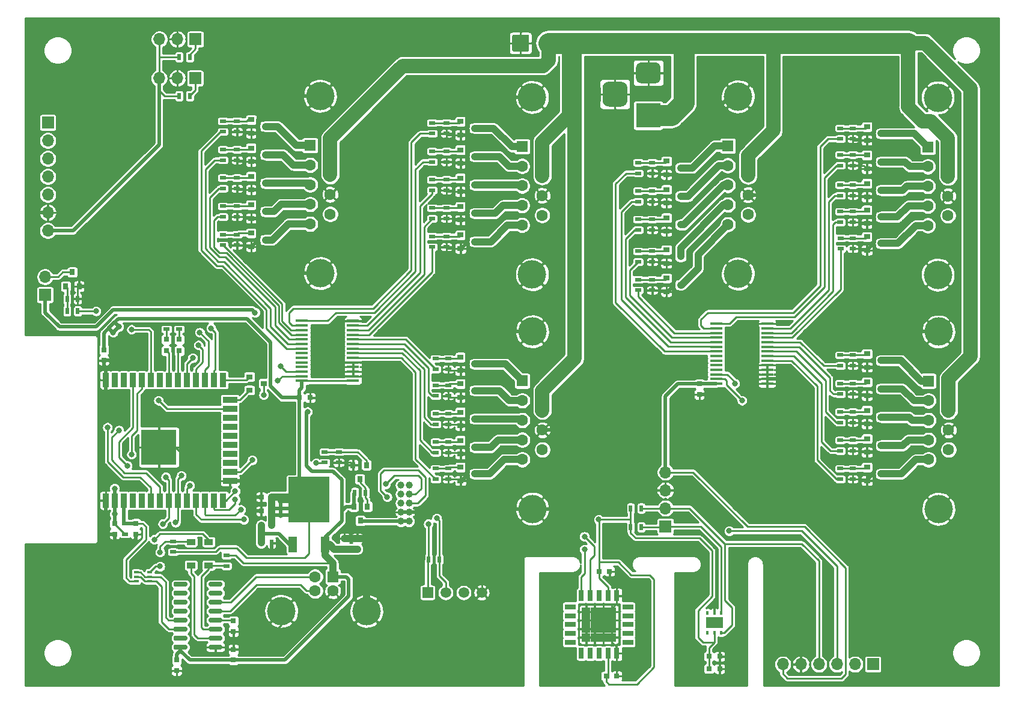
<source format=gtl>
G04 #@! TF.GenerationSoftware,KiCad,Pcbnew,(5.1.9)-1*
G04 #@! TF.CreationDate,2021-04-19T10:18:59+02:00*
G04 #@! TF.ProjectId,esp32-light-controller,65737033-322d-46c6-9967-68742d636f6e,rev?*
G04 #@! TF.SameCoordinates,Original*
G04 #@! TF.FileFunction,Copper,L1,Top*
G04 #@! TF.FilePolarity,Positive*
%FSLAX46Y46*%
G04 Gerber Fmt 4.6, Leading zero omitted, Abs format (unit mm)*
G04 Created by KiCad (PCBNEW (5.1.9)-1) date 2021-04-19 10:18:59*
%MOMM*%
%LPD*%
G01*
G04 APERTURE LIST*
G04 #@! TA.AperFunction,SMDPad,CuDef*
%ADD10R,0.800000X0.750000*%
G04 #@! TD*
G04 #@! TA.AperFunction,SMDPad,CuDef*
%ADD11R,0.400000X0.600000*%
G04 #@! TD*
G04 #@! TA.AperFunction,SMDPad,CuDef*
%ADD12R,2.400000X1.500000*%
G04 #@! TD*
G04 #@! TA.AperFunction,SMDPad,CuDef*
%ADD13R,1.750000X0.450000*%
G04 #@! TD*
G04 #@! TA.AperFunction,ComponentPad*
%ADD14C,1.500000*%
G04 #@! TD*
G04 #@! TA.AperFunction,ComponentPad*
%ADD15R,1.500000X1.500000*%
G04 #@! TD*
G04 #@! TA.AperFunction,ComponentPad*
%ADD16C,1.000000*%
G04 #@! TD*
G04 #@! TA.AperFunction,SMDPad,CuDef*
%ADD17R,1.200000X1.200000*%
G04 #@! TD*
G04 #@! TA.AperFunction,SMDPad,CuDef*
%ADD18R,0.800000X1.500000*%
G04 #@! TD*
G04 #@! TA.AperFunction,SMDPad,CuDef*
%ADD19R,1.500000X0.800000*%
G04 #@! TD*
G04 #@! TA.AperFunction,SMDPad,CuDef*
%ADD20R,5.800000X6.400000*%
G04 #@! TD*
G04 #@! TA.AperFunction,SMDPad,CuDef*
%ADD21R,1.200000X2.200000*%
G04 #@! TD*
G04 #@! TA.AperFunction,SMDPad,CuDef*
%ADD22R,0.900000X2.000000*%
G04 #@! TD*
G04 #@! TA.AperFunction,SMDPad,CuDef*
%ADD23R,2.000000X0.900000*%
G04 #@! TD*
G04 #@! TA.AperFunction,SMDPad,CuDef*
%ADD24R,5.000000X5.000000*%
G04 #@! TD*
G04 #@! TA.AperFunction,SMDPad,CuDef*
%ADD25R,0.900000X0.500000*%
G04 #@! TD*
G04 #@! TA.AperFunction,SMDPad,CuDef*
%ADD26R,0.500000X0.900000*%
G04 #@! TD*
G04 #@! TA.AperFunction,SMDPad,CuDef*
%ADD27R,0.900000X0.800000*%
G04 #@! TD*
G04 #@! TA.AperFunction,SMDPad,CuDef*
%ADD28R,0.800000X0.900000*%
G04 #@! TD*
G04 #@! TA.AperFunction,SMDPad,CuDef*
%ADD29R,0.650000X0.400000*%
G04 #@! TD*
G04 #@! TA.AperFunction,ComponentPad*
%ADD30O,1.700000X1.700000*%
G04 #@! TD*
G04 #@! TA.AperFunction,ComponentPad*
%ADD31R,1.700000X1.700000*%
G04 #@! TD*
G04 #@! TA.AperFunction,ComponentPad*
%ADD32C,4.000000*%
G04 #@! TD*
G04 #@! TA.AperFunction,ComponentPad*
%ADD33C,1.600000*%
G04 #@! TD*
G04 #@! TA.AperFunction,ComponentPad*
%ADD34R,1.600000X1.600000*%
G04 #@! TD*
G04 #@! TA.AperFunction,ComponentPad*
%ADD35R,3.500000X3.500000*%
G04 #@! TD*
G04 #@! TA.AperFunction,ComponentPad*
%ADD36C,2.400000*%
G04 #@! TD*
G04 #@! TA.AperFunction,SMDPad,CuDef*
%ADD37R,0.800000X0.800000*%
G04 #@! TD*
G04 #@! TA.AperFunction,SMDPad,CuDef*
%ADD38R,1.200000X0.900000*%
G04 #@! TD*
G04 #@! TA.AperFunction,SMDPad,CuDef*
%ADD39R,0.750000X0.800000*%
G04 #@! TD*
G04 #@! TA.AperFunction,ViaPad*
%ADD40C,0.800000*%
G04 #@! TD*
G04 #@! TA.AperFunction,Conductor*
%ADD41C,0.500000*%
G04 #@! TD*
G04 #@! TA.AperFunction,Conductor*
%ADD42C,0.250000*%
G04 #@! TD*
G04 #@! TA.AperFunction,Conductor*
%ADD43C,1.000000*%
G04 #@! TD*
G04 #@! TA.AperFunction,Conductor*
%ADD44C,2.000000*%
G04 #@! TD*
G04 #@! TA.AperFunction,Conductor*
%ADD45C,3.000000*%
G04 #@! TD*
G04 #@! TA.AperFunction,Conductor*
%ADD46C,0.270000*%
G04 #@! TD*
G04 #@! TA.AperFunction,Conductor*
%ADD47C,0.100000*%
G04 #@! TD*
G04 APERTURE END LIST*
D10*
X148250000Y-147250000D03*
X146750000Y-147250000D03*
X148250000Y-145500000D03*
X146750000Y-145500000D03*
D11*
X148450000Y-142150000D03*
X147500000Y-142150000D03*
X146550000Y-142150000D03*
X146550000Y-139350000D03*
X147500000Y-139350000D03*
X148450000Y-139350000D03*
D12*
X147500000Y-140750000D03*
D13*
X89400000Y-106625000D03*
X89400000Y-105975000D03*
X89400000Y-105325000D03*
X89400000Y-104675000D03*
X89400000Y-104025000D03*
X89400000Y-103375000D03*
X89400000Y-102725000D03*
X89400000Y-102075000D03*
X89400000Y-101425000D03*
X89400000Y-100775000D03*
X89400000Y-100125000D03*
X89400000Y-99475000D03*
X89400000Y-98825000D03*
X89400000Y-98175000D03*
X96600000Y-98175000D03*
X96600000Y-98825000D03*
X96600000Y-99475000D03*
X96600000Y-100125000D03*
X96600000Y-100775000D03*
X96600000Y-101425000D03*
X96600000Y-102075000D03*
X96600000Y-102725000D03*
X96600000Y-103375000D03*
X96600000Y-104025000D03*
X96600000Y-104675000D03*
X96600000Y-105325000D03*
X96600000Y-105975000D03*
X96600000Y-106625000D03*
X147750000Y-107025000D03*
X147750000Y-106375000D03*
X147750000Y-105725000D03*
X147750000Y-105075000D03*
X147750000Y-104425000D03*
X147750000Y-103775000D03*
X147750000Y-103125000D03*
X147750000Y-102475000D03*
X147750000Y-101825000D03*
X147750000Y-101175000D03*
X147750000Y-100525000D03*
X147750000Y-99875000D03*
X147750000Y-99225000D03*
X147750000Y-98575000D03*
X154950000Y-98575000D03*
X154950000Y-99225000D03*
X154950000Y-99875000D03*
X154950000Y-100525000D03*
X154950000Y-101175000D03*
X154950000Y-101825000D03*
X154950000Y-102475000D03*
X154950000Y-103125000D03*
X154950000Y-103775000D03*
X154950000Y-104425000D03*
X154950000Y-105075000D03*
X154950000Y-105725000D03*
X154950000Y-106375000D03*
X154950000Y-107025000D03*
D14*
X114720000Y-136500000D03*
X112180000Y-136500000D03*
X109640000Y-136500000D03*
D15*
X107100000Y-136500000D03*
D16*
X103320000Y-126440000D03*
X103320000Y-125170000D03*
X103320000Y-123900000D03*
X103320000Y-122630000D03*
X103320000Y-121360000D03*
X104480000Y-121360000D03*
X104480000Y-122630000D03*
X104480000Y-123900000D03*
X104480000Y-125170000D03*
X104480000Y-126440000D03*
D17*
X129450000Y-139200000D03*
X129450000Y-140400000D03*
X129450000Y-141600000D03*
X129450000Y-142800000D03*
X130650000Y-139200000D03*
X130650000Y-140400000D03*
X130650000Y-141600000D03*
X130650000Y-142800000D03*
X131850000Y-139200000D03*
X131850000Y-140400000D03*
X131850000Y-141600000D03*
X131850000Y-142800000D03*
X133050000Y-139200000D03*
X133050000Y-140400000D03*
X133050000Y-141600000D03*
X133050000Y-142800000D03*
D18*
X133750000Y-145050000D03*
X132500000Y-145050000D03*
X131250000Y-145050000D03*
X130000000Y-145050000D03*
X128750000Y-145050000D03*
D19*
X127200000Y-143500000D03*
X127200000Y-142250000D03*
X127200000Y-141000000D03*
X127200000Y-139750000D03*
X127200000Y-138500000D03*
D18*
X128750000Y-136950000D03*
X130000000Y-136950000D03*
X131250000Y-136950000D03*
X132500000Y-136950000D03*
X133750000Y-136950000D03*
D19*
X135300000Y-138500000D03*
X135300000Y-139750000D03*
X135300000Y-141000000D03*
X135300000Y-142250000D03*
X135300000Y-143500000D03*
D20*
X90400000Y-123400000D03*
D21*
X92680000Y-129700000D03*
X88120000Y-129700000D03*
G04 #@! TA.AperFunction,SMDPad,CuDef*
G36*
G01*
X73250000Y-144045000D02*
X73250000Y-144345000D01*
G75*
G02*
X73100000Y-144495000I-150000J0D01*
G01*
X71450000Y-144495000D01*
G75*
G02*
X71300000Y-144345000I0J150000D01*
G01*
X71300000Y-144045000D01*
G75*
G02*
X71450000Y-143895000I150000J0D01*
G01*
X73100000Y-143895000D01*
G75*
G02*
X73250000Y-144045000I0J-150000D01*
G01*
G37*
G04 #@! TD.AperFunction*
G04 #@! TA.AperFunction,SMDPad,CuDef*
G36*
G01*
X73250000Y-142775000D02*
X73250000Y-143075000D01*
G75*
G02*
X73100000Y-143225000I-150000J0D01*
G01*
X71450000Y-143225000D01*
G75*
G02*
X71300000Y-143075000I0J150000D01*
G01*
X71300000Y-142775000D01*
G75*
G02*
X71450000Y-142625000I150000J0D01*
G01*
X73100000Y-142625000D01*
G75*
G02*
X73250000Y-142775000I0J-150000D01*
G01*
G37*
G04 #@! TD.AperFunction*
G04 #@! TA.AperFunction,SMDPad,CuDef*
G36*
G01*
X73250000Y-141505000D02*
X73250000Y-141805000D01*
G75*
G02*
X73100000Y-141955000I-150000J0D01*
G01*
X71450000Y-141955000D01*
G75*
G02*
X71300000Y-141805000I0J150000D01*
G01*
X71300000Y-141505000D01*
G75*
G02*
X71450000Y-141355000I150000J0D01*
G01*
X73100000Y-141355000D01*
G75*
G02*
X73250000Y-141505000I0J-150000D01*
G01*
G37*
G04 #@! TD.AperFunction*
G04 #@! TA.AperFunction,SMDPad,CuDef*
G36*
G01*
X73250000Y-140235000D02*
X73250000Y-140535000D01*
G75*
G02*
X73100000Y-140685000I-150000J0D01*
G01*
X71450000Y-140685000D01*
G75*
G02*
X71300000Y-140535000I0J150000D01*
G01*
X71300000Y-140235000D01*
G75*
G02*
X71450000Y-140085000I150000J0D01*
G01*
X73100000Y-140085000D01*
G75*
G02*
X73250000Y-140235000I0J-150000D01*
G01*
G37*
G04 #@! TD.AperFunction*
G04 #@! TA.AperFunction,SMDPad,CuDef*
G36*
G01*
X73250000Y-138965000D02*
X73250000Y-139265000D01*
G75*
G02*
X73100000Y-139415000I-150000J0D01*
G01*
X71450000Y-139415000D01*
G75*
G02*
X71300000Y-139265000I0J150000D01*
G01*
X71300000Y-138965000D01*
G75*
G02*
X71450000Y-138815000I150000J0D01*
G01*
X73100000Y-138815000D01*
G75*
G02*
X73250000Y-138965000I0J-150000D01*
G01*
G37*
G04 #@! TD.AperFunction*
G04 #@! TA.AperFunction,SMDPad,CuDef*
G36*
G01*
X73250000Y-137695000D02*
X73250000Y-137995000D01*
G75*
G02*
X73100000Y-138145000I-150000J0D01*
G01*
X71450000Y-138145000D01*
G75*
G02*
X71300000Y-137995000I0J150000D01*
G01*
X71300000Y-137695000D01*
G75*
G02*
X71450000Y-137545000I150000J0D01*
G01*
X73100000Y-137545000D01*
G75*
G02*
X73250000Y-137695000I0J-150000D01*
G01*
G37*
G04 #@! TD.AperFunction*
G04 #@! TA.AperFunction,SMDPad,CuDef*
G36*
G01*
X73250000Y-136425000D02*
X73250000Y-136725000D01*
G75*
G02*
X73100000Y-136875000I-150000J0D01*
G01*
X71450000Y-136875000D01*
G75*
G02*
X71300000Y-136725000I0J150000D01*
G01*
X71300000Y-136425000D01*
G75*
G02*
X71450000Y-136275000I150000J0D01*
G01*
X73100000Y-136275000D01*
G75*
G02*
X73250000Y-136425000I0J-150000D01*
G01*
G37*
G04 #@! TD.AperFunction*
G04 #@! TA.AperFunction,SMDPad,CuDef*
G36*
G01*
X73250000Y-135155000D02*
X73250000Y-135455000D01*
G75*
G02*
X73100000Y-135605000I-150000J0D01*
G01*
X71450000Y-135605000D01*
G75*
G02*
X71300000Y-135455000I0J150000D01*
G01*
X71300000Y-135155000D01*
G75*
G02*
X71450000Y-135005000I150000J0D01*
G01*
X73100000Y-135005000D01*
G75*
G02*
X73250000Y-135155000I0J-150000D01*
G01*
G37*
G04 #@! TD.AperFunction*
G04 #@! TA.AperFunction,SMDPad,CuDef*
G36*
G01*
X78200000Y-135155000D02*
X78200000Y-135455000D01*
G75*
G02*
X78050000Y-135605000I-150000J0D01*
G01*
X76400000Y-135605000D01*
G75*
G02*
X76250000Y-135455000I0J150000D01*
G01*
X76250000Y-135155000D01*
G75*
G02*
X76400000Y-135005000I150000J0D01*
G01*
X78050000Y-135005000D01*
G75*
G02*
X78200000Y-135155000I0J-150000D01*
G01*
G37*
G04 #@! TD.AperFunction*
G04 #@! TA.AperFunction,SMDPad,CuDef*
G36*
G01*
X78200000Y-136425000D02*
X78200000Y-136725000D01*
G75*
G02*
X78050000Y-136875000I-150000J0D01*
G01*
X76400000Y-136875000D01*
G75*
G02*
X76250000Y-136725000I0J150000D01*
G01*
X76250000Y-136425000D01*
G75*
G02*
X76400000Y-136275000I150000J0D01*
G01*
X78050000Y-136275000D01*
G75*
G02*
X78200000Y-136425000I0J-150000D01*
G01*
G37*
G04 #@! TD.AperFunction*
G04 #@! TA.AperFunction,SMDPad,CuDef*
G36*
G01*
X78200000Y-137695000D02*
X78200000Y-137995000D01*
G75*
G02*
X78050000Y-138145000I-150000J0D01*
G01*
X76400000Y-138145000D01*
G75*
G02*
X76250000Y-137995000I0J150000D01*
G01*
X76250000Y-137695000D01*
G75*
G02*
X76400000Y-137545000I150000J0D01*
G01*
X78050000Y-137545000D01*
G75*
G02*
X78200000Y-137695000I0J-150000D01*
G01*
G37*
G04 #@! TD.AperFunction*
G04 #@! TA.AperFunction,SMDPad,CuDef*
G36*
G01*
X78200000Y-138965000D02*
X78200000Y-139265000D01*
G75*
G02*
X78050000Y-139415000I-150000J0D01*
G01*
X76400000Y-139415000D01*
G75*
G02*
X76250000Y-139265000I0J150000D01*
G01*
X76250000Y-138965000D01*
G75*
G02*
X76400000Y-138815000I150000J0D01*
G01*
X78050000Y-138815000D01*
G75*
G02*
X78200000Y-138965000I0J-150000D01*
G01*
G37*
G04 #@! TD.AperFunction*
G04 #@! TA.AperFunction,SMDPad,CuDef*
G36*
G01*
X78200000Y-140235000D02*
X78200000Y-140535000D01*
G75*
G02*
X78050000Y-140685000I-150000J0D01*
G01*
X76400000Y-140685000D01*
G75*
G02*
X76250000Y-140535000I0J150000D01*
G01*
X76250000Y-140235000D01*
G75*
G02*
X76400000Y-140085000I150000J0D01*
G01*
X78050000Y-140085000D01*
G75*
G02*
X78200000Y-140235000I0J-150000D01*
G01*
G37*
G04 #@! TD.AperFunction*
G04 #@! TA.AperFunction,SMDPad,CuDef*
G36*
G01*
X78200000Y-141505000D02*
X78200000Y-141805000D01*
G75*
G02*
X78050000Y-141955000I-150000J0D01*
G01*
X76400000Y-141955000D01*
G75*
G02*
X76250000Y-141805000I0J150000D01*
G01*
X76250000Y-141505000D01*
G75*
G02*
X76400000Y-141355000I150000J0D01*
G01*
X78050000Y-141355000D01*
G75*
G02*
X78200000Y-141505000I0J-150000D01*
G01*
G37*
G04 #@! TD.AperFunction*
G04 #@! TA.AperFunction,SMDPad,CuDef*
G36*
G01*
X78200000Y-142775000D02*
X78200000Y-143075000D01*
G75*
G02*
X78050000Y-143225000I-150000J0D01*
G01*
X76400000Y-143225000D01*
G75*
G02*
X76250000Y-143075000I0J150000D01*
G01*
X76250000Y-142775000D01*
G75*
G02*
X76400000Y-142625000I150000J0D01*
G01*
X78050000Y-142625000D01*
G75*
G02*
X78200000Y-142775000I0J-150000D01*
G01*
G37*
G04 #@! TD.AperFunction*
G04 #@! TA.AperFunction,SMDPad,CuDef*
G36*
G01*
X78200000Y-144045000D02*
X78200000Y-144345000D01*
G75*
G02*
X78050000Y-144495000I-150000J0D01*
G01*
X76400000Y-144495000D01*
G75*
G02*
X76250000Y-144345000I0J150000D01*
G01*
X76250000Y-144045000D01*
G75*
G02*
X76400000Y-143895000I150000J0D01*
G01*
X78050000Y-143895000D01*
G75*
G02*
X78200000Y-144045000I0J-150000D01*
G01*
G37*
G04 #@! TD.AperFunction*
D22*
X61745000Y-106500000D03*
X63015000Y-106500000D03*
X64285000Y-106500000D03*
X65555000Y-106500000D03*
X66825000Y-106500000D03*
X68095000Y-106500000D03*
X69365000Y-106500000D03*
X70635000Y-106500000D03*
X71905000Y-106500000D03*
X73175000Y-106500000D03*
X74445000Y-106500000D03*
X75715000Y-106500000D03*
X76985000Y-106500000D03*
X78255000Y-106500000D03*
D23*
X79255000Y-109285000D03*
X79255000Y-110555000D03*
X79255000Y-111825000D03*
X79255000Y-113095000D03*
X79255000Y-114365000D03*
X79255000Y-115635000D03*
X79255000Y-116905000D03*
X79255000Y-118175000D03*
X79255000Y-119445000D03*
X79255000Y-120715000D03*
D22*
X78255000Y-123500000D03*
X76985000Y-123500000D03*
X75715000Y-123500000D03*
X74445000Y-123500000D03*
X73175000Y-123500000D03*
X71905000Y-123500000D03*
X70635000Y-123500000D03*
X69365000Y-123500000D03*
X68095000Y-123500000D03*
X66825000Y-123500000D03*
X65555000Y-123500000D03*
X64285000Y-123500000D03*
X63015000Y-123500000D03*
X61745000Y-123500000D03*
D24*
X69245000Y-116000000D03*
D25*
X70300000Y-97850000D03*
X70300000Y-99350000D03*
X72100000Y-97850000D03*
X72100000Y-99350000D03*
X80250000Y-87500000D03*
X80250000Y-86000000D03*
X78250000Y-87500000D03*
X78250000Y-86000000D03*
X80250000Y-83500000D03*
X80250000Y-82000000D03*
X78250000Y-83500000D03*
X78250000Y-82000000D03*
X80250000Y-79500000D03*
X80250000Y-78000000D03*
X78250000Y-79500000D03*
X78250000Y-78000000D03*
X80250000Y-75500000D03*
X80250000Y-74000000D03*
X78250000Y-75500000D03*
X78250000Y-74000000D03*
X80250000Y-71500000D03*
X80250000Y-70000000D03*
X78250000Y-71500000D03*
X78250000Y-70000000D03*
X109750000Y-87750000D03*
X109750000Y-86250000D03*
X107750000Y-87750000D03*
X107750000Y-86250000D03*
X109750000Y-83750000D03*
X109750000Y-82250000D03*
X107750000Y-83750000D03*
X107750000Y-82250000D03*
X109750000Y-79750000D03*
X109750000Y-78250000D03*
X107750000Y-79750000D03*
X107750000Y-78250000D03*
X109750000Y-75750000D03*
X109750000Y-74250000D03*
X107750000Y-75750000D03*
X107750000Y-74250000D03*
X109750000Y-71750000D03*
X109750000Y-70250000D03*
X107750000Y-71750000D03*
X107750000Y-70250000D03*
X110000000Y-120500000D03*
X110000000Y-119000000D03*
X108250000Y-120500000D03*
X108250000Y-119000000D03*
X110000000Y-116750000D03*
X110000000Y-115250000D03*
X108250000Y-116750000D03*
X108250000Y-115250000D03*
X110000000Y-112750000D03*
X110000000Y-111250000D03*
X108250000Y-112750000D03*
X108250000Y-111250000D03*
X110000000Y-108750000D03*
X110000000Y-107250000D03*
X108250000Y-108750000D03*
X108250000Y-107250000D03*
X110000000Y-105000000D03*
X110000000Y-103500000D03*
X108250000Y-105000000D03*
X108250000Y-103500000D03*
X138750000Y-93850000D03*
X138750000Y-92350000D03*
X136750000Y-93850000D03*
X136750000Y-92350000D03*
X138750000Y-89850000D03*
X138750000Y-88350000D03*
X136750000Y-89850000D03*
X136750000Y-88350000D03*
X138750000Y-85350000D03*
X138750000Y-83850000D03*
X136750000Y-85350000D03*
X136750000Y-83850000D03*
X138750000Y-81350000D03*
X138750000Y-79850000D03*
X136750000Y-81350000D03*
X136750000Y-79850000D03*
X138750000Y-77350000D03*
X138750000Y-75850000D03*
X136750000Y-77350000D03*
X136750000Y-75850000D03*
X167000000Y-88000000D03*
X167000000Y-86500000D03*
X165275000Y-88000000D03*
X165275000Y-86500000D03*
X167000000Y-84250000D03*
X167000000Y-82750000D03*
X165250000Y-84250000D03*
X165250000Y-82750000D03*
X167000000Y-80500000D03*
X167000000Y-79000000D03*
X165250000Y-80500000D03*
X165250000Y-79000000D03*
X167000000Y-76250000D03*
X167000000Y-74750000D03*
X165250000Y-76250000D03*
X165250000Y-74750000D03*
X167000000Y-72500000D03*
X167000000Y-71000000D03*
X165250000Y-72500000D03*
X165250000Y-71000000D03*
X167000000Y-120500000D03*
X167000000Y-119000000D03*
X165250000Y-120500000D03*
X165250000Y-119000000D03*
X167000000Y-116500000D03*
X167000000Y-115000000D03*
X165250000Y-116500000D03*
X165250000Y-115000000D03*
X167000000Y-112500000D03*
X167000000Y-111000000D03*
X165250000Y-112500000D03*
X165250000Y-111000000D03*
X167000000Y-108500000D03*
X167000000Y-107000000D03*
X165250000Y-108500000D03*
X165250000Y-107000000D03*
X167000000Y-104500000D03*
X167000000Y-103000000D03*
X165250000Y-104500000D03*
X165250000Y-103000000D03*
D26*
X107250000Y-131800000D03*
X108750000Y-131800000D03*
X98350000Y-122400000D03*
X96850000Y-122400000D03*
D25*
X94600000Y-118150000D03*
X94600000Y-116650000D03*
X92600000Y-118150000D03*
X92600000Y-116650000D03*
D26*
X57800000Y-95050000D03*
X56300000Y-95050000D03*
X57800000Y-96800000D03*
X56300000Y-96800000D03*
X135700000Y-124600000D03*
X137200000Y-124600000D03*
X137200000Y-127250000D03*
X135700000Y-127250000D03*
X73600000Y-60950000D03*
X72100000Y-60950000D03*
X73600000Y-66450000D03*
X72100000Y-66450000D03*
D25*
X78750000Y-131250000D03*
X78750000Y-132750000D03*
D26*
X83650000Y-129500000D03*
X85150000Y-129500000D03*
X85150000Y-127000000D03*
X83650000Y-127000000D03*
D25*
X71250000Y-130750000D03*
X71250000Y-129250000D03*
X64500000Y-128250000D03*
X64500000Y-126750000D03*
D27*
X84250000Y-86750000D03*
X82250000Y-87700000D03*
X82250000Y-85800000D03*
X84250000Y-82750000D03*
X82250000Y-83700000D03*
X82250000Y-81800000D03*
X84250000Y-78750000D03*
X82250000Y-79700000D03*
X82250000Y-77800000D03*
X84250000Y-74750000D03*
X82250000Y-75700000D03*
X82250000Y-73800000D03*
X84250000Y-70750000D03*
X82250000Y-71700000D03*
X82250000Y-69800000D03*
X113750000Y-87000000D03*
X111750000Y-87950000D03*
X111750000Y-86050000D03*
X113750000Y-83000000D03*
X111750000Y-83950000D03*
X111750000Y-82050000D03*
X113750000Y-79000000D03*
X111750000Y-79950000D03*
X111750000Y-78050000D03*
X113750000Y-75000000D03*
X111750000Y-75950000D03*
X111750000Y-74050000D03*
X113750000Y-71000000D03*
X111750000Y-71950000D03*
X111750000Y-70050000D03*
X113750000Y-119750000D03*
X111750000Y-120700000D03*
X111750000Y-118800000D03*
X113750000Y-116000000D03*
X111750000Y-116950000D03*
X111750000Y-115050000D03*
X113750000Y-112000000D03*
X111750000Y-112950000D03*
X111750000Y-111050000D03*
X113750000Y-108000000D03*
X111750000Y-108950000D03*
X111750000Y-107050000D03*
X113750000Y-104250000D03*
X111750000Y-105200000D03*
X111750000Y-103300000D03*
X142750000Y-93100000D03*
X140750000Y-94050000D03*
X140750000Y-92150000D03*
X142750000Y-89100000D03*
X140750000Y-90050000D03*
X140750000Y-88150000D03*
X142750000Y-84600000D03*
X140750000Y-85550000D03*
X140750000Y-83650000D03*
X142750000Y-80600000D03*
X140750000Y-81550000D03*
X140750000Y-79650000D03*
X142750000Y-76600000D03*
X140750000Y-77550000D03*
X140750000Y-75650000D03*
X171000000Y-87250000D03*
X169000000Y-88200000D03*
X169000000Y-86300000D03*
X171000000Y-83500000D03*
X169000000Y-84450000D03*
X169000000Y-82550000D03*
X171000000Y-79750000D03*
X169000000Y-80700000D03*
X169000000Y-78800000D03*
X171000000Y-75750000D03*
X169000000Y-76700000D03*
X169000000Y-74800000D03*
X171000000Y-71750000D03*
X169000000Y-72700000D03*
X169000000Y-70800000D03*
X171000000Y-119750000D03*
X169000000Y-120700000D03*
X169000000Y-118800000D03*
X171000000Y-115750000D03*
X169000000Y-116700000D03*
X169000000Y-114800000D03*
X171000000Y-111750000D03*
X169000000Y-112700000D03*
X169000000Y-110800000D03*
X171000000Y-107750000D03*
X169000000Y-108700000D03*
X169000000Y-106800000D03*
X171000000Y-103750000D03*
X169000000Y-104700000D03*
X169000000Y-102800000D03*
D28*
X97650000Y-126350000D03*
X96700000Y-124350000D03*
X98600000Y-124350000D03*
X97550000Y-120500000D03*
X96600000Y-118500000D03*
X98500000Y-118500000D03*
X57050000Y-91300000D03*
X58000000Y-93300000D03*
X56100000Y-93300000D03*
D29*
X66050000Y-134900000D03*
X66050000Y-133600000D03*
X67950000Y-134250000D03*
X66050000Y-134250000D03*
X67950000Y-133600000D03*
X67950000Y-134900000D03*
D30*
X53600000Y-85440000D03*
X53600000Y-82900000D03*
X53600000Y-80360000D03*
X53600000Y-77820000D03*
X53600000Y-75280000D03*
X53600000Y-72740000D03*
D31*
X53600000Y-70200000D03*
D32*
X91959338Y-66460000D03*
X91959338Y-91460000D03*
D33*
X93379338Y-83115000D03*
X93379338Y-80345000D03*
X93379338Y-77575000D03*
X93379338Y-74805000D03*
X90539338Y-84500000D03*
X90539338Y-81730000D03*
X90539338Y-78960000D03*
X90539338Y-76190000D03*
D34*
X90539338Y-73420000D03*
D32*
X121829338Y-66620000D03*
X121829338Y-91620000D03*
D33*
X123249338Y-83275000D03*
X123249338Y-80505000D03*
X123249338Y-77735000D03*
X123249338Y-74965000D03*
X120409338Y-84660000D03*
X120409338Y-81890000D03*
X120409338Y-79120000D03*
X120409338Y-76350000D03*
D34*
X120409338Y-73580000D03*
D32*
X121849338Y-99680000D03*
X121849338Y-124680000D03*
D33*
X123269338Y-116335000D03*
X123269338Y-113565000D03*
X123269338Y-110795000D03*
X123269338Y-108025000D03*
X120429338Y-117720000D03*
X120429338Y-114950000D03*
X120429338Y-112180000D03*
X120429338Y-109410000D03*
D34*
X120429338Y-106640000D03*
D32*
X150829338Y-66530000D03*
X150829338Y-91530000D03*
D33*
X152249338Y-83185000D03*
X152249338Y-80415000D03*
X152249338Y-77645000D03*
X152249338Y-74875000D03*
X149409338Y-84570000D03*
X149409338Y-81800000D03*
X149409338Y-79030000D03*
X149409338Y-76260000D03*
D34*
X149409338Y-73490000D03*
D32*
X178989338Y-66680000D03*
X178989338Y-91680000D03*
D33*
X180409338Y-83335000D03*
X180409338Y-80565000D03*
X180409338Y-77795000D03*
X180409338Y-75025000D03*
X177569338Y-84720000D03*
X177569338Y-81950000D03*
X177569338Y-79180000D03*
X177569338Y-76410000D03*
D34*
X177569338Y-73640000D03*
D32*
X179079338Y-99690000D03*
X179079338Y-124690000D03*
D33*
X180499338Y-116345000D03*
X180499338Y-113575000D03*
X180499338Y-110805000D03*
X180499338Y-108035000D03*
X177659338Y-117730000D03*
X177659338Y-114960000D03*
X177659338Y-112190000D03*
X177659338Y-109420000D03*
D34*
X177659338Y-106650000D03*
G04 #@! TA.AperFunction,ComponentPad*
G36*
G01*
X132625000Y-64450000D02*
X134375000Y-64450000D01*
G75*
G02*
X135250000Y-65325000I0J-875000D01*
G01*
X135250000Y-67075000D01*
G75*
G02*
X134375000Y-67950000I-875000J0D01*
G01*
X132625000Y-67950000D01*
G75*
G02*
X131750000Y-67075000I0J875000D01*
G01*
X131750000Y-65325000D01*
G75*
G02*
X132625000Y-64450000I875000J0D01*
G01*
G37*
G04 #@! TD.AperFunction*
G04 #@! TA.AperFunction,ComponentPad*
G36*
G01*
X137200000Y-61700000D02*
X139200000Y-61700000D01*
G75*
G02*
X139950000Y-62450000I0J-750000D01*
G01*
X139950000Y-63950000D01*
G75*
G02*
X139200000Y-64700000I-750000J0D01*
G01*
X137200000Y-64700000D01*
G75*
G02*
X136450000Y-63950000I0J750000D01*
G01*
X136450000Y-62450000D01*
G75*
G02*
X137200000Y-61700000I750000J0D01*
G01*
G37*
G04 #@! TD.AperFunction*
D35*
X138200000Y-69200000D03*
D30*
X157150000Y-146600000D03*
X159690000Y-146600000D03*
X162230000Y-146600000D03*
X164770000Y-146600000D03*
X167310000Y-146600000D03*
D31*
X169850000Y-146600000D03*
D36*
X124160000Y-59000000D03*
G04 #@! TA.AperFunction,ComponentPad*
G36*
G01*
X119000000Y-59950000D02*
X119000000Y-58050000D01*
G75*
G02*
X119250000Y-57800000I250000J0D01*
G01*
X121150000Y-57800000D01*
G75*
G02*
X121400000Y-58050000I0J-250000D01*
G01*
X121400000Y-59950000D01*
G75*
G02*
X121150000Y-60200000I-250000J0D01*
G01*
X119250000Y-60200000D01*
G75*
G02*
X119000000Y-59950000I0J250000D01*
G01*
G37*
G04 #@! TD.AperFunction*
D30*
X69310000Y-58450000D03*
X71850000Y-58450000D03*
D31*
X74390000Y-58450000D03*
D30*
X69270000Y-63950000D03*
X71810000Y-63950000D03*
D31*
X74350000Y-63950000D03*
D30*
X53200000Y-91960000D03*
D31*
X53200000Y-94500000D03*
D30*
X140600000Y-119520000D03*
X140600000Y-122060000D03*
X140600000Y-124600000D03*
D31*
X140600000Y-127140000D03*
D32*
X98500000Y-139110000D03*
X86500000Y-139110000D03*
D33*
X93750000Y-136250000D03*
X91250000Y-136250000D03*
X91250000Y-134250000D03*
D34*
X93750000Y-134250000D03*
D37*
X70300000Y-102400000D03*
X70300000Y-100800000D03*
X72100000Y-102400000D03*
X72100000Y-100800000D03*
D27*
X84000000Y-107000000D03*
X82000000Y-107950000D03*
X82000000Y-106050000D03*
D38*
X76250000Y-129350000D03*
X76250000Y-132650000D03*
X73750000Y-132650000D03*
X73750000Y-129350000D03*
D10*
X90550000Y-109000000D03*
X89050000Y-109000000D03*
D39*
X145400000Y-108550000D03*
X145400000Y-107050000D03*
D10*
X133750000Y-148250000D03*
X132250000Y-148250000D03*
X132750000Y-133500000D03*
X131250000Y-133500000D03*
X83650000Y-125000000D03*
X85150000Y-125000000D03*
X83650000Y-123000000D03*
X85150000Y-123000000D03*
D39*
X79750000Y-142000000D03*
X79750000Y-140500000D03*
X95400000Y-128850000D03*
X95400000Y-130350000D03*
X79750000Y-144500000D03*
X79750000Y-146000000D03*
X71750000Y-147500000D03*
X71750000Y-146000000D03*
X97200000Y-128850000D03*
X97200000Y-130350000D03*
X66000000Y-128250000D03*
X66000000Y-126750000D03*
X61500000Y-103750000D03*
X61500000Y-102250000D03*
X63000000Y-128250000D03*
X63000000Y-126750000D03*
D40*
X92800000Y-99400000D03*
X82200000Y-130400000D03*
X137800000Y-146200000D03*
X137400000Y-135200000D03*
X151200000Y-138000000D03*
X147500000Y-137900000D03*
X143600000Y-128000000D03*
X151200000Y-99000000D03*
X64200000Y-103400000D03*
X56200000Y-88200000D03*
X128000000Y-148200000D03*
X124600000Y-143000000D03*
X124200000Y-136000000D03*
X99400000Y-130800000D03*
X102000000Y-130800000D03*
X104800000Y-130800000D03*
X80200000Y-134200000D03*
X71200000Y-132800000D03*
X68400000Y-126600000D03*
X65200000Y-121400000D03*
X77200000Y-119000000D03*
X77000000Y-115400000D03*
X77200000Y-112000000D03*
X68200000Y-110800000D03*
X64000000Y-109400000D03*
X61745000Y-109455000D03*
X63000000Y-133600000D03*
X61200000Y-132000000D03*
X59600000Y-130400000D03*
X68200000Y-138400000D03*
X69400000Y-142800000D03*
X74800000Y-144200000D03*
X81800000Y-144200000D03*
X81800000Y-115200000D03*
X81800000Y-112400000D03*
X78800000Y-103400000D03*
X79800000Y-99400000D03*
X83800000Y-102400000D03*
X93000000Y-105000000D03*
X93000000Y-102000000D03*
X64200000Y-101400000D03*
X53600000Y-88200000D03*
X70000000Y-93000000D03*
X69800000Y-89200000D03*
X69800000Y-84600000D03*
X69600000Y-81600000D03*
X67000000Y-78800000D03*
X63600000Y-75400000D03*
X84400000Y-84800000D03*
X84600000Y-80600000D03*
X84400000Y-76600000D03*
X84400000Y-72600000D03*
X114600000Y-85000000D03*
X114600000Y-80800000D03*
X114600000Y-77000000D03*
X114600000Y-73000000D03*
X142600000Y-91000000D03*
X142800000Y-82400000D03*
X142800000Y-78600000D03*
X109200000Y-66400000D03*
X112800000Y-66600000D03*
X115200000Y-64600000D03*
X117600000Y-64600000D03*
X116000000Y-59800000D03*
X113000000Y-59800000D03*
X110400000Y-59800000D03*
X107400000Y-59800000D03*
X139200000Y-86800000D03*
X171400000Y-85200000D03*
X171400000Y-81600000D03*
X171400000Y-77600000D03*
X171200000Y-73800000D03*
X171800000Y-117800000D03*
X171800000Y-113600000D03*
X171800000Y-109800000D03*
X171800000Y-105800000D03*
X114600000Y-117800000D03*
X114600000Y-113800000D03*
X114600000Y-109800000D03*
X114600000Y-106000000D03*
X142800000Y-105600000D03*
X147600000Y-109600000D03*
X151400000Y-104800000D03*
X151400000Y-101600000D03*
X144200000Y-98600000D03*
X160400000Y-100400000D03*
X159400000Y-130800000D03*
X163000000Y-128400000D03*
X152600000Y-126000000D03*
X150000000Y-130800000D03*
X144400000Y-130200000D03*
X163400000Y-134200000D03*
X144600000Y-145600000D03*
X150400000Y-145600000D03*
X143000000Y-138000000D03*
X150800000Y-142800000D03*
X137800000Y-139800000D03*
X126200000Y-134400000D03*
X137800000Y-137200000D03*
X137800000Y-142200000D03*
X124400000Y-147800000D03*
X136000000Y-147800000D03*
X125000000Y-130200000D03*
X137600000Y-130200000D03*
X111200000Y-130400000D03*
X116500000Y-130900000D03*
X86200000Y-130400000D03*
X66800000Y-131800000D03*
X65700000Y-129300000D03*
X75400000Y-95200000D03*
X80200000Y-95400000D03*
X83800000Y-91000000D03*
X103600000Y-86800000D03*
X103600000Y-79600000D03*
X103600000Y-74200000D03*
X103000000Y-104600000D03*
X104400000Y-108200000D03*
X104400000Y-115800000D03*
X99000000Y-104400000D03*
X107200000Y-102000000D03*
X109000000Y-91200000D03*
X138600000Y-102600000D03*
X135000000Y-99200000D03*
X132600000Y-94600000D03*
X132600000Y-88600000D03*
X132600000Y-82800000D03*
X133400000Y-77400000D03*
X134800000Y-79800000D03*
X142000000Y-116600000D03*
X139000000Y-116600000D03*
X161000000Y-108000000D03*
X158000000Y-105000000D03*
X161800000Y-119600000D03*
X163800000Y-117800000D03*
X163800000Y-113200000D03*
X164200000Y-109600000D03*
X165200000Y-105600000D03*
X164200000Y-96800000D03*
X166470000Y-91530000D03*
X159200000Y-94800000D03*
X161070000Y-91530000D03*
X161200000Y-85400000D03*
X161200000Y-79800000D03*
X161200000Y-74800000D03*
X162470000Y-71130000D03*
X163800000Y-74600000D03*
X103000000Y-66600000D03*
X99400000Y-63200000D03*
X101580662Y-61019338D03*
X98800000Y-70400000D03*
X96200000Y-74200000D03*
X171400000Y-62000000D03*
X153000000Y-62000000D03*
X146200000Y-65000000D03*
X141800000Y-72600000D03*
X137600000Y-72600000D03*
X133600000Y-72400000D03*
X131000000Y-70800000D03*
X131000000Y-62600000D03*
X130380000Y-66620000D03*
X124600000Y-87400000D03*
X125200000Y-95800000D03*
X126820000Y-108180000D03*
X122600000Y-104000000D03*
X126700000Y-111900000D03*
X178800000Y-103600000D03*
X184400000Y-106400000D03*
X180810662Y-95389338D03*
X180600000Y-87800000D03*
X181200000Y-69600000D03*
X186400000Y-66000000D03*
X176800000Y-56600000D03*
X152800000Y-56200000D03*
X161800000Y-56000000D03*
X170800000Y-56200000D03*
X158470000Y-66530000D03*
X81000000Y-101800000D03*
X71800000Y-94600000D03*
X64800000Y-66600000D03*
X58200000Y-66600000D03*
X66200000Y-69400000D03*
X53200000Y-66600000D03*
X77900000Y-67300000D03*
X78000000Y-61000000D03*
X68000000Y-61200000D03*
X68800000Y-75800000D03*
X52800000Y-98600000D03*
X75200000Y-147400000D03*
X82400000Y-147400000D03*
X91200000Y-144000000D03*
X91690000Y-139110000D03*
X81400000Y-139000000D03*
X97600000Y-134200000D03*
X110600000Y-125800000D03*
X116800000Y-125800000D03*
X126200000Y-125800000D03*
X134000000Y-123400000D03*
X136800000Y-119800000D03*
X156200000Y-130800000D03*
X156200000Y-125800000D03*
X160800000Y-134600000D03*
X167200000Y-134800000D03*
X165800000Y-130600000D03*
X104400000Y-97000000D03*
X98600000Y-94600000D03*
X103600000Y-83200000D03*
X103600000Y-76600000D03*
X105200000Y-70800000D03*
X106600000Y-73000000D03*
X106800000Y-77000000D03*
X108600000Y-85000000D03*
X79400000Y-84800000D03*
X79200000Y-80800000D03*
X79000000Y-76800000D03*
X79200000Y-72800000D03*
X74200000Y-87200000D03*
X74200000Y-81600000D03*
X74200000Y-77200000D03*
X78200000Y-92000000D03*
X107000000Y-117800000D03*
X107200000Y-114000000D03*
X107800000Y-109800000D03*
X109200000Y-106000000D03*
X110400000Y-102000000D03*
X116800000Y-102200000D03*
X117600000Y-120400000D03*
X175200000Y-102000000D03*
X167400000Y-101200000D03*
X173600000Y-70000000D03*
X166800000Y-69400000D03*
X165800000Y-77600000D03*
X166000000Y-81600000D03*
X166200000Y-85400000D03*
X139200000Y-95400000D03*
X146000000Y-92800000D03*
X117600000Y-88000000D03*
X118200000Y-70200000D03*
X109400000Y-69000000D03*
X87600000Y-87200000D03*
X88000000Y-70000000D03*
X175400000Y-121000000D03*
X175200000Y-88400000D03*
X177400000Y-62600000D03*
X63000000Y-125400000D03*
X86400000Y-125600000D03*
X86400000Y-124600000D03*
X86400000Y-123600000D03*
X63000000Y-121800000D03*
X62800000Y-99800000D03*
X63600000Y-99000000D03*
X107200000Y-126800000D03*
X131200000Y-126200000D03*
X82800000Y-97000000D03*
X90200000Y-111000000D03*
X69400000Y-130800000D03*
X65400000Y-117000000D03*
X68600000Y-129000000D03*
X64800000Y-118600000D03*
X84000000Y-108600000D03*
X69400000Y-132800000D03*
X71600000Y-126600000D03*
X72400000Y-120000000D03*
X86400000Y-104600000D03*
X129200000Y-128600000D03*
X150400000Y-107000000D03*
X69800000Y-126800000D03*
X70200000Y-120200000D03*
X86000000Y-106600000D03*
X129200000Y-130400000D03*
X149600000Y-127800000D03*
X151400000Y-109400000D03*
X62000000Y-113200000D03*
X63600000Y-113600000D03*
X74000000Y-103400000D03*
X74800000Y-101600000D03*
X75000000Y-99800000D03*
X76600000Y-99200000D03*
X69200000Y-109400000D03*
X65400000Y-99400000D03*
X60400000Y-96800000D03*
X82400000Y-117800000D03*
X108399998Y-126000000D03*
X91400000Y-118200000D03*
X80000000Y-122200000D03*
X80000002Y-123400002D03*
X101200000Y-121200000D03*
X80800000Y-124800000D03*
X101400000Y-123000000D03*
X81200000Y-126200000D03*
X73600000Y-121400000D03*
D41*
X86540000Y-66460000D02*
X91959338Y-66460000D01*
X83200000Y-69800000D02*
X86540000Y-66460000D01*
X82300000Y-87700000D02*
X83200000Y-86800000D01*
X82250000Y-87700000D02*
X82300000Y-87700000D01*
X114280002Y-66620000D02*
X121829338Y-66620000D01*
X112650001Y-68250001D02*
X114280002Y-66620000D01*
X111850000Y-87950000D02*
X112650001Y-87149999D01*
X111750000Y-87950000D02*
X111850000Y-87950000D01*
X111750000Y-120700000D02*
X111900000Y-120700000D01*
X111900000Y-120700000D02*
X112650001Y-119949999D01*
X114120000Y-99680000D02*
X121849338Y-99680000D01*
X112650001Y-101149999D02*
X114120000Y-99680000D01*
X169000000Y-120700000D02*
X169000000Y-120600000D01*
X169000000Y-120600000D02*
X170049990Y-119550010D01*
X171310000Y-99690000D02*
X179079338Y-99690000D01*
X170049990Y-100950010D02*
X171310000Y-99690000D01*
X169000000Y-88200000D02*
X170000000Y-87200000D01*
X170000000Y-67200000D02*
X168600000Y-65800000D01*
X168600000Y-65800000D02*
X161400000Y-65800000D01*
X161400000Y-65800000D02*
X158200000Y-69000000D01*
X158200000Y-69000000D02*
X158200000Y-77200000D01*
X154985000Y-80415000D02*
X152249338Y-80415000D01*
X158200000Y-77200000D02*
X154985000Y-80415000D01*
X112400000Y-105200000D02*
X112650001Y-105450001D01*
X111750000Y-105200000D02*
X112400000Y-105200000D01*
X112650001Y-105450001D02*
X112650001Y-101149999D01*
X112550000Y-108950000D02*
X112650001Y-109050001D01*
X111750000Y-108950000D02*
X112550000Y-108950000D01*
X112650001Y-109050001D02*
X112650001Y-105450001D01*
X112550000Y-112950000D02*
X112650001Y-113050001D01*
X111750000Y-112950000D02*
X112550000Y-112950000D01*
X112650001Y-113050001D02*
X112650001Y-109050001D01*
X112550000Y-116950000D02*
X112650001Y-117050001D01*
X111750000Y-116950000D02*
X112550000Y-116950000D01*
X112650001Y-117050001D02*
X112650001Y-113050001D01*
X112650001Y-119949999D02*
X112650001Y-117050001D01*
X169999980Y-116700000D02*
X170049990Y-116649990D01*
X169000000Y-116700000D02*
X169999980Y-116700000D01*
X170049990Y-119550010D02*
X170049990Y-116649990D01*
X169700000Y-112700000D02*
X170049990Y-113049990D01*
X169000000Y-112700000D02*
X169700000Y-112700000D01*
X170049990Y-116649990D02*
X170049990Y-113049990D01*
X169000000Y-108700000D02*
X169999980Y-108700000D01*
X169999980Y-108700000D02*
X170049990Y-108649990D01*
X170049990Y-113049990D02*
X170049990Y-108649990D01*
X169999980Y-104700000D02*
X170049990Y-104750010D01*
X169000000Y-104700000D02*
X169999980Y-104700000D01*
X170049990Y-104750010D02*
X170049990Y-100950010D01*
X170049990Y-108649990D02*
X170049990Y-104750010D01*
X169900000Y-72700000D02*
X170000000Y-72800000D01*
X169000000Y-72700000D02*
X169900000Y-72700000D01*
X170000000Y-72800000D02*
X170000000Y-67200000D01*
X169700000Y-76700000D02*
X170000000Y-77000000D01*
X169000000Y-76700000D02*
X169700000Y-76700000D01*
X170000000Y-77000000D02*
X170000000Y-72800000D01*
X169900000Y-80700000D02*
X170000000Y-80800000D01*
X169000000Y-80700000D02*
X169900000Y-80700000D01*
X170000000Y-80800000D02*
X170000000Y-77000000D01*
X169950000Y-84450000D02*
X170000000Y-84400000D01*
X169000000Y-84450000D02*
X169950000Y-84450000D01*
X170000000Y-84400000D02*
X170000000Y-80800000D01*
X170000000Y-87200000D02*
X170000000Y-84400000D01*
X140750000Y-94050000D02*
X140950000Y-94050000D01*
X140950000Y-94050000D02*
X141800000Y-93200000D01*
X149670000Y-66530000D02*
X150829338Y-66530000D01*
X141800000Y-74400000D02*
X149670000Y-66530000D01*
X141750000Y-77550000D02*
X141800000Y-77600000D01*
X140750000Y-77550000D02*
X141750000Y-77550000D01*
X141800000Y-77600000D02*
X141800000Y-74400000D01*
X141550000Y-81550000D02*
X141800000Y-81800000D01*
X140750000Y-81550000D02*
X141550000Y-81550000D01*
X141800000Y-81800000D02*
X141800000Y-77600000D01*
X141750000Y-85550000D02*
X141800000Y-85600000D01*
X140750000Y-85550000D02*
X141750000Y-85550000D01*
X141800000Y-85600000D02*
X141800000Y-81800000D01*
X141650000Y-90050000D02*
X141800000Y-90200000D01*
X140750000Y-90050000D02*
X141650000Y-90050000D01*
X141800000Y-90200000D02*
X141800000Y-85600000D01*
X141800000Y-93200000D02*
X141800000Y-90200000D01*
D42*
X109950000Y-71950000D02*
X109750000Y-71750000D01*
X111750000Y-71950000D02*
X109950000Y-71950000D01*
X111550000Y-75750000D02*
X111750000Y-75950000D01*
X109750000Y-75750000D02*
X111550000Y-75750000D01*
X109950000Y-79950000D02*
X109750000Y-79750000D01*
X111750000Y-79950000D02*
X109950000Y-79950000D01*
X111550000Y-83750000D02*
X111750000Y-83950000D01*
X109750000Y-83750000D02*
X111550000Y-83750000D01*
X109950000Y-87950000D02*
X109750000Y-87750000D01*
X111750000Y-87950000D02*
X109950000Y-87950000D01*
X82050000Y-71500000D02*
X82250000Y-71700000D01*
X80250000Y-71500000D02*
X82050000Y-71500000D01*
X80450000Y-75700000D02*
X80250000Y-75500000D01*
X82250000Y-75700000D02*
X80450000Y-75700000D01*
X80450000Y-79700000D02*
X80250000Y-79500000D01*
X82250000Y-79700000D02*
X80450000Y-79700000D01*
X82050000Y-83500000D02*
X82250000Y-83700000D01*
X80250000Y-83500000D02*
X82050000Y-83500000D01*
X82050000Y-87500000D02*
X82250000Y-87700000D01*
X80250000Y-87500000D02*
X82050000Y-87500000D01*
D41*
X83100000Y-71700000D02*
X83200000Y-71600000D01*
X82250000Y-71700000D02*
X83100000Y-71700000D01*
X83200000Y-71600000D02*
X83200000Y-69800000D01*
X82900000Y-75700000D02*
X83200000Y-76000000D01*
X82250000Y-75700000D02*
X82900000Y-75700000D01*
X83200000Y-76000000D02*
X83200000Y-71600000D01*
X83100000Y-79700000D02*
X83200000Y-79600000D01*
X82250000Y-79700000D02*
X83100000Y-79700000D01*
X83200000Y-79600000D02*
X83200000Y-76000000D01*
X83100000Y-83700000D02*
X83200000Y-83600000D01*
X82250000Y-83700000D02*
X83100000Y-83700000D01*
X83200000Y-83600000D02*
X83200000Y-79600000D01*
X83200000Y-86800000D02*
X83200000Y-83600000D01*
X91959338Y-91460000D02*
X86060000Y-91460000D01*
X83200000Y-88600000D02*
X83200000Y-86800000D01*
X86060000Y-91460000D02*
X83200000Y-88600000D01*
D42*
X110200000Y-105200000D02*
X110000000Y-105000000D01*
X111750000Y-105200000D02*
X110200000Y-105200000D01*
X110200000Y-108950000D02*
X110000000Y-108750000D01*
X111750000Y-108950000D02*
X110200000Y-108950000D01*
X111550000Y-112750000D02*
X111750000Y-112950000D01*
X110000000Y-112750000D02*
X111550000Y-112750000D01*
X111550000Y-116750000D02*
X111750000Y-116950000D01*
X110000000Y-116750000D02*
X111550000Y-116750000D01*
X111550000Y-120500000D02*
X111750000Y-120700000D01*
X110000000Y-120500000D02*
X111550000Y-120500000D01*
X96600000Y-98175000D02*
X94425000Y-98175000D01*
X94425000Y-98175000D02*
X93800000Y-98800000D01*
X94775000Y-105975000D02*
X96600000Y-105975000D01*
X96600000Y-105325000D02*
X94475000Y-105325000D01*
X94475000Y-105325000D02*
X94300000Y-105500000D01*
X94300000Y-105500000D02*
X94775000Y-105975000D01*
X93800000Y-105000000D02*
X94300000Y-105500000D01*
X94125000Y-104675000D02*
X93800000Y-105000000D01*
X96600000Y-104675000D02*
X94125000Y-104675000D01*
X93975000Y-104025000D02*
X93800000Y-104200000D01*
X96600000Y-104025000D02*
X93975000Y-104025000D01*
X93800000Y-104200000D02*
X93800000Y-105000000D01*
X93800000Y-99400000D02*
X92800000Y-99400000D01*
X93800000Y-98800000D02*
X93800000Y-99400000D01*
X93800000Y-99400000D02*
X93800000Y-104200000D01*
X140550000Y-93850000D02*
X140750000Y-94050000D01*
X138750000Y-93850000D02*
X140550000Y-93850000D01*
X140550000Y-89850000D02*
X140750000Y-90050000D01*
X138750000Y-89850000D02*
X140550000Y-89850000D01*
X140550000Y-85350000D02*
X140750000Y-85550000D01*
X138750000Y-85350000D02*
X140550000Y-85350000D01*
X140550000Y-81350000D02*
X140750000Y-81550000D01*
X138750000Y-81350000D02*
X140550000Y-81350000D01*
X140550000Y-77350000D02*
X140750000Y-77550000D01*
X138750000Y-77350000D02*
X140550000Y-77350000D01*
X168800000Y-88000000D02*
X169000000Y-88200000D01*
X167000000Y-88000000D02*
X168800000Y-88000000D01*
X154950000Y-98575000D02*
X153225000Y-98575000D01*
X153225000Y-98575000D02*
X152800000Y-99000000D01*
X153425000Y-107025000D02*
X154950000Y-107025000D01*
X153425000Y-106375000D02*
X153100000Y-106700000D01*
X154950000Y-106375000D02*
X153425000Y-106375000D01*
X153100000Y-106700000D02*
X153425000Y-107025000D01*
X152800000Y-106400000D02*
X153100000Y-106700000D01*
X152875000Y-105725000D02*
X152800000Y-105800000D01*
X154950000Y-105725000D02*
X152875000Y-105725000D01*
X152800000Y-105800000D02*
X152800000Y-106400000D01*
X154950000Y-105075000D02*
X152925000Y-105075000D01*
X152800000Y-105200000D02*
X152800000Y-105800000D01*
X152925000Y-105075000D02*
X152800000Y-105200000D01*
X152975000Y-104425000D02*
X152800000Y-104600000D01*
X154950000Y-104425000D02*
X152975000Y-104425000D01*
X152800000Y-104600000D02*
X152800000Y-105200000D01*
X152800000Y-99000000D02*
X152800000Y-104600000D01*
X168800000Y-116500000D02*
X169000000Y-116700000D01*
X167000000Y-116500000D02*
X168800000Y-116500000D01*
X168800000Y-112500000D02*
X169000000Y-112700000D01*
X167000000Y-112500000D02*
X168800000Y-112500000D01*
X168800000Y-108500000D02*
X169000000Y-108700000D01*
X167000000Y-108500000D02*
X168800000Y-108500000D01*
X167000000Y-104500000D02*
X168300000Y-104500000D01*
X168500000Y-104700000D02*
X169000000Y-104700000D01*
X168300000Y-104500000D02*
X168500000Y-104700000D01*
X77225000Y-144195000D02*
X78605000Y-144195000D01*
X79350000Y-143450000D02*
X79750000Y-143450000D01*
X78605000Y-144195000D02*
X79350000Y-143450000D01*
X79750000Y-144500000D02*
X79750000Y-143450000D01*
X98500000Y-139110000D02*
X90210000Y-147400000D01*
X90210000Y-147400000D02*
X82400000Y-147400000D01*
X75100000Y-147500000D02*
X71750000Y-147500000D01*
X75200000Y-147400000D02*
X75200000Y-147400000D01*
X79750000Y-142950000D02*
X84650000Y-142950000D01*
X79750000Y-143450000D02*
X79750000Y-142950000D01*
X79750000Y-142950000D02*
X79750000Y-142000000D01*
X86500000Y-141100000D02*
X86500000Y-139110000D01*
X84650000Y-142950000D02*
X86500000Y-141100000D01*
D41*
X85150000Y-129500000D02*
X85150000Y-130650000D01*
X85150000Y-130650000D02*
X85000000Y-130800000D01*
X85000000Y-130800000D02*
X82600000Y-130800000D01*
X82600000Y-130800000D02*
X82200000Y-130400000D01*
X82200000Y-123000000D02*
X83650000Y-123000000D01*
X83650000Y-125000000D02*
X82400000Y-125000000D01*
X82200000Y-124800000D02*
X82200000Y-123000000D01*
X82400000Y-125000000D02*
X82200000Y-124800000D01*
X82200000Y-130400000D02*
X82200000Y-124800000D01*
X82200000Y-123000000D02*
X82200000Y-121400000D01*
X81515000Y-120715000D02*
X79255000Y-120715000D01*
X82200000Y-121400000D02*
X81515000Y-120715000D01*
D43*
X95400000Y-128850000D02*
X97200000Y-128850000D01*
X97200000Y-128850000D02*
X98650000Y-128850000D01*
X98650000Y-128850000D02*
X99400000Y-129600000D01*
X99400000Y-129600000D02*
X99400000Y-130800000D01*
X98500000Y-135900000D02*
X98500000Y-139110000D01*
X99400000Y-135000000D02*
X98500000Y-135900000D01*
D41*
X103320000Y-125170000D02*
X104480000Y-125170000D01*
X103600000Y-129600000D02*
X99400000Y-129600000D01*
X106000000Y-127200000D02*
X103600000Y-129600000D01*
X106000000Y-125400000D02*
X106000000Y-127200000D01*
X105770000Y-125170000D02*
X106000000Y-125400000D01*
X104480000Y-125170000D02*
X105770000Y-125170000D01*
D42*
X96250000Y-118150000D02*
X96600000Y-118500000D01*
X94600000Y-118150000D02*
X96250000Y-118150000D01*
X96600000Y-118500000D02*
X96600000Y-119400000D01*
X96600000Y-119400000D02*
X96800000Y-119600000D01*
X96800000Y-119600000D02*
X99000000Y-119600000D01*
X99000000Y-119600000D02*
X99800000Y-120400000D01*
X99800000Y-120400000D02*
X99800000Y-124400000D01*
X100570000Y-125170000D02*
X103320000Y-125170000D01*
X99800000Y-124400000D02*
X100570000Y-125170000D01*
D41*
X63000000Y-128250000D02*
X62050000Y-128250000D01*
X61745000Y-127945000D02*
X61745000Y-123500000D01*
X62050000Y-128250000D02*
X61745000Y-127945000D01*
X63000000Y-128250000D02*
X63000000Y-129000000D01*
X63000000Y-129000000D02*
X63400000Y-129400000D01*
X63400000Y-129400000D02*
X65600000Y-129400000D01*
X66000000Y-129000000D02*
X66000000Y-128250000D01*
X65600000Y-129400000D02*
X65700000Y-129300000D01*
D42*
X79255000Y-120715000D02*
X76315000Y-120715000D01*
X71600000Y-116000000D02*
X69245000Y-116000000D01*
X76315000Y-120715000D02*
X71600000Y-116000000D01*
X61745000Y-120145000D02*
X61745000Y-123500000D01*
X60800000Y-119200000D02*
X61745000Y-120145000D01*
X60800000Y-111400000D02*
X60800000Y-119200000D01*
X61600000Y-110600000D02*
X60800000Y-111400000D01*
X90550000Y-109000000D02*
X97400000Y-109000000D01*
X97400000Y-109000000D02*
X98800000Y-107600000D01*
X98800000Y-107600000D02*
X98800000Y-105600000D01*
X98525000Y-105325000D02*
X96600000Y-105325000D01*
X98800000Y-105600000D02*
X98525000Y-105325000D01*
D41*
X61500000Y-103750000D02*
X61500000Y-104500000D01*
X61745000Y-104745000D02*
X61745000Y-106500000D01*
X61500000Y-104500000D02*
X61745000Y-104745000D01*
D42*
X57800000Y-93500000D02*
X58000000Y-93300000D01*
X57800000Y-95050000D02*
X57800000Y-93500000D01*
D41*
X58000000Y-93300000D02*
X60100000Y-93300000D01*
X60100000Y-93300000D02*
X62400000Y-95600000D01*
X62400000Y-95600000D02*
X71800000Y-95600000D01*
X71800000Y-95600000D02*
X74200000Y-93200000D01*
X74200000Y-93200000D02*
X74200000Y-87200000D01*
X78740000Y-66460000D02*
X86540000Y-66460000D01*
X74200000Y-71000000D02*
X77900000Y-67300000D01*
D42*
X71810000Y-63950000D02*
X71810000Y-62590000D01*
X71810000Y-62590000D02*
X72200000Y-62200000D01*
X72200000Y-62200000D02*
X77400000Y-62200000D01*
X78740000Y-63540000D02*
X78740000Y-66460000D01*
X77400000Y-62200000D02*
X78740000Y-63540000D01*
X71850000Y-58450000D02*
X71850000Y-57150000D01*
X71850000Y-57150000D02*
X72400000Y-56600000D01*
X72400000Y-56600000D02*
X76400000Y-56600000D01*
X77400000Y-57600000D02*
X77400000Y-62200000D01*
X76400000Y-56600000D02*
X77400000Y-57600000D01*
D41*
X53600000Y-82900000D02*
X52100000Y-82900000D01*
X52100000Y-82900000D02*
X51400000Y-83600000D01*
X51400000Y-83600000D02*
X51400000Y-87400000D01*
X51400000Y-87400000D02*
X54200000Y-90200000D01*
X60100000Y-91100000D02*
X60100000Y-93300000D01*
X59200000Y-90200000D02*
X60100000Y-91100000D01*
X61745000Y-110455000D02*
X61600000Y-110600000D01*
X61745000Y-106500000D02*
X61745000Y-109455000D01*
X106720000Y-124680000D02*
X106000000Y-125400000D01*
X121849338Y-124680000D02*
X124520000Y-124680000D01*
X124520000Y-124680000D02*
X126600000Y-122600000D01*
X126165000Y-113565000D02*
X123269338Y-113565000D01*
X126600000Y-114000000D02*
X126165000Y-113565000D01*
D42*
X114720000Y-136500000D02*
X114720000Y-124720000D01*
D41*
X114680000Y-124680000D02*
X106720000Y-124680000D01*
D42*
X114720000Y-124720000D02*
X114680000Y-124680000D01*
D41*
X121849338Y-124680000D02*
X114680000Y-124680000D01*
D42*
X133750000Y-136950000D02*
X133750000Y-135350000D01*
X132750000Y-134350000D02*
X132750000Y-133500000D01*
X133750000Y-135350000D02*
X133000000Y-134600000D01*
X133000000Y-134600000D02*
X132750000Y-134350000D01*
X138200000Y-134600000D02*
X138400000Y-134800000D01*
X138400000Y-134800000D02*
X138400000Y-145600000D01*
X137250000Y-146750000D02*
X133750000Y-146750000D01*
X133750000Y-146750000D02*
X133750000Y-145050000D01*
X133750000Y-148250000D02*
X133750000Y-146750000D01*
X133750000Y-136950000D02*
X133750000Y-138050000D01*
X133050000Y-138750000D02*
X133050000Y-139200000D01*
X133750000Y-138050000D02*
X133050000Y-138750000D01*
X133050000Y-139200000D02*
X131850000Y-139200000D01*
X130650000Y-139200000D02*
X131850000Y-139200000D01*
X129450000Y-139200000D02*
X130650000Y-139200000D01*
X129450000Y-139200000D02*
X129450000Y-140400000D01*
X129450000Y-140400000D02*
X130650000Y-140400000D01*
X131850000Y-140400000D02*
X130650000Y-140400000D01*
X131850000Y-140400000D02*
X133050000Y-140400000D01*
X133050000Y-140400000D02*
X133050000Y-141600000D01*
X133050000Y-141600000D02*
X131850000Y-141600000D01*
X131850000Y-141600000D02*
X130650000Y-141600000D01*
X129450000Y-141600000D02*
X130650000Y-141600000D01*
X129450000Y-141600000D02*
X129450000Y-140400000D01*
X129450000Y-142800000D02*
X130650000Y-142800000D01*
X130650000Y-142800000D02*
X131850000Y-142800000D01*
X133050000Y-142800000D02*
X131850000Y-142800000D01*
X133050000Y-142800000D02*
X133050000Y-141600000D01*
X133750000Y-145050000D02*
X133750000Y-144150000D01*
X133050000Y-143450000D02*
X133050000Y-142800000D01*
X133750000Y-144150000D02*
X133050000Y-143450000D01*
X126660000Y-122060000D02*
X126600000Y-122000000D01*
X140600000Y-122060000D02*
X126660000Y-122060000D01*
D41*
X126600000Y-122000000D02*
X126600000Y-114000000D01*
X126600000Y-122600000D02*
X126600000Y-122000000D01*
D42*
X137700000Y-146300000D02*
X137800000Y-146200000D01*
X138400000Y-145600000D02*
X137700000Y-146300000D01*
X137700000Y-146300000D02*
X137250000Y-146750000D01*
X137400000Y-134600000D02*
X137400000Y-135200000D01*
X133000000Y-134600000D02*
X137400000Y-134600000D01*
X137400000Y-134600000D02*
X138200000Y-134600000D01*
X148250000Y-145500000D02*
X148250000Y-147250000D01*
X147500000Y-139350000D02*
X147500000Y-137900000D01*
X148250000Y-145500000D02*
X148250000Y-144150000D01*
X148250000Y-144150000D02*
X151200000Y-141200000D01*
X151200000Y-141200000D02*
X151200000Y-138000000D01*
X147800000Y-137600000D02*
X147800000Y-130200000D01*
X147500000Y-137900000D02*
X147800000Y-137600000D01*
X147800000Y-130200000D02*
X145600000Y-128000000D01*
X145600000Y-128000000D02*
X143600000Y-128000000D01*
D41*
X145400000Y-108550000D02*
X147950000Y-108550000D01*
X147950000Y-108550000D02*
X150200000Y-110800000D01*
X150200000Y-110800000D02*
X154400000Y-110800000D01*
X154400000Y-110800000D02*
X157000000Y-108200000D01*
X157000000Y-108200000D02*
X157000000Y-106600000D01*
X156775000Y-106375000D02*
X154950000Y-106375000D01*
X157000000Y-106600000D02*
X156775000Y-106375000D01*
X152800000Y-99000000D02*
X151200000Y-99000000D01*
X63850000Y-103750000D02*
X64200000Y-103400000D01*
X61500000Y-103750000D02*
X63850000Y-103750000D01*
X56200000Y-88200000D02*
X56200000Y-90200000D01*
X56200000Y-90200000D02*
X59200000Y-90200000D01*
X54200000Y-90200000D02*
X56200000Y-90200000D01*
D42*
X168800000Y-120500000D02*
X169000000Y-120700000D01*
X167000000Y-120500000D02*
X168800000Y-120500000D01*
X167200000Y-72700000D02*
X167000000Y-72500000D01*
X169000000Y-72700000D02*
X167200000Y-72700000D01*
X168550000Y-76250000D02*
X169000000Y-76700000D01*
X167000000Y-76250000D02*
X168550000Y-76250000D01*
X168800000Y-80500000D02*
X169000000Y-80700000D01*
X167000000Y-80500000D02*
X168800000Y-80500000D01*
X168800000Y-84250000D02*
X169000000Y-84450000D01*
X167000000Y-84250000D02*
X168800000Y-84250000D01*
D41*
X112550002Y-83950000D02*
X112650001Y-83850001D01*
X111750000Y-83950000D02*
X112550002Y-83950000D01*
X112650001Y-87149999D02*
X112650001Y-83850001D01*
X112350000Y-79950000D02*
X112650001Y-80250001D01*
X111750000Y-79950000D02*
X112350000Y-79950000D01*
X112650001Y-83850001D02*
X112650001Y-80250001D01*
X112550000Y-75950000D02*
X112650001Y-76050001D01*
X111750000Y-75950000D02*
X112550000Y-75950000D01*
X112650001Y-80250001D02*
X112650001Y-76050001D01*
X111750000Y-71950000D02*
X112450000Y-71950000D01*
X112450000Y-71950000D02*
X112650001Y-71749999D01*
X112650001Y-71749999D02*
X112650001Y-68250001D01*
X112650001Y-76050001D02*
X112650001Y-71749999D01*
D43*
X99400000Y-130800000D02*
X99400000Y-135000000D01*
D41*
X61745000Y-109455000D02*
X61745000Y-110455000D01*
X65700000Y-129300000D02*
X66000000Y-129000000D01*
X77900000Y-67300000D02*
X78740000Y-66460000D01*
D42*
X75200000Y-147400000D02*
X75100000Y-147500000D01*
X82400000Y-147400000D02*
X75200000Y-147400000D01*
D41*
X74200000Y-87200000D02*
X74200000Y-81600000D01*
X74200000Y-81600000D02*
X74200000Y-77200000D01*
X74200000Y-77200000D02*
X74200000Y-71000000D01*
D42*
X71250000Y-130750000D02*
X77250000Y-130750000D01*
X77250000Y-130750000D02*
X77800000Y-130200000D01*
X77800000Y-130200000D02*
X80200000Y-130200000D01*
X80200000Y-130200000D02*
X81600000Y-131600000D01*
X81600000Y-131600000D02*
X89800000Y-131600000D01*
X90400000Y-131000000D02*
X90400000Y-123400000D01*
X89800000Y-131600000D02*
X90400000Y-131000000D01*
D43*
X85150000Y-125000000D02*
X85150000Y-123000000D01*
X90000000Y-123000000D02*
X90400000Y-123400000D01*
D41*
X63000000Y-123515000D02*
X63015000Y-123500000D01*
X63000000Y-126750000D02*
X63000000Y-125600000D01*
X63000000Y-125600000D02*
X63000000Y-125400000D01*
X63000000Y-125600000D02*
X63000000Y-123515000D01*
X86400000Y-125600000D02*
X86400000Y-124600000D01*
X86400000Y-123600000D02*
X86400000Y-123000000D01*
D43*
X86400000Y-123000000D02*
X90000000Y-123000000D01*
X85150000Y-123000000D02*
X86400000Y-123000000D01*
D41*
X86400000Y-124600000D02*
X86400000Y-123600000D01*
X89200000Y-124600000D02*
X90400000Y-123400000D01*
X86400000Y-124600000D02*
X89200000Y-124600000D01*
X90200000Y-123600000D02*
X90400000Y-123400000D01*
X86400000Y-123600000D02*
X90200000Y-123600000D01*
X88200000Y-125600000D02*
X90400000Y-123400000D01*
X86400000Y-125600000D02*
X88200000Y-125600000D01*
X85400000Y-125600000D02*
X85150000Y-125850000D01*
X86400000Y-125600000D02*
X85400000Y-125600000D01*
D43*
X85150000Y-125850000D02*
X85150000Y-125000000D01*
X85150000Y-127000000D02*
X85150000Y-125850000D01*
D41*
X85550000Y-124600000D02*
X85150000Y-125000000D01*
X86400000Y-124600000D02*
X85550000Y-124600000D01*
X63000000Y-123485000D02*
X63015000Y-123500000D01*
X63000000Y-121800000D02*
X63000000Y-123485000D01*
D42*
X63000000Y-126750000D02*
X63000000Y-126800000D01*
X64450000Y-128250000D02*
X64500000Y-128250000D01*
X63000000Y-126800000D02*
X64450000Y-128250000D01*
X96600000Y-106625000D02*
X89400000Y-106625000D01*
D41*
X90400000Y-123400000D02*
X90400000Y-122600000D01*
X89050000Y-121250000D02*
X89050000Y-109000000D01*
X90400000Y-122600000D02*
X89050000Y-121250000D01*
X89050000Y-109000000D02*
X89050000Y-107950000D01*
X89400000Y-107600000D02*
X89400000Y-106650001D01*
X89050000Y-107950000D02*
X89400000Y-107600000D01*
X70300000Y-97850000D02*
X72100000Y-97850000D01*
X86600000Y-109000000D02*
X89050000Y-109000000D01*
X85000000Y-107400000D02*
X86600000Y-109000000D01*
X85000000Y-101200000D02*
X85000000Y-107400000D01*
X81650000Y-97850000D02*
X85000000Y-101200000D01*
X72100000Y-97850000D02*
X81650000Y-97850000D01*
X70300000Y-97850000D02*
X63550000Y-97850000D01*
X61500000Y-99900000D02*
X61500000Y-102250000D01*
D42*
X69270000Y-58490000D02*
X69310000Y-58450000D01*
X69350000Y-60950000D02*
X69270000Y-60870000D01*
X72100000Y-60950000D02*
X69350000Y-60950000D01*
X69270000Y-60870000D02*
X69270000Y-58490000D01*
X69270000Y-63950000D02*
X69270000Y-60870000D01*
X72100000Y-66450000D02*
X70050000Y-66450000D01*
X69270000Y-65670000D02*
X69270000Y-63950000D01*
X70050000Y-66450000D02*
X69270000Y-65670000D01*
D41*
X62300000Y-99300000D02*
X62800000Y-99800000D01*
X62300000Y-99100000D02*
X62300000Y-99300000D01*
X62300000Y-99100000D02*
X61500000Y-99900000D01*
X63100000Y-98500000D02*
X62900000Y-98500000D01*
X63600000Y-99000000D02*
X63100000Y-98500000D01*
X62900000Y-98500000D02*
X62300000Y-99100000D01*
X63550000Y-97850000D02*
X62900000Y-98500000D01*
X62800000Y-99800000D02*
X63600000Y-99000000D01*
X53600000Y-85440000D02*
X57160000Y-85440000D01*
X69270000Y-73330000D02*
X69270000Y-63950000D01*
X57160000Y-85440000D02*
X69270000Y-73330000D01*
D42*
X107100000Y-131950000D02*
X107250000Y-131800000D01*
X107100000Y-136500000D02*
X107100000Y-131950000D01*
X107250000Y-126850000D02*
X107200000Y-126800000D01*
X107250000Y-131800000D02*
X107250000Y-126850000D01*
X132500000Y-145050000D02*
X132500000Y-148500000D01*
X132500000Y-136950000D02*
X132500000Y-135700000D01*
X131250000Y-134450000D02*
X131250000Y-133500000D01*
X132500000Y-135700000D02*
X131250000Y-134450000D01*
X131250000Y-126250000D02*
X131200000Y-126200000D01*
X135600000Y-126200000D02*
X135700000Y-126100000D01*
X131200000Y-126200000D02*
X135600000Y-126200000D01*
X135700000Y-126100000D02*
X135700000Y-124600000D01*
X135700000Y-127250000D02*
X135700000Y-126100000D01*
X146750000Y-147250000D02*
X146750000Y-145500000D01*
X146750000Y-145500000D02*
X146750000Y-144250000D01*
X147500000Y-143500000D02*
X147500000Y-142150000D01*
X146750000Y-144250000D02*
X147500000Y-143500000D01*
X145400000Y-128800000D02*
X136400000Y-128800000D01*
X147200000Y-130600000D02*
X145400000Y-128800000D01*
X147200000Y-137000000D02*
X147200000Y-130600000D01*
X135700000Y-128100000D02*
X135700000Y-127250000D01*
X145200000Y-139000000D02*
X147200000Y-137000000D01*
X136400000Y-128800000D02*
X135700000Y-128100000D01*
X145200000Y-142800000D02*
X145200000Y-139000000D01*
X145900000Y-143500000D02*
X145200000Y-142800000D01*
X147500000Y-143500000D02*
X145900000Y-143500000D01*
X131300000Y-132200000D02*
X131250000Y-132150000D01*
X134000000Y-132200000D02*
X131300000Y-132200000D01*
X138400000Y-134000000D02*
X135800000Y-134000000D01*
X136600000Y-149400000D02*
X139000000Y-147000000D01*
X132250000Y-149050000D02*
X132600000Y-149400000D01*
X135800000Y-134000000D02*
X134000000Y-132200000D01*
X139000000Y-134600000D02*
X138400000Y-134000000D01*
X132250000Y-148250000D02*
X132250000Y-149050000D01*
X139000000Y-147000000D02*
X139000000Y-134600000D01*
X131250000Y-132150000D02*
X131250000Y-126250000D01*
X132600000Y-149400000D02*
X136600000Y-149400000D01*
X131250000Y-133500000D02*
X131250000Y-132150000D01*
X157800000Y-148600000D02*
X157150000Y-147950000D01*
X166000000Y-148000000D02*
X165400000Y-148600000D01*
X157150000Y-147950000D02*
X157150000Y-146600000D01*
X166000000Y-133000000D02*
X166000000Y-148000000D01*
X160200000Y-127200000D02*
X166000000Y-133000000D01*
X152200000Y-127200000D02*
X160200000Y-127200000D01*
X144520000Y-119520000D02*
X152200000Y-127200000D01*
X165400000Y-148600000D02*
X157800000Y-148600000D01*
X140600000Y-119520000D02*
X144520000Y-119520000D01*
D41*
X140600000Y-119520000D02*
X140600000Y-108800000D01*
X142350000Y-107050000D02*
X145400000Y-107050000D01*
X140600000Y-108800000D02*
X142350000Y-107050000D01*
X146514999Y-107050001D02*
X147750000Y-107050001D01*
X145400000Y-107050000D02*
X146514999Y-107050001D01*
X64285000Y-126535000D02*
X64500000Y-126750000D01*
X64285000Y-123500000D02*
X64285000Y-126535000D01*
X64500000Y-126750000D02*
X66000000Y-126750000D01*
D42*
X66000000Y-126750000D02*
X66950000Y-126750000D01*
X66950000Y-126750000D02*
X67400000Y-127200000D01*
X67400000Y-127200000D02*
X67400000Y-129000000D01*
X67400000Y-129000000D02*
X64600000Y-131800000D01*
X64600000Y-131800000D02*
X64600000Y-134400000D01*
X65100000Y-134900000D02*
X66050000Y-134900000D01*
X64600000Y-134400000D02*
X65100000Y-134900000D01*
D43*
X93750000Y-134250000D02*
X93750000Y-132350000D01*
X92680000Y-131280000D02*
X92680000Y-129700000D01*
X93750000Y-132350000D02*
X92680000Y-131280000D01*
X92680000Y-129700000D02*
X93300000Y-129700000D01*
X93950000Y-130350000D02*
X95400000Y-130350000D01*
X93300000Y-129700000D02*
X93950000Y-130350000D01*
X95400000Y-130350000D02*
X97200000Y-130350000D01*
D41*
X93750000Y-134250000D02*
X95650000Y-134250000D01*
X95650000Y-134250000D02*
X96000000Y-134600000D01*
X96000000Y-134600000D02*
X96000000Y-137000000D01*
X87000000Y-146000000D02*
X79750000Y-146000000D01*
X96000000Y-137000000D02*
X87000000Y-146000000D01*
X79750000Y-146000000D02*
X73600000Y-146000000D01*
X72275000Y-144675000D02*
X72275000Y-144195000D01*
X73600000Y-146000000D02*
X72275000Y-144675000D01*
X71750000Y-145200000D02*
X72275000Y-144675000D01*
X71750000Y-146000000D02*
X71750000Y-145200000D01*
D42*
X78750000Y-131250000D02*
X80050000Y-131250000D01*
X81150000Y-132350000D02*
X93750000Y-132350000D01*
X80050000Y-131250000D02*
X81150000Y-132350000D01*
D41*
X96700000Y-122550000D02*
X96850000Y-122400000D01*
X96700000Y-124350000D02*
X96700000Y-122550000D01*
X92680000Y-129700000D02*
X92680000Y-128720000D01*
X92680000Y-128720000D02*
X95000000Y-126400000D01*
X95000000Y-126400000D02*
X95000000Y-125000000D01*
X95650000Y-124350000D02*
X96700000Y-124350000D01*
X95000000Y-125000000D02*
X95650000Y-124350000D01*
X53200000Y-94500000D02*
X53200000Y-97000000D01*
X53200000Y-97000000D02*
X55200000Y-99000000D01*
X55200000Y-99000000D02*
X60400000Y-99000000D01*
X60400000Y-99000000D02*
X62800000Y-96600000D01*
X82400000Y-96600000D02*
X82800000Y-97000000D01*
X62800000Y-96600000D02*
X82400000Y-96600000D01*
X95000000Y-120600000D02*
X95000000Y-125000000D01*
X93800000Y-119400000D02*
X95000000Y-120600000D01*
X90800000Y-119400000D02*
X93800000Y-119400000D01*
X90000000Y-118600000D02*
X90800000Y-119400000D01*
X90000000Y-111200000D02*
X90000000Y-118600000D01*
X90200000Y-111000000D02*
X90000000Y-111200000D01*
D42*
X79635000Y-140385000D02*
X79750000Y-140500000D01*
X77225000Y-140385000D02*
X79635000Y-140385000D01*
X77225000Y-142925000D02*
X74725000Y-142925000D01*
X74725000Y-142925000D02*
X74200000Y-142400000D01*
X74200000Y-142400000D02*
X74200000Y-134200000D01*
X73750000Y-133750000D02*
X73750000Y-132650000D01*
X74200000Y-134200000D02*
X73750000Y-133750000D01*
X73650000Y-129250000D02*
X73750000Y-129350000D01*
X71250000Y-129250000D02*
X73650000Y-129250000D01*
X71250000Y-129250000D02*
X70150000Y-129250000D01*
X69400000Y-130000000D02*
X69400000Y-130800000D01*
X70150000Y-129250000D02*
X69400000Y-130000000D01*
X66825000Y-107750000D02*
X66200000Y-108375000D01*
X66825000Y-106500000D02*
X66825000Y-107750000D01*
X66200000Y-108375000D02*
X66200000Y-113600000D01*
X65400000Y-114400000D02*
X65400000Y-117000000D01*
X66200000Y-113600000D02*
X65400000Y-114400000D01*
X76250000Y-129350000D02*
X76250000Y-129050000D01*
X76250000Y-129050000D02*
X75400000Y-128200000D01*
X69400000Y-128200000D02*
X68600000Y-129000000D01*
X75400000Y-128200000D02*
X69400000Y-128200000D01*
X65555000Y-113245000D02*
X65555000Y-106500000D01*
X63600000Y-115200000D02*
X65555000Y-113245000D01*
X63600000Y-117400000D02*
X63600000Y-115200000D01*
X64800000Y-118600000D02*
X63600000Y-117400000D01*
X77225000Y-141655000D02*
X75455000Y-141655000D01*
X75455000Y-141655000D02*
X75200000Y-141400000D01*
X75200000Y-141400000D02*
X75200000Y-134200000D01*
X76250000Y-133150000D02*
X76250000Y-132650000D01*
X75200000Y-134200000D02*
X76250000Y-133150000D01*
X78650000Y-132650000D02*
X78750000Y-132750000D01*
X76250000Y-132650000D02*
X78650000Y-132650000D01*
X84000000Y-107000000D02*
X84000000Y-108600000D01*
X68750000Y-132800000D02*
X67950000Y-133600000D01*
X69400000Y-132800000D02*
X68750000Y-132800000D01*
X80665000Y-109285000D02*
X82000000Y-107950000D01*
X79255000Y-109285000D02*
X80665000Y-109285000D01*
X81550000Y-106500000D02*
X82000000Y-106050000D01*
X78255000Y-106500000D02*
X81550000Y-106500000D01*
X71905000Y-102595000D02*
X72100000Y-102400000D01*
X71905000Y-106500000D02*
X71905000Y-102595000D01*
X72100000Y-99350000D02*
X72100000Y-100800000D01*
X70635000Y-102735000D02*
X70300000Y-102400000D01*
X70635000Y-106500000D02*
X70635000Y-102735000D01*
X70300000Y-100800000D02*
X70300000Y-99350000D01*
X77225000Y-139115000D02*
X79285000Y-139115000D01*
X79285000Y-139115000D02*
X83000000Y-135400000D01*
X83000000Y-135400000D02*
X89200000Y-135400000D01*
X90050000Y-136250000D02*
X91250000Y-136250000D01*
X89200000Y-135400000D02*
X90050000Y-136250000D01*
X91250000Y-134250000D02*
X82950000Y-134250000D01*
X79355000Y-137845000D02*
X77225000Y-137845000D01*
X82950000Y-134250000D02*
X79355000Y-137845000D01*
X71905000Y-126295000D02*
X71600000Y-126600000D01*
X71905000Y-123500000D02*
X71905000Y-126295000D01*
X71905000Y-120495000D02*
X72400000Y-120000000D01*
X71905000Y-123500000D02*
X71905000Y-120495000D01*
X87125000Y-105325000D02*
X89400000Y-105325000D01*
X86400000Y-104600000D02*
X87125000Y-105325000D01*
X130600000Y-131200000D02*
X130600000Y-130000000D01*
X130000000Y-131800000D02*
X130600000Y-131200000D01*
X130600000Y-130000000D02*
X129200000Y-128600000D01*
X130000000Y-136950000D02*
X130000000Y-131800000D01*
X137200000Y-124600000D02*
X140600000Y-124600000D01*
X144000000Y-124600000D02*
X140600000Y-124600000D01*
X149000000Y-129600000D02*
X144000000Y-124600000D01*
X149000000Y-137600000D02*
X149000000Y-129600000D01*
X150000000Y-138600000D02*
X149000000Y-137600000D01*
X150000000Y-141050000D02*
X150000000Y-138600000D01*
X148900000Y-142150000D02*
X150000000Y-141050000D01*
X148450000Y-142150000D02*
X148900000Y-142150000D01*
X162230000Y-146600000D02*
X162230000Y-132030000D01*
X159800000Y-129600000D02*
X149000000Y-129600000D01*
X162230000Y-132030000D02*
X159800000Y-129600000D01*
X147750000Y-105725000D02*
X149325000Y-105725000D01*
X150400000Y-106800000D02*
X150400000Y-107000000D01*
X149325000Y-105725000D02*
X150400000Y-106800000D01*
X70635000Y-125965000D02*
X69800000Y-126800000D01*
X70635000Y-123500000D02*
X70635000Y-125965000D01*
X70635000Y-120635000D02*
X70200000Y-120200000D01*
X70635000Y-123500000D02*
X70635000Y-120635000D01*
X89400000Y-105975000D02*
X86625000Y-105975000D01*
X86625000Y-105975000D02*
X86000000Y-106600000D01*
X128750000Y-136950000D02*
X128750000Y-134250000D01*
X129200000Y-133800000D02*
X129200000Y-130400000D01*
X128750000Y-134250000D02*
X129200000Y-133800000D01*
X140490000Y-127250000D02*
X140600000Y-127140000D01*
X137200000Y-127250000D02*
X140490000Y-127250000D01*
X145540000Y-127140000D02*
X140600000Y-127140000D01*
X148450000Y-130050000D02*
X145540000Y-127140000D01*
X148450000Y-139350000D02*
X148450000Y-130050000D01*
X164770000Y-146600000D02*
X164770000Y-132770000D01*
X159800000Y-127800000D02*
X149600000Y-127800000D01*
X164770000Y-132770000D02*
X159800000Y-127800000D01*
X147750000Y-106375000D02*
X148975000Y-106375000D01*
X148975000Y-106375000D02*
X149200000Y-106600000D01*
X149200000Y-107200000D02*
X151400000Y-109400000D01*
X149200000Y-106600000D02*
X149200000Y-107200000D01*
X53200000Y-91960000D02*
X55040000Y-91960000D01*
X55700000Y-91300000D02*
X57050000Y-91300000D01*
X55040000Y-91960000D02*
X55700000Y-91300000D01*
X68095000Y-123500000D02*
X68095000Y-121695000D01*
X68095000Y-121695000D02*
X66600000Y-120200000D01*
X66600000Y-120200000D02*
X64200000Y-120200000D01*
X64200000Y-120200000D02*
X62000000Y-118000000D01*
X62000000Y-118000000D02*
X62000000Y-113400000D01*
X62000000Y-113400000D02*
X62000000Y-113200000D01*
X73600000Y-66450000D02*
X73600000Y-66400000D01*
X74350000Y-65650000D02*
X74350000Y-63950000D01*
X73600000Y-66400000D02*
X74350000Y-65650000D01*
X69365000Y-123500000D02*
X69365000Y-121565000D01*
X69365000Y-121565000D02*
X67400000Y-119600000D01*
X67400000Y-119600000D02*
X64400000Y-119600000D01*
X64400000Y-119600000D02*
X62600000Y-117800000D01*
X62600000Y-114600000D02*
X63600000Y-113600000D01*
X62600000Y-117800000D02*
X62600000Y-114600000D01*
X73600000Y-60950000D02*
X73600000Y-60600000D01*
X74390000Y-59810000D02*
X74390000Y-58450000D01*
X73600000Y-60600000D02*
X74390000Y-59810000D01*
D44*
X124160000Y-59000000D02*
X124160000Y-61440000D01*
X124160000Y-61440000D02*
X123400000Y-62200000D01*
X123400000Y-62200000D02*
X103600000Y-62200000D01*
X93379338Y-72420662D02*
X93379338Y-74805000D01*
X103600000Y-62200000D02*
X93379338Y-72420662D01*
X93379338Y-74805000D02*
X93379338Y-77575000D01*
X123269338Y-110795000D02*
X123269338Y-108025000D01*
X123269338Y-108025000D02*
X127800000Y-103494338D01*
X127800000Y-59800000D02*
X127000000Y-59000000D01*
X127800000Y-103494338D02*
X127800000Y-59800000D01*
D45*
X124160000Y-59000000D02*
X127000000Y-59000000D01*
D44*
X123249338Y-77735000D02*
X123249338Y-74965000D01*
X127000000Y-69200000D02*
X127000000Y-59000000D01*
X123249338Y-72950662D02*
X127000000Y-69200000D01*
X123249338Y-74965000D02*
X123249338Y-72950662D01*
X152249338Y-77645000D02*
X152249338Y-74875000D01*
X152249338Y-74875000D02*
X155800000Y-71324338D01*
X155800000Y-71324338D02*
X155800000Y-59000000D01*
D45*
X155800000Y-59000000D02*
X174800000Y-59000000D01*
X138200000Y-69200000D02*
X141400000Y-69200000D01*
X143200000Y-67400000D02*
X143200000Y-59000000D01*
X141400000Y-69200000D02*
X143200000Y-67400000D01*
X143200000Y-59000000D02*
X155800000Y-59000000D01*
X127000000Y-59000000D02*
X143200000Y-59000000D01*
D44*
X180499338Y-110805000D02*
X180499338Y-108035000D01*
X180499338Y-108035000D02*
X180499338Y-106300662D01*
X180499338Y-106300662D02*
X183600000Y-103200000D01*
X183600000Y-103200000D02*
X183600000Y-65400000D01*
X177200000Y-59000000D02*
X174800000Y-59000000D01*
X183600000Y-65400000D02*
X177200000Y-59000000D01*
X180409338Y-77795000D02*
X180409338Y-75025000D01*
X180409338Y-75025000D02*
X180409338Y-72409338D01*
X180409338Y-72409338D02*
X178000000Y-70000000D01*
X178000000Y-70000000D02*
X176800000Y-70000000D01*
X174800000Y-68000000D02*
X174800000Y-59000000D01*
X176800000Y-70000000D02*
X174800000Y-68000000D01*
D43*
X171000000Y-119750000D02*
X173850000Y-119750000D01*
X175870000Y-117730000D02*
X177659338Y-117730000D01*
X173850000Y-119750000D02*
X175870000Y-117730000D01*
X171000000Y-115750000D02*
X174050000Y-115750000D01*
X174840000Y-114960000D02*
X177659338Y-114960000D01*
X174050000Y-115750000D02*
X174840000Y-114960000D01*
X171000000Y-111750000D02*
X174950000Y-111750000D01*
X175390000Y-112190000D02*
X177659338Y-112190000D01*
X174950000Y-111750000D02*
X175390000Y-112190000D01*
X171000000Y-107750000D02*
X173950000Y-107750000D01*
X175620000Y-109420000D02*
X177659338Y-109420000D01*
X173950000Y-107750000D02*
X175620000Y-109420000D01*
X171000000Y-103750000D02*
X173750000Y-103750000D01*
X176650000Y-106650000D02*
X177659338Y-106650000D01*
X173750000Y-103750000D02*
X176650000Y-106650000D01*
X171000000Y-87250000D02*
X173350000Y-87250000D01*
X175880000Y-84720000D02*
X177569338Y-84720000D01*
X173350000Y-87250000D02*
X175880000Y-84720000D01*
X171000000Y-83500000D02*
X173300000Y-83500000D01*
X174850000Y-81950000D02*
X177569338Y-81950000D01*
X173300000Y-83500000D02*
X174850000Y-81950000D01*
X171000000Y-79750000D02*
X174050000Y-79750000D01*
X174620000Y-79180000D02*
X177569338Y-79180000D01*
X174050000Y-79750000D02*
X174620000Y-79180000D01*
X171000000Y-75750000D02*
X174350000Y-75750000D01*
X175010000Y-76410000D02*
X177569338Y-76410000D01*
X174350000Y-75750000D02*
X175010000Y-76410000D01*
X175679338Y-71750000D02*
X177569338Y-73640000D01*
X171000000Y-71750000D02*
X175679338Y-71750000D01*
X142750000Y-93100000D02*
X142900000Y-93100000D01*
X142900000Y-93100000D02*
X145200000Y-90800000D01*
X145200000Y-88779338D02*
X149409338Y-84570000D01*
X145200000Y-90800000D02*
X145200000Y-88779338D01*
X142750000Y-89100000D02*
X142750000Y-87850000D01*
X148800000Y-81800000D02*
X149409338Y-81800000D01*
X142750000Y-87850000D02*
X148800000Y-81800000D01*
X142750000Y-84600000D02*
X143200000Y-84600000D01*
X148770000Y-79030000D02*
X149409338Y-79030000D01*
X143200000Y-84600000D02*
X148770000Y-79030000D01*
X142750000Y-80600000D02*
X143800000Y-80600000D01*
X148140000Y-76260000D02*
X149409338Y-76260000D01*
X143800000Y-80600000D02*
X148140000Y-76260000D01*
X142750000Y-76600000D02*
X144400000Y-76600000D01*
X147510000Y-73490000D02*
X149409338Y-73490000D01*
X144400000Y-76600000D02*
X147510000Y-73490000D01*
X113750000Y-119750000D02*
X115850000Y-119750000D01*
X117880000Y-117720000D02*
X120429338Y-117720000D01*
X115850000Y-119750000D02*
X117880000Y-117720000D01*
X113750000Y-116000000D02*
X116000000Y-116000000D01*
X117050000Y-114950000D02*
X120429338Y-114950000D01*
X116000000Y-116000000D02*
X117050000Y-114950000D01*
X120249338Y-112000000D02*
X120429338Y-112180000D01*
X113750000Y-112000000D02*
X120249338Y-112000000D01*
X113750000Y-108000000D02*
X117200000Y-108000000D01*
X118610000Y-109410000D02*
X120429338Y-109410000D01*
X117200000Y-108000000D02*
X118610000Y-109410000D01*
X118039338Y-104250000D02*
X120429338Y-106640000D01*
X113750000Y-104250000D02*
X118039338Y-104250000D01*
X113750000Y-87000000D02*
X116000000Y-87000000D01*
X118340000Y-84660000D02*
X120409338Y-84660000D01*
X116000000Y-87000000D02*
X118340000Y-84660000D01*
X113750000Y-83000000D02*
X116600000Y-83000000D01*
X117710000Y-81890000D02*
X120409338Y-81890000D01*
X116600000Y-83000000D02*
X117710000Y-81890000D01*
X120289338Y-79000000D02*
X120409338Y-79120000D01*
X113750000Y-79000000D02*
X120289338Y-79000000D01*
X113750000Y-75000000D02*
X117200000Y-75000000D01*
X118550000Y-76350000D02*
X120409338Y-76350000D01*
X117200000Y-75000000D02*
X118550000Y-76350000D01*
X113750000Y-71000000D02*
X116400000Y-71000000D01*
X118980000Y-73580000D02*
X120409338Y-73580000D01*
X116400000Y-71000000D02*
X118980000Y-73580000D01*
X84250000Y-86750000D02*
X85250000Y-86750000D01*
X87500000Y-84500000D02*
X90539338Y-84500000D01*
X85250000Y-86750000D02*
X87500000Y-84500000D01*
X84250000Y-82750000D02*
X85450000Y-82750000D01*
X86470000Y-81730000D02*
X90539338Y-81730000D01*
X85450000Y-82750000D02*
X86470000Y-81730000D01*
X90329338Y-78750000D02*
X90539338Y-78960000D01*
X84250000Y-78750000D02*
X90329338Y-78750000D01*
X84250000Y-74750000D02*
X86750000Y-74750000D01*
X88190000Y-76190000D02*
X90539338Y-76190000D01*
X86750000Y-74750000D02*
X88190000Y-76190000D01*
X84250000Y-70750000D02*
X85950000Y-70750000D01*
X88620000Y-73420000D02*
X90539338Y-73420000D01*
X85950000Y-70750000D02*
X88620000Y-73420000D01*
D42*
X73175000Y-106500000D02*
X73175000Y-104225000D01*
X73175000Y-104225000D02*
X74000000Y-103400000D01*
X74800000Y-101600000D02*
X75400000Y-102200000D01*
X75400000Y-102200000D02*
X75400000Y-104000000D01*
X74445000Y-104955000D02*
X74445000Y-106500000D01*
X75400000Y-104000000D02*
X74445000Y-104955000D01*
X75715000Y-106500000D02*
X75715000Y-105085000D01*
X75715000Y-105085000D02*
X76200000Y-104600000D01*
X76200000Y-101000000D02*
X75000000Y-99800000D01*
X76200000Y-104600000D02*
X76200000Y-101000000D01*
X76985000Y-106500000D02*
X76985000Y-105215000D01*
X76985000Y-105215000D02*
X77200000Y-105000000D01*
X77200000Y-99800000D02*
X76600000Y-99200000D01*
X77200000Y-105000000D02*
X77200000Y-99800000D01*
X70355000Y-110555000D02*
X69200000Y-109400000D01*
X79255000Y-110555000D02*
X70355000Y-110555000D01*
X72275000Y-140385000D02*
X70585000Y-140385000D01*
X70585000Y-140385000D02*
X70200000Y-140000000D01*
X70200000Y-140000000D02*
X70200000Y-135000000D01*
X69450000Y-134250000D02*
X67950000Y-134250000D01*
X70200000Y-135000000D02*
X69450000Y-134250000D01*
X66050000Y-133600000D02*
X66636410Y-133600000D01*
X67286410Y-134250000D02*
X67950000Y-134250000D01*
X66636410Y-133600000D02*
X67286410Y-134250000D01*
X67950000Y-134900000D02*
X68900000Y-134900000D01*
X68900000Y-134900000D02*
X69600000Y-135600000D01*
X69600000Y-135600000D02*
X69600000Y-140600000D01*
X70655000Y-141655000D02*
X72275000Y-141655000D01*
X69600000Y-140600000D02*
X70655000Y-141655000D01*
X66050000Y-134250000D02*
X66650000Y-134250000D01*
X67300000Y-134900000D02*
X67950000Y-134900000D01*
X66650000Y-134250000D02*
X67300000Y-134900000D01*
X56300000Y-96800000D02*
X56300000Y-95050000D01*
X56300000Y-93500000D02*
X56100000Y-93300000D01*
X56300000Y-95050000D02*
X56300000Y-93500000D01*
X98600000Y-124350000D02*
X98600000Y-123400000D01*
X98350000Y-123150000D02*
X98350000Y-122400000D01*
X98600000Y-123400000D02*
X98350000Y-123150000D01*
X98350000Y-122400000D02*
X98350000Y-121750000D01*
X97550000Y-120950000D02*
X97550000Y-120500000D01*
X98350000Y-121750000D02*
X97550000Y-120950000D01*
X98500000Y-118500000D02*
X98500000Y-117900000D01*
X97250000Y-116650000D02*
X94600000Y-116650000D01*
X98500000Y-117900000D02*
X97250000Y-116650000D01*
X94600000Y-116650000D02*
X92600000Y-116650000D01*
D41*
X104480000Y-126440000D02*
X103320000Y-126440000D01*
X97740000Y-126440000D02*
X97650000Y-126350000D01*
X103320000Y-126440000D02*
X97740000Y-126440000D01*
D42*
X165250000Y-103000000D02*
X167000000Y-103000000D01*
X168800000Y-103000000D02*
X169000000Y-102800000D01*
X167000000Y-103000000D02*
X168800000Y-103000000D01*
X165250000Y-107000000D02*
X167000000Y-107000000D01*
X168800000Y-107000000D02*
X169000000Y-106800000D01*
X167000000Y-107000000D02*
X168800000Y-107000000D01*
X165250000Y-111000000D02*
X167000000Y-111000000D01*
X168800000Y-111000000D02*
X169000000Y-110800000D01*
X167000000Y-111000000D02*
X168800000Y-111000000D01*
X165250000Y-115000000D02*
X167000000Y-115000000D01*
X168800000Y-115000000D02*
X169000000Y-114800000D01*
X167000000Y-115000000D02*
X168800000Y-115000000D01*
X165250000Y-119000000D02*
X167000000Y-119000000D01*
X168800000Y-119000000D02*
X169000000Y-118800000D01*
X167000000Y-119000000D02*
X168800000Y-119000000D01*
X165250000Y-71000000D02*
X167000000Y-71000000D01*
X168800000Y-71000000D02*
X169000000Y-70800000D01*
X167000000Y-71000000D02*
X168800000Y-71000000D01*
X165250000Y-74750000D02*
X167000000Y-74750000D01*
X168950000Y-74750000D02*
X169000000Y-74800000D01*
X167000000Y-74750000D02*
X168950000Y-74750000D01*
X165250000Y-79000000D02*
X167000000Y-79000000D01*
X168800000Y-79000000D02*
X169000000Y-78800000D01*
X167000000Y-79000000D02*
X168800000Y-79000000D01*
X165250000Y-82750000D02*
X167000000Y-82750000D01*
X168800000Y-82750000D02*
X169000000Y-82550000D01*
X167000000Y-82750000D02*
X168800000Y-82750000D01*
X168800000Y-86500000D02*
X169000000Y-86300000D01*
X167000000Y-86500000D02*
X168800000Y-86500000D01*
X167000000Y-86500000D02*
X165275000Y-86500000D01*
X136750000Y-75850000D02*
X138750000Y-75850000D01*
X140550000Y-75850000D02*
X140750000Y-75650000D01*
X138750000Y-75850000D02*
X140550000Y-75850000D01*
X136750000Y-79850000D02*
X138750000Y-79850000D01*
X140550000Y-79850000D02*
X140750000Y-79650000D01*
X138750000Y-79850000D02*
X140550000Y-79850000D01*
X136750000Y-83850000D02*
X138750000Y-83850000D01*
X140550000Y-83850000D02*
X140750000Y-83650000D01*
X138750000Y-83850000D02*
X140550000Y-83850000D01*
X140550000Y-88350000D02*
X140750000Y-88150000D01*
X138750000Y-88350000D02*
X140550000Y-88350000D01*
X136750000Y-88350000D02*
X138750000Y-88350000D01*
X140550000Y-92350000D02*
X140750000Y-92150000D01*
X138750000Y-92350000D02*
X140550000Y-92350000D01*
X136750000Y-92350000D02*
X138750000Y-92350000D01*
X108250000Y-103500000D02*
X110000000Y-103500000D01*
X111550000Y-103500000D02*
X111750000Y-103300000D01*
X110000000Y-103500000D02*
X111550000Y-103500000D01*
X110200000Y-107050000D02*
X110000000Y-107250000D01*
X111750000Y-107050000D02*
X110200000Y-107050000D01*
X110000000Y-107250000D02*
X108250000Y-107250000D01*
X111550000Y-111250000D02*
X111750000Y-111050000D01*
X110000000Y-111250000D02*
X111550000Y-111250000D01*
X108250000Y-111250000D02*
X110000000Y-111250000D01*
X111550000Y-115250000D02*
X111750000Y-115050000D01*
X110000000Y-115250000D02*
X111550000Y-115250000D01*
X108250000Y-115250000D02*
X110000000Y-115250000D01*
X110200000Y-118800000D02*
X110000000Y-119000000D01*
X111750000Y-118800000D02*
X110200000Y-118800000D01*
X110000000Y-119000000D02*
X108250000Y-119000000D01*
X111550000Y-70250000D02*
X111750000Y-70050000D01*
X109750000Y-70250000D02*
X111550000Y-70250000D01*
X107750000Y-70250000D02*
X109750000Y-70250000D01*
X111550000Y-74250000D02*
X111750000Y-74050000D01*
X109750000Y-74250000D02*
X111550000Y-74250000D01*
X107750000Y-74250000D02*
X109750000Y-74250000D01*
X111550000Y-78250000D02*
X111750000Y-78050000D01*
X109750000Y-78250000D02*
X111550000Y-78250000D01*
X107750000Y-78250000D02*
X109750000Y-78250000D01*
X107750000Y-82250000D02*
X109750000Y-82250000D01*
X111550000Y-82250000D02*
X111750000Y-82050000D01*
X109750000Y-82250000D02*
X111550000Y-82250000D01*
X111550000Y-86250000D02*
X111750000Y-86050000D01*
X109750000Y-86250000D02*
X111550000Y-86250000D01*
X107750000Y-86250000D02*
X109750000Y-86250000D01*
X80250000Y-70000000D02*
X81600000Y-70000000D01*
X81800000Y-69800000D02*
X82250000Y-69800000D01*
X81600000Y-70000000D02*
X81800000Y-69800000D01*
X78250000Y-70000000D02*
X80250000Y-70000000D01*
X82050000Y-74000000D02*
X82250000Y-73800000D01*
X80250000Y-74000000D02*
X82050000Y-74000000D01*
X78250000Y-74000000D02*
X80250000Y-74000000D01*
X82050000Y-78000000D02*
X82250000Y-77800000D01*
X80250000Y-78000000D02*
X82050000Y-78000000D01*
X78250000Y-78000000D02*
X80250000Y-78000000D01*
X82050000Y-82000000D02*
X82250000Y-81800000D01*
X80250000Y-82000000D02*
X82050000Y-82000000D01*
X78250000Y-82000000D02*
X80250000Y-82000000D01*
X78250000Y-86000000D02*
X80250000Y-86000000D01*
X80450000Y-85800000D02*
X80250000Y-86000000D01*
X82250000Y-85800000D02*
X80450000Y-85800000D01*
D41*
X83650000Y-128150000D02*
X86150000Y-128150000D01*
D43*
X83650000Y-129500000D02*
X83650000Y-128150000D01*
X83650000Y-128150000D02*
X83650000Y-127000000D01*
D41*
X87700000Y-129700000D02*
X88120000Y-129700000D01*
X86150000Y-128150000D02*
X87700000Y-129700000D01*
D42*
X68095000Y-106500000D02*
X68095000Y-99695000D01*
X67800000Y-99400000D02*
X65400000Y-99400000D01*
X68095000Y-99695000D02*
X67800000Y-99400000D01*
X57800000Y-96800000D02*
X60400000Y-96800000D01*
X80755000Y-119445000D02*
X82400000Y-117800000D01*
X79255000Y-119445000D02*
X80755000Y-119445000D01*
X108750000Y-131800000D02*
X108750000Y-134150000D01*
X109640000Y-135040000D02*
X109640000Y-136500000D01*
X108750000Y-134150000D02*
X109640000Y-135040000D01*
X108750000Y-131800000D02*
X108750000Y-126350002D01*
X108750000Y-126350002D02*
X108399998Y-126000000D01*
X165250000Y-104500000D02*
X162900000Y-104500000D01*
X159575000Y-101175000D02*
X154950000Y-101175000D01*
X162900000Y-104500000D02*
X159575000Y-101175000D01*
X154950000Y-101825000D02*
X159425000Y-101825000D01*
X159425000Y-101825000D02*
X163800000Y-106200000D01*
X163800000Y-106200000D02*
X163800000Y-108000000D01*
X164300000Y-108500000D02*
X165250000Y-108500000D01*
X163800000Y-108000000D02*
X164300000Y-108500000D01*
X165250000Y-112500000D02*
X164700000Y-112500000D01*
X164700000Y-112500000D02*
X163200000Y-111000000D01*
X163200000Y-111000000D02*
X163200000Y-106600000D01*
X159075000Y-102475000D02*
X154950000Y-102475000D01*
X163200000Y-106600000D02*
X159075000Y-102475000D01*
X154950000Y-103125000D02*
X158725000Y-103125000D01*
X158725000Y-103125000D02*
X162600000Y-107000000D01*
X162600000Y-107000000D02*
X162600000Y-115200000D01*
X163900000Y-116500000D02*
X165250000Y-116500000D01*
X162600000Y-115200000D02*
X163900000Y-116500000D01*
X165250000Y-120500000D02*
X164700000Y-120500000D01*
X164700000Y-120500000D02*
X162000000Y-117800000D01*
X162000000Y-117800000D02*
X162000000Y-107400000D01*
X158375000Y-103775000D02*
X154950000Y-103775000D01*
X162000000Y-107400000D02*
X158375000Y-103775000D01*
X147750000Y-99225000D02*
X146025000Y-99225000D01*
X146025000Y-99225000D02*
X145600000Y-98800000D01*
X145600000Y-98800000D02*
X145600000Y-98000000D01*
X145600000Y-98000000D02*
X146600000Y-97000000D01*
X146600000Y-97000000D02*
X158600000Y-97000000D01*
X158600000Y-97000000D02*
X162400000Y-93200000D01*
X162400000Y-93200000D02*
X162400000Y-73600000D01*
X163500000Y-72500000D02*
X165250000Y-72500000D01*
X162400000Y-73600000D02*
X163500000Y-72500000D01*
X149625000Y-98575000D02*
X147750000Y-98575000D01*
X150600000Y-97600000D02*
X149625000Y-98575000D01*
X158800000Y-97600000D02*
X150600000Y-97600000D01*
X163000000Y-93400000D02*
X158800000Y-97600000D01*
X163000000Y-78000000D02*
X163000000Y-93400000D01*
X164750000Y-76250000D02*
X163000000Y-78000000D01*
X165250000Y-76250000D02*
X164750000Y-76250000D01*
X154950000Y-99225000D02*
X158175000Y-99225000D01*
X158175000Y-99225000D02*
X163600000Y-93800000D01*
X163600000Y-93800000D02*
X163600000Y-81400000D01*
X164500000Y-80500000D02*
X165250000Y-80500000D01*
X163600000Y-81400000D02*
X164500000Y-80500000D01*
X154950000Y-99875000D02*
X158325000Y-99875000D01*
X158325000Y-99875000D02*
X164200000Y-94000000D01*
X164200000Y-94000000D02*
X164200000Y-84600000D01*
X164550000Y-84250000D02*
X165250000Y-84250000D01*
X164200000Y-84600000D02*
X164550000Y-84250000D01*
X165275000Y-88000000D02*
X165275000Y-93725000D01*
X158475000Y-100525000D02*
X154950000Y-100525000D01*
X165275000Y-93725000D02*
X158475000Y-100525000D01*
X147750000Y-102475000D02*
X140475000Y-102475000D01*
X140475000Y-102475000D02*
X133600000Y-95600000D01*
X133600000Y-95600000D02*
X133600000Y-78800000D01*
X135050000Y-77350000D02*
X136750000Y-77350000D01*
X133600000Y-78800000D02*
X135050000Y-77350000D01*
X134400000Y-82800000D02*
X135850000Y-81350000D01*
X134400000Y-95200000D02*
X134400000Y-82800000D01*
X135850000Y-81350000D02*
X136750000Y-81350000D01*
X141000000Y-101800000D02*
X134400000Y-95200000D01*
X147700000Y-101800000D02*
X141000000Y-101800000D01*
X147750000Y-101850000D02*
X147700000Y-101800000D01*
X147750000Y-101825000D02*
X147750000Y-101850000D01*
X147750000Y-101175000D02*
X141375000Y-101175000D01*
X141375000Y-101175000D02*
X135000000Y-94800000D01*
X135000000Y-94800000D02*
X135000000Y-86600000D01*
X136250000Y-85350000D02*
X136750000Y-85350000D01*
X135000000Y-86600000D02*
X136250000Y-85350000D01*
X147750000Y-100525000D02*
X141525000Y-100525000D01*
X141525000Y-100525000D02*
X135600000Y-94600000D01*
X135600000Y-91000000D02*
X136750000Y-89850000D01*
X135600000Y-94600000D02*
X135600000Y-91000000D01*
X136750000Y-93850000D02*
X136750000Y-94750000D01*
X141875000Y-99875000D02*
X147750000Y-99875000D01*
X136750000Y-94750000D02*
X141875000Y-99875000D01*
X104025000Y-100775000D02*
X108250000Y-105000000D01*
X96600000Y-100775000D02*
X104025000Y-100775000D01*
X96600000Y-101425000D02*
X103825000Y-101425000D01*
X103825000Y-101425000D02*
X107200000Y-104800000D01*
X107200000Y-104800000D02*
X107200000Y-108200000D01*
X107750000Y-108750000D02*
X108250000Y-108750000D01*
X107200000Y-108200000D02*
X107750000Y-108750000D01*
X96600000Y-102075000D02*
X103675000Y-102075000D01*
X103675000Y-102075000D02*
X106600000Y-105000000D01*
X106600000Y-105000000D02*
X106600000Y-111800000D01*
X107550000Y-112750000D02*
X108250000Y-112750000D01*
X106600000Y-111800000D02*
X107550000Y-112750000D01*
X96600000Y-102725000D02*
X103525000Y-102725000D01*
X103525000Y-102725000D02*
X106000000Y-105200000D01*
X106000000Y-105200000D02*
X106000000Y-115000000D01*
X107750000Y-116750000D02*
X108250000Y-116750000D01*
X106000000Y-115000000D02*
X107750000Y-116750000D01*
X108250000Y-120500000D02*
X105400000Y-117650000D01*
X105400000Y-117650000D02*
X105400000Y-105400000D01*
X103375000Y-103375000D02*
X96600000Y-103375000D01*
X105400000Y-105400000D02*
X103375000Y-103375000D01*
X88025000Y-98825000D02*
X89400000Y-98825000D01*
X87600000Y-98400000D02*
X88025000Y-98825000D01*
X87600000Y-97000000D02*
X87600000Y-98400000D01*
X88200000Y-96400000D02*
X87600000Y-97000000D01*
X99400000Y-96400000D02*
X88200000Y-96400000D01*
X104800000Y-91000000D02*
X99400000Y-96400000D01*
X106050000Y-71750000D02*
X104800000Y-73000000D01*
X104800000Y-73000000D02*
X104800000Y-91000000D01*
X107750000Y-71750000D02*
X106050000Y-71750000D01*
X89400000Y-98175000D02*
X93025000Y-98175000D01*
X93025000Y-98175000D02*
X94200000Y-97000000D01*
X94200000Y-97000000D02*
X99600000Y-97000000D01*
X99600000Y-97000000D02*
X105400000Y-91200000D01*
X105400000Y-91200000D02*
X105400000Y-76800000D01*
X106450000Y-75750000D02*
X107750000Y-75750000D01*
X105400000Y-76800000D02*
X106450000Y-75750000D01*
X107750000Y-79750000D02*
X107750000Y-80250000D01*
X107750000Y-80250000D02*
X106000000Y-82000000D01*
X106000000Y-82000000D02*
X106000000Y-91400000D01*
X98575000Y-98825000D02*
X96600000Y-98825000D01*
X106000000Y-91400000D02*
X98575000Y-98825000D01*
X96600000Y-99475000D02*
X98725000Y-99475000D01*
X98725000Y-99475000D02*
X106600000Y-91600000D01*
X106600000Y-84900000D02*
X107750000Y-83750000D01*
X106600000Y-91600000D02*
X106600000Y-84900000D01*
X107750000Y-87750000D02*
X107750000Y-91250000D01*
X98875000Y-100125000D02*
X96600000Y-100125000D01*
X107750000Y-91250000D02*
X98875000Y-100125000D01*
X84400000Y-99200000D02*
X87275000Y-102075000D01*
X84400000Y-96600000D02*
X84400000Y-99200000D01*
X78200000Y-90400000D02*
X84400000Y-96600000D01*
X87275000Y-102075000D02*
X89400000Y-102075000D01*
X77400000Y-90400000D02*
X78200000Y-90400000D01*
X75200000Y-88200000D02*
X77400000Y-90400000D01*
X77900000Y-71500000D02*
X75200000Y-74200000D01*
X75200000Y-74200000D02*
X75200000Y-88200000D01*
X78250000Y-71500000D02*
X77900000Y-71500000D01*
X89400000Y-101425000D02*
X87425000Y-101425000D01*
X87425000Y-101425000D02*
X85000000Y-99000000D01*
X85000000Y-99000000D02*
X85000000Y-96400000D01*
X85000000Y-96400000D02*
X78400000Y-89800000D01*
X78400000Y-89800000D02*
X77600000Y-89800000D01*
X77600000Y-89800000D02*
X75800000Y-88000000D01*
X75800000Y-88000000D02*
X75800000Y-76800000D01*
X77100000Y-75500000D02*
X78250000Y-75500000D01*
X75800000Y-76800000D02*
X77100000Y-75500000D01*
X87575000Y-100775000D02*
X89400000Y-100775000D01*
X85600000Y-98800000D02*
X87575000Y-100775000D01*
X85600000Y-96200000D02*
X85600000Y-98800000D01*
X78600000Y-89200000D02*
X85600000Y-96200000D01*
X77763590Y-89200000D02*
X78600000Y-89200000D01*
X76400000Y-87836410D02*
X77763590Y-89200000D01*
X77700000Y-79500000D02*
X76400000Y-80800000D01*
X76400000Y-80800000D02*
X76400000Y-87836410D01*
X78250000Y-79500000D02*
X77700000Y-79500000D01*
X87888590Y-100125000D02*
X86149990Y-98386400D01*
X89400000Y-100125000D02*
X87888590Y-100125000D01*
X86149990Y-98386400D02*
X86149990Y-95986400D01*
X86149990Y-95986400D02*
X78763590Y-88600000D01*
X78763590Y-88600000D02*
X77800000Y-88600000D01*
X77800000Y-88600000D02*
X77000000Y-87800000D01*
X77000000Y-87800000D02*
X77000000Y-84000000D01*
X77500000Y-83500000D02*
X78250000Y-83500000D01*
X77000000Y-84000000D02*
X77500000Y-83500000D01*
X78250000Y-87500000D02*
X78300000Y-87500000D01*
X78300000Y-87500000D02*
X86600000Y-95800000D01*
X86600000Y-95800000D02*
X86600000Y-98200000D01*
X87875000Y-99475000D02*
X89400000Y-99475000D01*
X86600000Y-98200000D02*
X87875000Y-99475000D01*
X92550000Y-118200000D02*
X92600000Y-118150000D01*
X91400000Y-118200000D02*
X92550000Y-118200000D01*
X78255000Y-123500000D02*
X78700000Y-123500000D01*
X78700000Y-123500000D02*
X80000000Y-122200000D01*
X76985000Y-123500000D02*
X76985000Y-124750000D01*
X80000002Y-123965687D02*
X80000002Y-123400002D01*
X76985000Y-124750000D02*
X77060001Y-124825001D01*
X77060001Y-124825001D02*
X79140688Y-124825001D01*
X79140688Y-124825001D02*
X80000002Y-123965687D01*
X101200000Y-121200000D02*
X102400000Y-120000000D01*
X102400000Y-120000000D02*
X105800000Y-120000000D01*
X105800000Y-120000000D02*
X106200000Y-120400000D01*
X106200000Y-120400000D02*
X106200000Y-121800000D01*
X105370000Y-122630000D02*
X104480000Y-122630000D01*
X106200000Y-121800000D02*
X105370000Y-122630000D01*
X80000001Y-125599999D02*
X80800000Y-124800000D01*
X75715000Y-123500000D02*
X75715000Y-125515000D01*
X75715000Y-125515000D02*
X75799999Y-125599999D01*
X75799999Y-125599999D02*
X80000001Y-125599999D01*
X100474999Y-122074999D02*
X100474999Y-119725001D01*
X101400000Y-123000000D02*
X100474999Y-122074999D01*
X100474999Y-119725001D02*
X101000000Y-119200000D01*
X101000000Y-119200000D02*
X105800000Y-119200000D01*
X105800000Y-119200000D02*
X106800000Y-120200000D01*
X106800000Y-120200000D02*
X106800000Y-122800000D01*
X105700000Y-123900000D02*
X104480000Y-123900000D01*
X106800000Y-122800000D02*
X105700000Y-123900000D01*
X75200000Y-126200000D02*
X81200000Y-126200000D01*
X74445000Y-125445000D02*
X75200000Y-126200000D01*
X74445000Y-123500000D02*
X74445000Y-125445000D01*
X73175000Y-121825000D02*
X73600000Y-121400000D01*
X73175000Y-123500000D02*
X73175000Y-121825000D01*
D46*
X187570000Y-149570000D02*
X154430000Y-149570000D01*
X154430000Y-132478881D01*
X154427875Y-132457303D01*
X154427875Y-132447568D01*
X154427247Y-132441597D01*
X154410931Y-132296135D01*
X154402820Y-132257976D01*
X154395258Y-132219783D01*
X154393483Y-132214047D01*
X154349224Y-132074525D01*
X154333873Y-132038707D01*
X154319019Y-132002670D01*
X154316163Y-131997389D01*
X154245646Y-131869120D01*
X154223634Y-131836972D01*
X154202063Y-131804505D01*
X154198236Y-131799879D01*
X154104149Y-131687748D01*
X154076266Y-131660443D01*
X154048838Y-131632823D01*
X154044197Y-131629037D01*
X154044190Y-131629031D01*
X154044183Y-131629027D01*
X153930109Y-131537310D01*
X153897494Y-131515968D01*
X153865192Y-131494179D01*
X153859891Y-131491360D01*
X153730174Y-131423545D01*
X153693995Y-131408928D01*
X153658108Y-131393842D01*
X153652360Y-131392106D01*
X153511941Y-131350780D01*
X153473649Y-131343475D01*
X153435485Y-131335641D01*
X153429513Y-131335055D01*
X153429506Y-131335054D01*
X153429500Y-131335054D01*
X153283738Y-131321788D01*
X153244731Y-131322060D01*
X153205790Y-131321788D01*
X153199826Y-131322373D01*
X153199819Y-131322373D01*
X153199813Y-131322374D01*
X153054243Y-131337675D01*
X153016054Y-131345514D01*
X152977786Y-131352814D01*
X152972038Y-131354549D01*
X152832209Y-131397833D01*
X152796280Y-131412936D01*
X152760146Y-131427535D01*
X152754845Y-131430354D01*
X152626087Y-131499973D01*
X152593777Y-131521766D01*
X152561166Y-131543106D01*
X152556513Y-131546901D01*
X152443730Y-131640203D01*
X152416252Y-131667873D01*
X152388423Y-131695125D01*
X152384601Y-131699746D01*
X152384596Y-131699751D01*
X152384595Y-131699753D01*
X152292083Y-131813183D01*
X152270485Y-131845691D01*
X152248498Y-131877801D01*
X152245642Y-131883082D01*
X152176923Y-132012323D01*
X152162078Y-132048340D01*
X152146717Y-132084180D01*
X152144942Y-132089916D01*
X152102636Y-132230043D01*
X152095064Y-132268286D01*
X152086964Y-132306391D01*
X152086336Y-132312362D01*
X152072052Y-132458038D01*
X152072052Y-132458056D01*
X152070001Y-132478881D01*
X152070000Y-133271118D01*
X152070001Y-133271128D01*
X152070000Y-149570000D01*
X141930000Y-149570000D01*
X141930000Y-133680000D01*
X144521119Y-133680000D01*
X144542697Y-133677875D01*
X144552432Y-133677875D01*
X144558403Y-133677247D01*
X144703865Y-133660931D01*
X144742016Y-133652822D01*
X144780217Y-133645258D01*
X144785953Y-133643483D01*
X144925475Y-133599224D01*
X144961305Y-133583868D01*
X144997330Y-133569019D01*
X145002602Y-133566168D01*
X145002611Y-133566164D01*
X145002618Y-133566159D01*
X145130880Y-133495646D01*
X145163051Y-133473618D01*
X145195495Y-133452063D01*
X145200122Y-133448236D01*
X145312252Y-133354149D01*
X145339538Y-133326286D01*
X145367178Y-133298838D01*
X145370963Y-133294197D01*
X145370969Y-133294190D01*
X145370973Y-133294183D01*
X145462691Y-133180109D01*
X145484066Y-133147445D01*
X145505821Y-133115192D01*
X145508640Y-133109891D01*
X145576455Y-132980174D01*
X145591072Y-132943995D01*
X145606158Y-132908108D01*
X145607889Y-132902372D01*
X145607893Y-132902363D01*
X145607895Y-132902354D01*
X145649220Y-132761942D01*
X145656526Y-132723643D01*
X145664359Y-132685486D01*
X145664945Y-132679510D01*
X145664946Y-132679507D01*
X145664946Y-132679500D01*
X145678212Y-132533739D01*
X145677940Y-132494731D01*
X145678212Y-132455790D01*
X145677627Y-132449826D01*
X145677627Y-132449819D01*
X145677626Y-132449813D01*
X145662325Y-132304243D01*
X145654486Y-132266054D01*
X145647186Y-132227786D01*
X145645451Y-132222038D01*
X145602167Y-132082209D01*
X145587064Y-132046280D01*
X145572465Y-132010146D01*
X145569646Y-132004845D01*
X145500027Y-131876087D01*
X145478234Y-131843777D01*
X145456894Y-131811166D01*
X145453099Y-131806513D01*
X145359797Y-131693730D01*
X145332127Y-131666252D01*
X145304875Y-131638423D01*
X145300254Y-131634601D01*
X145300249Y-131634596D01*
X145300244Y-131634592D01*
X145186817Y-131542083D01*
X145154309Y-131520485D01*
X145122199Y-131498498D01*
X145116921Y-131495643D01*
X145116913Y-131495639D01*
X144987677Y-131426923D01*
X144951660Y-131412078D01*
X144915820Y-131396717D01*
X144910084Y-131394942D01*
X144769957Y-131352636D01*
X144731714Y-131345064D01*
X144693609Y-131336964D01*
X144687638Y-131336336D01*
X144541962Y-131322052D01*
X144541954Y-131322052D01*
X144521119Y-131320000D01*
X136978881Y-131320000D01*
X136957303Y-131322125D01*
X136947568Y-131322125D01*
X136941597Y-131322753D01*
X136796135Y-131339069D01*
X136757977Y-131347179D01*
X136719783Y-131354742D01*
X136714047Y-131356517D01*
X136574525Y-131400776D01*
X136538707Y-131416127D01*
X136502670Y-131430981D01*
X136497394Y-131433834D01*
X136497390Y-131433836D01*
X136497389Y-131433837D01*
X136369120Y-131504354D01*
X136336972Y-131526366D01*
X136304505Y-131547937D01*
X136299879Y-131551764D01*
X136187748Y-131645851D01*
X136160443Y-131673734D01*
X136132823Y-131701162D01*
X136129037Y-131705803D01*
X136129031Y-131705810D01*
X136129028Y-131705815D01*
X136037310Y-131819891D01*
X136015968Y-131852506D01*
X135994179Y-131884808D01*
X135991360Y-131890109D01*
X135923545Y-132019826D01*
X135908928Y-132056005D01*
X135893842Y-132091892D01*
X135892106Y-132097640D01*
X135850780Y-132238059D01*
X135843475Y-132276351D01*
X135835641Y-132314515D01*
X135835055Y-132320487D01*
X135835054Y-132320494D01*
X135835054Y-132320500D01*
X135821788Y-132466262D01*
X135822060Y-132505269D01*
X135821788Y-132544210D01*
X135822373Y-132550174D01*
X135822373Y-132550181D01*
X135822374Y-132550185D01*
X135837675Y-132695758D01*
X135845516Y-132733954D01*
X135852814Y-132772214D01*
X135854549Y-132777962D01*
X135897833Y-132917791D01*
X135912948Y-132953748D01*
X135927535Y-132989854D01*
X135930349Y-132995146D01*
X135930353Y-132995155D01*
X135930358Y-132995162D01*
X135999973Y-133123913D01*
X136021772Y-133156231D01*
X136043106Y-133188834D01*
X136046901Y-133193487D01*
X136140203Y-133306270D01*
X136167873Y-133333748D01*
X136195125Y-133361577D01*
X136199751Y-133365404D01*
X136313183Y-133457917D01*
X136331370Y-133470000D01*
X136019533Y-133470000D01*
X134393183Y-131843651D01*
X134376580Y-131823420D01*
X134295877Y-131757189D01*
X134203803Y-131707975D01*
X134103898Y-131677669D01*
X134026033Y-131670000D01*
X134000000Y-131667436D01*
X133973967Y-131670000D01*
X131780000Y-131670000D01*
X131780000Y-126758442D01*
X131808442Y-126730000D01*
X135049936Y-126730000D01*
X135043041Y-126800000D01*
X135043041Y-127700000D01*
X135050861Y-127779394D01*
X135074019Y-127855736D01*
X135111626Y-127926094D01*
X135162237Y-127987763D01*
X135170000Y-127994134D01*
X135170000Y-128073967D01*
X135167436Y-128100000D01*
X135177669Y-128203898D01*
X135183773Y-128224019D01*
X135207975Y-128303802D01*
X135257189Y-128395877D01*
X135323420Y-128476580D01*
X135343651Y-128493183D01*
X136006821Y-129156354D01*
X136023420Y-129176580D01*
X136104123Y-129242811D01*
X136196197Y-129292025D01*
X136296102Y-129322331D01*
X136373967Y-129330000D01*
X136373969Y-129330000D01*
X136399999Y-129332564D01*
X136426029Y-129330000D01*
X145180468Y-129330000D01*
X146670001Y-130819534D01*
X146670000Y-136780467D01*
X144843647Y-138606821D01*
X144823421Y-138623420D01*
X144757190Y-138704123D01*
X144726128Y-138762237D01*
X144707976Y-138796197D01*
X144677669Y-138896102D01*
X144667436Y-139000000D01*
X144670001Y-139026043D01*
X144670000Y-142773967D01*
X144667436Y-142800000D01*
X144677669Y-142903898D01*
X144686365Y-142932564D01*
X144707975Y-143003802D01*
X144757189Y-143095877D01*
X144823420Y-143176580D01*
X144843651Y-143193183D01*
X145506821Y-143856354D01*
X145523420Y-143876580D01*
X145604123Y-143942811D01*
X145696197Y-143992025D01*
X145796102Y-144022331D01*
X145873967Y-144030000D01*
X145873969Y-144030000D01*
X145899999Y-144032564D01*
X145926029Y-144030000D01*
X146266633Y-144030000D01*
X146257976Y-144046197D01*
X146227669Y-144146102D01*
X146217436Y-144250000D01*
X146220001Y-144276043D01*
X146220001Y-144741212D01*
X146194264Y-144749019D01*
X146123906Y-144786626D01*
X146062237Y-144837237D01*
X146011626Y-144898906D01*
X145974019Y-144969264D01*
X145950861Y-145045606D01*
X145943041Y-145125000D01*
X145943041Y-145875000D01*
X145950861Y-145954394D01*
X145974019Y-146030736D01*
X146011626Y-146101094D01*
X146062237Y-146162763D01*
X146123906Y-146213374D01*
X146194264Y-146250981D01*
X146220001Y-146258788D01*
X146220000Y-146491212D01*
X146194264Y-146499019D01*
X146123906Y-146536626D01*
X146062237Y-146587237D01*
X146011626Y-146648906D01*
X145974019Y-146719264D01*
X145950861Y-146795606D01*
X145943041Y-146875000D01*
X145943041Y-147625000D01*
X145950861Y-147704394D01*
X145974019Y-147780736D01*
X146011626Y-147851094D01*
X146062237Y-147912763D01*
X146123906Y-147963374D01*
X146194264Y-148000981D01*
X146270606Y-148024139D01*
X146350000Y-148031959D01*
X147150000Y-148031959D01*
X147229394Y-148024139D01*
X147305736Y-148000981D01*
X147376094Y-147963374D01*
X147437763Y-147912763D01*
X147481854Y-147859039D01*
X147486560Y-147867843D01*
X147540920Y-147934080D01*
X147607157Y-147988440D01*
X147682727Y-148028832D01*
X147764725Y-148053706D01*
X147850000Y-148062105D01*
X148126250Y-148060000D01*
X148235000Y-147951250D01*
X148235000Y-147265000D01*
X148265000Y-147265000D01*
X148265000Y-147951250D01*
X148373750Y-148060000D01*
X148650000Y-148062105D01*
X148735275Y-148053706D01*
X148817273Y-148028832D01*
X148892843Y-147988440D01*
X148959080Y-147934080D01*
X149013440Y-147867843D01*
X149053832Y-147792273D01*
X149078706Y-147710275D01*
X149087105Y-147625000D01*
X149085000Y-147373750D01*
X148976250Y-147265000D01*
X148265000Y-147265000D01*
X148235000Y-147265000D01*
X148215000Y-147265000D01*
X148215000Y-147235000D01*
X148235000Y-147235000D01*
X148235000Y-146548750D01*
X148265000Y-146548750D01*
X148265000Y-147235000D01*
X148976250Y-147235000D01*
X149085000Y-147126250D01*
X149087105Y-146875000D01*
X149078706Y-146789725D01*
X149053832Y-146707727D01*
X149013440Y-146632157D01*
X148959080Y-146565920D01*
X148892843Y-146511560D01*
X148817273Y-146471168D01*
X148735275Y-146446294D01*
X148650000Y-146437895D01*
X148373750Y-146440000D01*
X148265000Y-146548750D01*
X148235000Y-146548750D01*
X148126250Y-146440000D01*
X147850000Y-146437895D01*
X147764725Y-146446294D01*
X147682727Y-146471168D01*
X147607157Y-146511560D01*
X147540920Y-146565920D01*
X147486560Y-146632157D01*
X147481854Y-146640961D01*
X147437763Y-146587237D01*
X147376094Y-146536626D01*
X147305736Y-146499019D01*
X147280000Y-146491212D01*
X147280000Y-146258788D01*
X147305736Y-146250981D01*
X147376094Y-146213374D01*
X147437763Y-146162763D01*
X147481854Y-146109039D01*
X147486560Y-146117843D01*
X147540920Y-146184080D01*
X147607157Y-146238440D01*
X147682727Y-146278832D01*
X147764725Y-146303706D01*
X147850000Y-146312105D01*
X148126250Y-146310000D01*
X148235000Y-146201250D01*
X148235000Y-145515000D01*
X148265000Y-145515000D01*
X148265000Y-146201250D01*
X148373750Y-146310000D01*
X148650000Y-146312105D01*
X148735275Y-146303706D01*
X148817273Y-146278832D01*
X148892843Y-146238440D01*
X148959080Y-146184080D01*
X149013440Y-146117843D01*
X149053832Y-146042273D01*
X149078706Y-145960275D01*
X149087105Y-145875000D01*
X149085000Y-145623750D01*
X148976250Y-145515000D01*
X148265000Y-145515000D01*
X148235000Y-145515000D01*
X148215000Y-145515000D01*
X148215000Y-145485000D01*
X148235000Y-145485000D01*
X148235000Y-144798750D01*
X148265000Y-144798750D01*
X148265000Y-145485000D01*
X148976250Y-145485000D01*
X149085000Y-145376250D01*
X149087105Y-145125000D01*
X149078706Y-145039725D01*
X149053832Y-144957727D01*
X149013440Y-144882157D01*
X148959080Y-144815920D01*
X148892843Y-144761560D01*
X148817273Y-144721168D01*
X148735275Y-144696294D01*
X148650000Y-144687895D01*
X148373750Y-144690000D01*
X148265000Y-144798750D01*
X148235000Y-144798750D01*
X148126250Y-144690000D01*
X147850000Y-144687895D01*
X147764725Y-144696294D01*
X147682727Y-144721168D01*
X147607157Y-144761560D01*
X147540920Y-144815920D01*
X147486560Y-144882157D01*
X147481854Y-144890961D01*
X147437763Y-144837237D01*
X147376094Y-144786626D01*
X147305736Y-144749019D01*
X147280000Y-144741212D01*
X147280000Y-144469532D01*
X147856354Y-143893179D01*
X147876580Y-143876580D01*
X147942811Y-143795877D01*
X147992025Y-143703803D01*
X148022331Y-143603898D01*
X148028812Y-143538094D01*
X148032564Y-143500001D01*
X148030000Y-143473968D01*
X148030000Y-142791631D01*
X148094264Y-142825981D01*
X148170606Y-142849139D01*
X148250000Y-142856959D01*
X148650000Y-142856959D01*
X148729394Y-142849139D01*
X148805736Y-142825981D01*
X148876094Y-142788374D01*
X148937763Y-142737763D01*
X148988374Y-142676094D01*
X148989634Y-142673736D01*
X149003898Y-142672331D01*
X149103803Y-142642025D01*
X149195877Y-142592811D01*
X149276580Y-142526580D01*
X149293183Y-142506349D01*
X150356354Y-141443179D01*
X150376580Y-141426580D01*
X150442811Y-141345877D01*
X150492025Y-141253803D01*
X150522331Y-141153898D01*
X150530000Y-141076033D01*
X150530000Y-141076032D01*
X150532564Y-141050000D01*
X150530000Y-141023967D01*
X150530000Y-138626033D01*
X150532564Y-138600000D01*
X150522331Y-138496102D01*
X150492025Y-138396196D01*
X150442811Y-138304123D01*
X150393175Y-138243641D01*
X150393174Y-138243640D01*
X150376580Y-138223420D01*
X150356359Y-138206825D01*
X149530000Y-137380468D01*
X149530000Y-130130000D01*
X159580468Y-130130000D01*
X161700001Y-132249534D01*
X161700000Y-145461131D01*
X161635535Y-145487834D01*
X161429984Y-145625178D01*
X161255178Y-145799984D01*
X161117834Y-146005535D01*
X161023229Y-146233930D01*
X160975000Y-146476393D01*
X160975000Y-146584998D01*
X160866164Y-146584998D01*
X160956747Y-146384180D01*
X160890302Y-146141197D01*
X160777731Y-145915845D01*
X160623359Y-145716785D01*
X160433118Y-145551666D01*
X160214319Y-145426834D01*
X159975371Y-145347086D01*
X159905820Y-145333254D01*
X159705000Y-145423846D01*
X159705000Y-146585000D01*
X159725000Y-146585000D01*
X159725000Y-146615000D01*
X159705000Y-146615000D01*
X159705000Y-147776154D01*
X159905820Y-147866746D01*
X159975371Y-147852914D01*
X160214319Y-147773166D01*
X160433118Y-147648334D01*
X160623359Y-147483215D01*
X160777731Y-147284155D01*
X160890302Y-147058803D01*
X160956747Y-146815820D01*
X160866164Y-146615002D01*
X160975000Y-146615002D01*
X160975000Y-146723607D01*
X161023229Y-146966070D01*
X161117834Y-147194465D01*
X161255178Y-147400016D01*
X161429984Y-147574822D01*
X161635535Y-147712166D01*
X161863930Y-147806771D01*
X162106393Y-147855000D01*
X162353607Y-147855000D01*
X162596070Y-147806771D01*
X162824465Y-147712166D01*
X163030016Y-147574822D01*
X163204822Y-147400016D01*
X163342166Y-147194465D01*
X163436771Y-146966070D01*
X163485000Y-146723607D01*
X163485000Y-146476393D01*
X163436771Y-146233930D01*
X163342166Y-146005535D01*
X163204822Y-145799984D01*
X163030016Y-145625178D01*
X162824465Y-145487834D01*
X162760000Y-145461132D01*
X162760000Y-132056033D01*
X162762564Y-132030000D01*
X162752331Y-131926102D01*
X162741414Y-131890114D01*
X162722025Y-131826197D01*
X162672811Y-131734123D01*
X162606580Y-131653420D01*
X162586354Y-131636821D01*
X160193183Y-129243651D01*
X160176580Y-129223420D01*
X160095877Y-129157189D01*
X160003803Y-129107975D01*
X159903898Y-129077669D01*
X159826033Y-129070000D01*
X159800000Y-129067436D01*
X159773967Y-129070000D01*
X149219533Y-129070000D01*
X144393183Y-124243651D01*
X144376580Y-124223420D01*
X144295877Y-124157189D01*
X144203803Y-124107975D01*
X144103898Y-124077669D01*
X144026033Y-124070000D01*
X144000000Y-124067436D01*
X143973967Y-124070000D01*
X141738868Y-124070000D01*
X141712166Y-124005535D01*
X141574822Y-123799984D01*
X141400016Y-123625178D01*
X141194465Y-123487834D01*
X140966070Y-123393229D01*
X140723607Y-123345000D01*
X140615002Y-123345000D01*
X140615002Y-123236164D01*
X140815820Y-123326747D01*
X141058803Y-123260302D01*
X141284155Y-123147731D01*
X141483215Y-122993359D01*
X141648334Y-122803118D01*
X141773166Y-122584319D01*
X141852914Y-122345371D01*
X141866746Y-122275820D01*
X141776154Y-122075000D01*
X140615000Y-122075000D01*
X140615000Y-122095000D01*
X140585000Y-122095000D01*
X140585000Y-122075000D01*
X139423846Y-122075000D01*
X139333254Y-122275820D01*
X139347086Y-122345371D01*
X139426834Y-122584319D01*
X139551666Y-122803118D01*
X139716785Y-122993359D01*
X139915845Y-123147731D01*
X140141197Y-123260302D01*
X140384180Y-123326747D01*
X140584998Y-123236164D01*
X140584998Y-123345000D01*
X140476393Y-123345000D01*
X140233930Y-123393229D01*
X140005535Y-123487834D01*
X139799984Y-123625178D01*
X139625178Y-123799984D01*
X139487834Y-124005535D01*
X139461132Y-124070000D01*
X137848955Y-124070000D01*
X137825981Y-123994264D01*
X137788374Y-123923906D01*
X137737763Y-123862237D01*
X137676094Y-123811626D01*
X137605736Y-123774019D01*
X137529394Y-123750861D01*
X137450000Y-123743041D01*
X136950000Y-123743041D01*
X136870606Y-123750861D01*
X136794264Y-123774019D01*
X136723906Y-123811626D01*
X136662237Y-123862237D01*
X136611626Y-123923906D01*
X136574019Y-123994264D01*
X136550861Y-124070606D01*
X136543041Y-124150000D01*
X136543041Y-125050000D01*
X136550861Y-125129394D01*
X136574019Y-125205736D01*
X136611626Y-125276094D01*
X136662237Y-125337763D01*
X136723906Y-125388374D01*
X136794264Y-125425981D01*
X136870606Y-125449139D01*
X136950000Y-125456959D01*
X137450000Y-125456959D01*
X137529394Y-125449139D01*
X137605736Y-125425981D01*
X137676094Y-125388374D01*
X137737763Y-125337763D01*
X137788374Y-125276094D01*
X137825981Y-125205736D01*
X137848955Y-125130000D01*
X139461132Y-125130000D01*
X139487834Y-125194465D01*
X139625178Y-125400016D01*
X139799984Y-125574822D01*
X140005535Y-125712166D01*
X140233930Y-125806771D01*
X140476393Y-125855000D01*
X140723607Y-125855000D01*
X140966070Y-125806771D01*
X141194465Y-125712166D01*
X141400016Y-125574822D01*
X141574822Y-125400016D01*
X141712166Y-125194465D01*
X141738868Y-125130000D01*
X143780468Y-125130000D01*
X145260468Y-126610000D01*
X141856959Y-126610000D01*
X141856959Y-126290000D01*
X141849139Y-126210606D01*
X141825981Y-126134264D01*
X141788374Y-126063906D01*
X141737763Y-126002237D01*
X141676094Y-125951626D01*
X141605736Y-125914019D01*
X141529394Y-125890861D01*
X141450000Y-125883041D01*
X139750000Y-125883041D01*
X139670606Y-125890861D01*
X139594264Y-125914019D01*
X139523906Y-125951626D01*
X139462237Y-126002237D01*
X139411626Y-126063906D01*
X139374019Y-126134264D01*
X139350861Y-126210606D01*
X139343041Y-126290000D01*
X139343041Y-126720000D01*
X137848955Y-126720000D01*
X137825981Y-126644264D01*
X137788374Y-126573906D01*
X137737763Y-126512237D01*
X137676094Y-126461626D01*
X137605736Y-126424019D01*
X137529394Y-126400861D01*
X137450000Y-126393041D01*
X136950000Y-126393041D01*
X136870606Y-126400861D01*
X136794264Y-126424019D01*
X136723906Y-126461626D01*
X136662237Y-126512237D01*
X136611626Y-126573906D01*
X136574019Y-126644264D01*
X136550861Y-126720606D01*
X136543041Y-126800000D01*
X136543041Y-127700000D01*
X136550861Y-127779394D01*
X136574019Y-127855736D01*
X136611626Y-127926094D01*
X136662237Y-127987763D01*
X136723906Y-128038374D01*
X136794264Y-128075981D01*
X136870606Y-128099139D01*
X136950000Y-128106959D01*
X137450000Y-128106959D01*
X137529394Y-128099139D01*
X137605736Y-128075981D01*
X137676094Y-128038374D01*
X137737763Y-127987763D01*
X137788374Y-127926094D01*
X137825981Y-127855736D01*
X137848955Y-127780000D01*
X139343041Y-127780000D01*
X139343041Y-127990000D01*
X139350861Y-128069394D01*
X139374019Y-128145736D01*
X139411626Y-128216094D01*
X139455866Y-128270000D01*
X136619533Y-128270000D01*
X136282628Y-127933096D01*
X136288374Y-127926094D01*
X136325981Y-127855736D01*
X136349139Y-127779394D01*
X136356959Y-127700000D01*
X136356959Y-126800000D01*
X136349139Y-126720606D01*
X136325981Y-126644264D01*
X136288374Y-126573906D01*
X136237763Y-126512237D01*
X136230000Y-126505866D01*
X136230000Y-126126032D01*
X136232564Y-126100001D01*
X136230000Y-126073967D01*
X136230000Y-125344134D01*
X136237763Y-125337763D01*
X136288374Y-125276094D01*
X136325981Y-125205736D01*
X136349139Y-125129394D01*
X136356959Y-125050000D01*
X136356959Y-124150000D01*
X136349139Y-124070606D01*
X136325981Y-123994264D01*
X136288374Y-123923906D01*
X136237763Y-123862237D01*
X136176094Y-123811626D01*
X136105736Y-123774019D01*
X136029394Y-123750861D01*
X135950000Y-123743041D01*
X135450000Y-123743041D01*
X135370606Y-123750861D01*
X135294264Y-123774019D01*
X135223906Y-123811626D01*
X135162237Y-123862237D01*
X135111626Y-123923906D01*
X135074019Y-123994264D01*
X135050861Y-124070606D01*
X135043041Y-124150000D01*
X135043041Y-125050000D01*
X135050861Y-125129394D01*
X135074019Y-125205736D01*
X135111626Y-125276094D01*
X135162237Y-125337763D01*
X135170001Y-125344134D01*
X135170000Y-125670000D01*
X131808442Y-125670000D01*
X131713158Y-125574716D01*
X131581310Y-125486618D01*
X131434810Y-125425936D01*
X131279286Y-125395000D01*
X131120714Y-125395000D01*
X130965190Y-125425936D01*
X130818690Y-125486618D01*
X130686842Y-125574716D01*
X130574716Y-125686842D01*
X130486618Y-125818690D01*
X130425936Y-125965190D01*
X130395000Y-126120714D01*
X130395000Y-126279286D01*
X130425936Y-126434810D01*
X130486618Y-126581310D01*
X130574716Y-126713158D01*
X130686842Y-126825284D01*
X130720001Y-126847440D01*
X130720000Y-129370468D01*
X130005000Y-128655468D01*
X130005000Y-128520714D01*
X129974064Y-128365190D01*
X129913382Y-128218690D01*
X129825284Y-128086842D01*
X129713158Y-127974716D01*
X129581310Y-127886618D01*
X129434810Y-127825936D01*
X129279286Y-127795000D01*
X129120714Y-127795000D01*
X128965190Y-127825936D01*
X128818690Y-127886618D01*
X128686842Y-127974716D01*
X128574716Y-128086842D01*
X128486618Y-128218690D01*
X128425936Y-128365190D01*
X128395000Y-128520714D01*
X128395000Y-128679286D01*
X128425936Y-128834810D01*
X128486618Y-128981310D01*
X128574716Y-129113158D01*
X128686842Y-129225284D01*
X128818690Y-129313382D01*
X128965190Y-129374064D01*
X129120714Y-129405000D01*
X129255468Y-129405000D01*
X129505814Y-129655347D01*
X129434810Y-129625936D01*
X129279286Y-129595000D01*
X129120714Y-129595000D01*
X128965190Y-129625936D01*
X128818690Y-129686618D01*
X128686842Y-129774716D01*
X128574716Y-129886842D01*
X128486618Y-130018690D01*
X128425936Y-130165190D01*
X128395000Y-130320714D01*
X128395000Y-130479286D01*
X128425936Y-130634810D01*
X128486618Y-130781310D01*
X128574716Y-130913158D01*
X128670001Y-131008443D01*
X128670000Y-132377266D01*
X128662325Y-132304243D01*
X128654486Y-132266054D01*
X128647186Y-132227786D01*
X128645451Y-132222038D01*
X128602167Y-132082209D01*
X128587064Y-132046280D01*
X128572465Y-132010146D01*
X128569646Y-132004845D01*
X128500027Y-131876087D01*
X128478234Y-131843777D01*
X128456894Y-131811166D01*
X128453099Y-131806513D01*
X128359797Y-131693730D01*
X128332127Y-131666252D01*
X128304875Y-131638423D01*
X128300254Y-131634601D01*
X128300249Y-131634596D01*
X128300244Y-131634592D01*
X128186817Y-131542083D01*
X128154309Y-131520485D01*
X128122199Y-131498498D01*
X128116921Y-131495643D01*
X128116913Y-131495639D01*
X127987677Y-131426923D01*
X127951660Y-131412078D01*
X127915820Y-131396717D01*
X127910084Y-131394942D01*
X127769957Y-131352636D01*
X127731714Y-131345064D01*
X127693609Y-131336964D01*
X127687638Y-131336336D01*
X127541962Y-131322052D01*
X127541954Y-131322052D01*
X127521119Y-131320000D01*
X121021119Y-131320000D01*
X121000000Y-131317920D01*
X120978881Y-131320000D01*
X120915705Y-131326222D01*
X120834650Y-131350810D01*
X120759949Y-131390739D01*
X120694473Y-131444473D01*
X120640739Y-131509949D01*
X120600810Y-131584650D01*
X120576222Y-131665705D01*
X120567920Y-131750000D01*
X120570001Y-131771129D01*
X120570000Y-133271118D01*
X120570001Y-133271128D01*
X120570000Y-149570000D01*
X50430000Y-149570000D01*
X50430000Y-147900000D01*
X70937895Y-147900000D01*
X70946294Y-147985275D01*
X70971168Y-148067273D01*
X71011560Y-148142843D01*
X71065920Y-148209080D01*
X71132157Y-148263440D01*
X71207727Y-148303832D01*
X71289725Y-148328706D01*
X71375000Y-148337105D01*
X71626250Y-148335000D01*
X71735000Y-148226250D01*
X71735000Y-147515000D01*
X71765000Y-147515000D01*
X71765000Y-148226250D01*
X71873750Y-148335000D01*
X72125000Y-148337105D01*
X72210275Y-148328706D01*
X72292273Y-148303832D01*
X72367843Y-148263440D01*
X72434080Y-148209080D01*
X72488440Y-148142843D01*
X72528832Y-148067273D01*
X72553706Y-147985275D01*
X72562105Y-147900000D01*
X72560000Y-147623750D01*
X72451250Y-147515000D01*
X71765000Y-147515000D01*
X71735000Y-147515000D01*
X71048750Y-147515000D01*
X70940000Y-147623750D01*
X70937895Y-147900000D01*
X50430000Y-147900000D01*
X50430000Y-144802525D01*
X52995000Y-144802525D01*
X52995000Y-145197475D01*
X53072051Y-145584837D01*
X53223192Y-145949723D01*
X53442615Y-146278113D01*
X53721887Y-146557385D01*
X54050277Y-146776808D01*
X54415163Y-146927949D01*
X54802525Y-147005000D01*
X55197475Y-147005000D01*
X55584837Y-146927949D01*
X55949723Y-146776808D01*
X56278113Y-146557385D01*
X56557385Y-146278113D01*
X56776808Y-145949723D01*
X56927949Y-145584837D01*
X57005000Y-145197475D01*
X57005000Y-144802525D01*
X56927949Y-144415163D01*
X56776808Y-144050277D01*
X56557385Y-143721887D01*
X56278113Y-143442615D01*
X55949723Y-143223192D01*
X55584837Y-143072051D01*
X55197475Y-142995000D01*
X54802525Y-142995000D01*
X54415163Y-143072051D01*
X54050277Y-143223192D01*
X53721887Y-143442615D01*
X53442615Y-143721887D01*
X53223192Y-144050277D01*
X53072051Y-144415163D01*
X52995000Y-144802525D01*
X50430000Y-144802525D01*
X50430000Y-129630000D01*
X60178881Y-129630000D01*
X60200000Y-129632080D01*
X60221119Y-129630000D01*
X60284295Y-129623778D01*
X60365350Y-129599190D01*
X60440051Y-129559261D01*
X60505527Y-129505527D01*
X60559261Y-129440051D01*
X60599190Y-129365350D01*
X60623778Y-129284295D01*
X60632080Y-129200000D01*
X60630000Y-129178881D01*
X60630000Y-128650000D01*
X62187895Y-128650000D01*
X62196294Y-128735275D01*
X62221168Y-128817273D01*
X62261560Y-128892843D01*
X62315920Y-128959080D01*
X62382157Y-129013440D01*
X62457727Y-129053832D01*
X62539725Y-129078706D01*
X62625000Y-129087105D01*
X62876250Y-129085000D01*
X62985000Y-128976250D01*
X62985000Y-128265000D01*
X62298750Y-128265000D01*
X62190000Y-128373750D01*
X62187895Y-128650000D01*
X60630000Y-128650000D01*
X60630000Y-124500000D01*
X60857895Y-124500000D01*
X60866294Y-124585275D01*
X60891168Y-124667273D01*
X60931560Y-124742843D01*
X60985920Y-124809080D01*
X61052157Y-124863440D01*
X61127727Y-124903832D01*
X61209725Y-124928706D01*
X61295000Y-124937105D01*
X61621250Y-124935000D01*
X61730000Y-124826250D01*
X61730000Y-123515000D01*
X60968750Y-123515000D01*
X60860000Y-123623750D01*
X60857895Y-124500000D01*
X60630000Y-124500000D01*
X60630000Y-122500000D01*
X60857895Y-122500000D01*
X60860000Y-123376250D01*
X60968750Y-123485000D01*
X61730000Y-123485000D01*
X61730000Y-122173750D01*
X61621250Y-122065000D01*
X61295000Y-122062895D01*
X61209725Y-122071294D01*
X61127727Y-122096168D01*
X61052157Y-122136560D01*
X60985920Y-122190920D01*
X60931560Y-122257157D01*
X60891168Y-122332727D01*
X60866294Y-122414725D01*
X60857895Y-122500000D01*
X60630000Y-122500000D01*
X60630000Y-107500000D01*
X60857895Y-107500000D01*
X60866294Y-107585275D01*
X60891168Y-107667273D01*
X60931560Y-107742843D01*
X60985920Y-107809080D01*
X61052157Y-107863440D01*
X61127727Y-107903832D01*
X61209725Y-107928706D01*
X61295000Y-107937105D01*
X61621250Y-107935000D01*
X61730000Y-107826250D01*
X61730000Y-106515000D01*
X60968750Y-106515000D01*
X60860000Y-106623750D01*
X60857895Y-107500000D01*
X60630000Y-107500000D01*
X60630000Y-105500000D01*
X60857895Y-105500000D01*
X60860000Y-106376250D01*
X60968750Y-106485000D01*
X61730000Y-106485000D01*
X61730000Y-105173750D01*
X61621250Y-105065000D01*
X61295000Y-105062895D01*
X61209725Y-105071294D01*
X61127727Y-105096168D01*
X61052157Y-105136560D01*
X60985920Y-105190920D01*
X60931560Y-105257157D01*
X60891168Y-105332727D01*
X60866294Y-105414725D01*
X60857895Y-105500000D01*
X60630000Y-105500000D01*
X60630000Y-104150000D01*
X60687895Y-104150000D01*
X60696294Y-104235275D01*
X60721168Y-104317273D01*
X60761560Y-104392843D01*
X60815920Y-104459080D01*
X60882157Y-104513440D01*
X60957727Y-104553832D01*
X61039725Y-104578706D01*
X61125000Y-104587105D01*
X61376250Y-104585000D01*
X61485000Y-104476250D01*
X61485000Y-103765000D01*
X61515000Y-103765000D01*
X61515000Y-104476250D01*
X61623750Y-104585000D01*
X61875000Y-104587105D01*
X61960275Y-104578706D01*
X62042273Y-104553832D01*
X62117843Y-104513440D01*
X62184080Y-104459080D01*
X62238440Y-104392843D01*
X62278832Y-104317273D01*
X62303706Y-104235275D01*
X62312105Y-104150000D01*
X62310000Y-103873750D01*
X62201250Y-103765000D01*
X61515000Y-103765000D01*
X61485000Y-103765000D01*
X60798750Y-103765000D01*
X60690000Y-103873750D01*
X60687895Y-104150000D01*
X60630000Y-104150000D01*
X60630000Y-100621118D01*
X60632080Y-100600000D01*
X60623778Y-100515705D01*
X60599190Y-100434650D01*
X60559261Y-100359949D01*
X60505527Y-100294473D01*
X60440051Y-100240739D01*
X60365350Y-100200810D01*
X60284295Y-100176222D01*
X60200000Y-100167920D01*
X60178881Y-100170000D01*
X50430000Y-100170000D01*
X50430000Y-93650000D01*
X51943041Y-93650000D01*
X51943041Y-95350000D01*
X51950861Y-95429394D01*
X51974019Y-95505736D01*
X52011626Y-95576094D01*
X52062237Y-95637763D01*
X52123906Y-95688374D01*
X52194264Y-95725981D01*
X52270606Y-95749139D01*
X52350000Y-95756959D01*
X52545001Y-95756959D01*
X52545001Y-96967816D01*
X52541831Y-97000000D01*
X52554478Y-97128402D01*
X52586682Y-97234562D01*
X52591932Y-97251870D01*
X52652753Y-97365659D01*
X52734605Y-97465396D01*
X52759599Y-97485908D01*
X54714092Y-99440402D01*
X54734604Y-99465396D01*
X54834341Y-99547248D01*
X54948130Y-99608069D01*
X55034144Y-99634161D01*
X55071597Y-99645522D01*
X55199999Y-99658169D01*
X55232173Y-99655000D01*
X60367826Y-99655000D01*
X60400000Y-99658169D01*
X60432174Y-99655000D01*
X60528402Y-99645522D01*
X60651870Y-99608069D01*
X60765659Y-99547248D01*
X60865396Y-99465396D01*
X60885913Y-99440396D01*
X63071310Y-97255000D01*
X63273679Y-97255000D01*
X63184341Y-97302752D01*
X63084604Y-97384604D01*
X63064092Y-97409599D01*
X62459603Y-98014088D01*
X62434604Y-98034604D01*
X62414094Y-98059596D01*
X61859603Y-98614088D01*
X61834604Y-98634604D01*
X61814094Y-98659596D01*
X61059603Y-99414087D01*
X61034604Y-99434604D01*
X60952752Y-99534342D01*
X60891931Y-99648131D01*
X60876197Y-99700000D01*
X60854478Y-99771598D01*
X60841831Y-99900000D01*
X60845000Y-99932174D01*
X60845001Y-101555865D01*
X60837237Y-101562237D01*
X60786626Y-101623906D01*
X60749019Y-101694264D01*
X60725861Y-101770606D01*
X60718041Y-101850000D01*
X60718041Y-102650000D01*
X60725861Y-102729394D01*
X60749019Y-102805736D01*
X60786626Y-102876094D01*
X60837237Y-102937763D01*
X60890961Y-102981854D01*
X60882157Y-102986560D01*
X60815920Y-103040920D01*
X60761560Y-103107157D01*
X60721168Y-103182727D01*
X60696294Y-103264725D01*
X60687895Y-103350000D01*
X60690000Y-103626250D01*
X60798750Y-103735000D01*
X61485000Y-103735000D01*
X61485000Y-103715000D01*
X61515000Y-103715000D01*
X61515000Y-103735000D01*
X62201250Y-103735000D01*
X62310000Y-103626250D01*
X62312105Y-103350000D01*
X62303706Y-103264725D01*
X62278832Y-103182727D01*
X62238440Y-103107157D01*
X62184080Y-103040920D01*
X62117843Y-102986560D01*
X62109039Y-102981854D01*
X62162763Y-102937763D01*
X62213374Y-102876094D01*
X62250981Y-102805736D01*
X62274139Y-102729394D01*
X62281959Y-102650000D01*
X62281959Y-101850000D01*
X62274139Y-101770606D01*
X62250981Y-101694264D01*
X62213374Y-101623906D01*
X62162763Y-101562237D01*
X62155000Y-101555866D01*
X62155000Y-100283651D01*
X62174716Y-100313158D01*
X62286842Y-100425284D01*
X62418690Y-100513382D01*
X62565190Y-100574064D01*
X62720714Y-100605000D01*
X62879286Y-100605000D01*
X63034810Y-100574064D01*
X63181310Y-100513382D01*
X63313158Y-100425284D01*
X63425284Y-100313158D01*
X63513382Y-100181310D01*
X63574064Y-100034810D01*
X63594565Y-99931744D01*
X63731744Y-99794565D01*
X63834810Y-99774064D01*
X63981310Y-99713382D01*
X64113158Y-99625284D01*
X64225284Y-99513158D01*
X64313382Y-99381310D01*
X64374064Y-99234810D01*
X64405000Y-99079286D01*
X64405000Y-98920714D01*
X64374064Y-98765190D01*
X64313382Y-98618690D01*
X64237417Y-98505000D01*
X69830111Y-98505000D01*
X69850000Y-98506959D01*
X70750000Y-98506959D01*
X70769889Y-98505000D01*
X71630111Y-98505000D01*
X71650000Y-98506959D01*
X72550000Y-98506959D01*
X72569889Y-98505000D01*
X76191179Y-98505000D01*
X76086842Y-98574716D01*
X75974716Y-98686842D01*
X75886618Y-98818690D01*
X75825936Y-98965190D01*
X75795000Y-99120714D01*
X75795000Y-99279286D01*
X75825936Y-99434810D01*
X75886618Y-99581310D01*
X75974716Y-99713158D01*
X76086842Y-99825284D01*
X76218690Y-99913382D01*
X76365190Y-99974064D01*
X76520714Y-100005000D01*
X76655467Y-100005000D01*
X76670001Y-100019534D01*
X76670001Y-100754992D01*
X76642811Y-100704123D01*
X76576580Y-100623420D01*
X76556354Y-100606821D01*
X75805000Y-99855468D01*
X75805000Y-99720714D01*
X75774064Y-99565190D01*
X75713382Y-99418690D01*
X75625284Y-99286842D01*
X75513158Y-99174716D01*
X75381310Y-99086618D01*
X75234810Y-99025936D01*
X75079286Y-98995000D01*
X74920714Y-98995000D01*
X74765190Y-99025936D01*
X74618690Y-99086618D01*
X74486842Y-99174716D01*
X74374716Y-99286842D01*
X74286618Y-99418690D01*
X74225936Y-99565190D01*
X74195000Y-99720714D01*
X74195000Y-99879286D01*
X74225936Y-100034810D01*
X74286618Y-100181310D01*
X74374716Y-100313158D01*
X74486842Y-100425284D01*
X74618690Y-100513382D01*
X74765190Y-100574064D01*
X74920714Y-100605000D01*
X75055468Y-100605000D01*
X75670001Y-101219534D01*
X75670001Y-101720468D01*
X75605000Y-101655467D01*
X75605000Y-101520714D01*
X75574064Y-101365190D01*
X75513382Y-101218690D01*
X75425284Y-101086842D01*
X75313158Y-100974716D01*
X75181310Y-100886618D01*
X75034810Y-100825936D01*
X74879286Y-100795000D01*
X74720714Y-100795000D01*
X74565190Y-100825936D01*
X74418690Y-100886618D01*
X74286842Y-100974716D01*
X74174716Y-101086842D01*
X74086618Y-101218690D01*
X74025936Y-101365190D01*
X73995000Y-101520714D01*
X73995000Y-101679286D01*
X74025936Y-101834810D01*
X74086618Y-101981310D01*
X74174716Y-102113158D01*
X74286842Y-102225284D01*
X74418690Y-102313382D01*
X74565190Y-102374064D01*
X74720714Y-102405000D01*
X74855467Y-102405000D01*
X74870000Y-102419533D01*
X74870001Y-103780466D01*
X74088651Y-104561817D01*
X74068420Y-104578420D01*
X74002189Y-104659123D01*
X73952975Y-104751198D01*
X73937017Y-104803804D01*
X73922669Y-104851102D01*
X73912436Y-104955000D01*
X73915000Y-104981033D01*
X73915000Y-105101045D01*
X73839264Y-105124019D01*
X73810000Y-105139661D01*
X73780736Y-105124019D01*
X73705000Y-105101045D01*
X73705000Y-104444532D01*
X73944532Y-104205000D01*
X74079286Y-104205000D01*
X74234810Y-104174064D01*
X74381310Y-104113382D01*
X74513158Y-104025284D01*
X74625284Y-103913158D01*
X74713382Y-103781310D01*
X74774064Y-103634810D01*
X74805000Y-103479286D01*
X74805000Y-103320714D01*
X74774064Y-103165190D01*
X74713382Y-103018690D01*
X74625284Y-102886842D01*
X74513158Y-102774716D01*
X74381310Y-102686618D01*
X74234810Y-102625936D01*
X74079286Y-102595000D01*
X73920714Y-102595000D01*
X73765190Y-102625936D01*
X73618690Y-102686618D01*
X73486842Y-102774716D01*
X73374716Y-102886842D01*
X73286618Y-103018690D01*
X73225936Y-103165190D01*
X73195000Y-103320714D01*
X73195000Y-103455468D01*
X72818647Y-103831821D01*
X72798421Y-103848420D01*
X72732190Y-103929123D01*
X72686288Y-104015000D01*
X72682976Y-104021197D01*
X72652669Y-104121102D01*
X72642436Y-104225000D01*
X72645001Y-104251043D01*
X72645001Y-105101045D01*
X72569264Y-105124019D01*
X72540000Y-105139661D01*
X72510736Y-105124019D01*
X72435000Y-105101045D01*
X72435000Y-103206959D01*
X72500000Y-103206959D01*
X72579394Y-103199139D01*
X72655736Y-103175981D01*
X72726094Y-103138374D01*
X72787763Y-103087763D01*
X72838374Y-103026094D01*
X72875981Y-102955736D01*
X72899139Y-102879394D01*
X72906959Y-102800000D01*
X72906959Y-102000000D01*
X72899139Y-101920606D01*
X72875981Y-101844264D01*
X72838374Y-101773906D01*
X72787763Y-101712237D01*
X72726094Y-101661626D01*
X72655736Y-101624019D01*
X72579394Y-101600861D01*
X72570653Y-101600000D01*
X72579394Y-101599139D01*
X72655736Y-101575981D01*
X72726094Y-101538374D01*
X72787763Y-101487763D01*
X72838374Y-101426094D01*
X72875981Y-101355736D01*
X72899139Y-101279394D01*
X72906959Y-101200000D01*
X72906959Y-100400000D01*
X72899139Y-100320606D01*
X72875981Y-100244264D01*
X72838374Y-100173906D01*
X72787763Y-100112237D01*
X72726094Y-100061626D01*
X72655736Y-100024019D01*
X72630000Y-100016212D01*
X72630000Y-99998955D01*
X72705736Y-99975981D01*
X72776094Y-99938374D01*
X72837763Y-99887763D01*
X72888374Y-99826094D01*
X72925981Y-99755736D01*
X72949139Y-99679394D01*
X72956959Y-99600000D01*
X72956959Y-99100000D01*
X72949139Y-99020606D01*
X72925981Y-98944264D01*
X72888374Y-98873906D01*
X72837763Y-98812237D01*
X72776094Y-98761626D01*
X72705736Y-98724019D01*
X72629394Y-98700861D01*
X72550000Y-98693041D01*
X71650000Y-98693041D01*
X71570606Y-98700861D01*
X71494264Y-98724019D01*
X71423906Y-98761626D01*
X71362237Y-98812237D01*
X71311626Y-98873906D01*
X71274019Y-98944264D01*
X71250861Y-99020606D01*
X71243041Y-99100000D01*
X71243041Y-99600000D01*
X71250861Y-99679394D01*
X71274019Y-99755736D01*
X71311626Y-99826094D01*
X71362237Y-99887763D01*
X71423906Y-99938374D01*
X71494264Y-99975981D01*
X71570000Y-99998955D01*
X71570000Y-100016212D01*
X71544264Y-100024019D01*
X71473906Y-100061626D01*
X71412237Y-100112237D01*
X71361626Y-100173906D01*
X71324019Y-100244264D01*
X71300861Y-100320606D01*
X71293041Y-100400000D01*
X71293041Y-101200000D01*
X71300861Y-101279394D01*
X71324019Y-101355736D01*
X71361626Y-101426094D01*
X71412237Y-101487763D01*
X71473906Y-101538374D01*
X71544264Y-101575981D01*
X71620606Y-101599139D01*
X71629347Y-101600000D01*
X71620606Y-101600861D01*
X71544264Y-101624019D01*
X71473906Y-101661626D01*
X71412237Y-101712237D01*
X71361626Y-101773906D01*
X71324019Y-101844264D01*
X71300861Y-101920606D01*
X71293041Y-102000000D01*
X71293041Y-102800000D01*
X71300861Y-102879394D01*
X71324019Y-102955736D01*
X71361626Y-103026094D01*
X71375001Y-103042391D01*
X71375000Y-105101045D01*
X71299264Y-105124019D01*
X71270000Y-105139661D01*
X71240736Y-105124019D01*
X71165000Y-105101045D01*
X71165000Y-102761033D01*
X71167564Y-102735000D01*
X71160151Y-102659729D01*
X71157331Y-102631102D01*
X71140792Y-102576579D01*
X71127025Y-102531196D01*
X71106959Y-102493655D01*
X71106959Y-102000000D01*
X71099139Y-101920606D01*
X71075981Y-101844264D01*
X71038374Y-101773906D01*
X70987763Y-101712237D01*
X70926094Y-101661626D01*
X70855736Y-101624019D01*
X70779394Y-101600861D01*
X70770653Y-101600000D01*
X70779394Y-101599139D01*
X70855736Y-101575981D01*
X70926094Y-101538374D01*
X70987763Y-101487763D01*
X71038374Y-101426094D01*
X71075981Y-101355736D01*
X71099139Y-101279394D01*
X71106959Y-101200000D01*
X71106959Y-100400000D01*
X71099139Y-100320606D01*
X71075981Y-100244264D01*
X71038374Y-100173906D01*
X70987763Y-100112237D01*
X70926094Y-100061626D01*
X70855736Y-100024019D01*
X70830000Y-100016212D01*
X70830000Y-99998955D01*
X70905736Y-99975981D01*
X70976094Y-99938374D01*
X71037763Y-99887763D01*
X71088374Y-99826094D01*
X71125981Y-99755736D01*
X71149139Y-99679394D01*
X71156959Y-99600000D01*
X71156959Y-99100000D01*
X71149139Y-99020606D01*
X71125981Y-98944264D01*
X71088374Y-98873906D01*
X71037763Y-98812237D01*
X70976094Y-98761626D01*
X70905736Y-98724019D01*
X70829394Y-98700861D01*
X70750000Y-98693041D01*
X69850000Y-98693041D01*
X69770606Y-98700861D01*
X69694264Y-98724019D01*
X69623906Y-98761626D01*
X69562237Y-98812237D01*
X69511626Y-98873906D01*
X69474019Y-98944264D01*
X69450861Y-99020606D01*
X69443041Y-99100000D01*
X69443041Y-99600000D01*
X69450861Y-99679394D01*
X69474019Y-99755736D01*
X69511626Y-99826094D01*
X69562237Y-99887763D01*
X69623906Y-99938374D01*
X69694264Y-99975981D01*
X69770001Y-99998955D01*
X69770001Y-100016212D01*
X69744264Y-100024019D01*
X69673906Y-100061626D01*
X69612237Y-100112237D01*
X69561626Y-100173906D01*
X69524019Y-100244264D01*
X69500861Y-100320606D01*
X69493041Y-100400000D01*
X69493041Y-101200000D01*
X69500861Y-101279394D01*
X69524019Y-101355736D01*
X69561626Y-101426094D01*
X69612237Y-101487763D01*
X69673906Y-101538374D01*
X69744264Y-101575981D01*
X69820606Y-101599139D01*
X69829347Y-101600000D01*
X69820606Y-101600861D01*
X69744264Y-101624019D01*
X69673906Y-101661626D01*
X69612237Y-101712237D01*
X69561626Y-101773906D01*
X69524019Y-101844264D01*
X69500861Y-101920606D01*
X69493041Y-102000000D01*
X69493041Y-102800000D01*
X69500861Y-102879394D01*
X69524019Y-102955736D01*
X69561626Y-103026094D01*
X69612237Y-103087763D01*
X69673906Y-103138374D01*
X69744264Y-103175981D01*
X69820606Y-103199139D01*
X69900000Y-103206959D01*
X70105001Y-103206959D01*
X70105000Y-105101045D01*
X70029264Y-105124019D01*
X70000000Y-105139661D01*
X69970736Y-105124019D01*
X69894394Y-105100861D01*
X69815000Y-105093041D01*
X68915000Y-105093041D01*
X68835606Y-105100861D01*
X68759264Y-105124019D01*
X68730000Y-105139661D01*
X68700736Y-105124019D01*
X68625000Y-105101045D01*
X68625000Y-99721032D01*
X68627564Y-99694999D01*
X68617331Y-99591101D01*
X68605430Y-99551869D01*
X68587025Y-99491197D01*
X68537811Y-99399123D01*
X68471580Y-99318420D01*
X68451348Y-99301816D01*
X68193184Y-99043652D01*
X68176580Y-99023420D01*
X68095877Y-98957189D01*
X68003803Y-98907975D01*
X67903898Y-98877669D01*
X67826033Y-98870000D01*
X67800000Y-98867436D01*
X67773967Y-98870000D01*
X66008442Y-98870000D01*
X65913158Y-98774716D01*
X65781310Y-98686618D01*
X65634810Y-98625936D01*
X65479286Y-98595000D01*
X65320714Y-98595000D01*
X65165190Y-98625936D01*
X65018690Y-98686618D01*
X64886842Y-98774716D01*
X64774716Y-98886842D01*
X64686618Y-99018690D01*
X64625936Y-99165190D01*
X64595000Y-99320714D01*
X64595000Y-99479286D01*
X64625936Y-99634810D01*
X64686618Y-99781310D01*
X64774716Y-99913158D01*
X64886842Y-100025284D01*
X65018690Y-100113382D01*
X65165190Y-100174064D01*
X65320714Y-100205000D01*
X65479286Y-100205000D01*
X65634810Y-100174064D01*
X65781310Y-100113382D01*
X65913158Y-100025284D01*
X66008442Y-99930000D01*
X67565001Y-99930000D01*
X67565000Y-105101045D01*
X67489264Y-105124019D01*
X67460000Y-105139661D01*
X67430736Y-105124019D01*
X67354394Y-105100861D01*
X67275000Y-105093041D01*
X66375000Y-105093041D01*
X66295606Y-105100861D01*
X66219264Y-105124019D01*
X66190000Y-105139661D01*
X66160736Y-105124019D01*
X66084394Y-105100861D01*
X66005000Y-105093041D01*
X65105000Y-105093041D01*
X65025606Y-105100861D01*
X64949264Y-105124019D01*
X64920000Y-105139661D01*
X64890736Y-105124019D01*
X64814394Y-105100861D01*
X64735000Y-105093041D01*
X63835000Y-105093041D01*
X63755606Y-105100861D01*
X63679264Y-105124019D01*
X63650000Y-105139661D01*
X63620736Y-105124019D01*
X63544394Y-105100861D01*
X63465000Y-105093041D01*
X62565000Y-105093041D01*
X62485606Y-105100861D01*
X62412528Y-105123029D01*
X62362273Y-105096168D01*
X62280275Y-105071294D01*
X62195000Y-105062895D01*
X61868750Y-105065000D01*
X61760000Y-105173750D01*
X61760000Y-106485000D01*
X61780000Y-106485000D01*
X61780000Y-106515000D01*
X61760000Y-106515000D01*
X61760000Y-107826250D01*
X61868750Y-107935000D01*
X62195000Y-107937105D01*
X62280275Y-107928706D01*
X62362273Y-107903832D01*
X62412528Y-107876971D01*
X62485606Y-107899139D01*
X62565000Y-107906959D01*
X63465000Y-107906959D01*
X63544394Y-107899139D01*
X63620736Y-107875981D01*
X63650000Y-107860339D01*
X63679264Y-107875981D01*
X63755606Y-107899139D01*
X63835000Y-107906959D01*
X64735000Y-107906959D01*
X64814394Y-107899139D01*
X64890736Y-107875981D01*
X64920000Y-107860339D01*
X64949264Y-107875981D01*
X65025001Y-107898955D01*
X65025000Y-113025466D01*
X64405000Y-113645467D01*
X64405000Y-113520714D01*
X64374064Y-113365190D01*
X64313382Y-113218690D01*
X64225284Y-113086842D01*
X64113158Y-112974716D01*
X63981310Y-112886618D01*
X63834810Y-112825936D01*
X63679286Y-112795000D01*
X63520714Y-112795000D01*
X63365190Y-112825936D01*
X63218690Y-112886618D01*
X63086842Y-112974716D01*
X62974716Y-113086842D01*
X62886618Y-113218690D01*
X62825936Y-113365190D01*
X62795000Y-113520714D01*
X62795000Y-113655467D01*
X62530000Y-113920467D01*
X62530000Y-113808442D01*
X62625284Y-113713158D01*
X62713382Y-113581310D01*
X62774064Y-113434810D01*
X62805000Y-113279286D01*
X62805000Y-113120714D01*
X62774064Y-112965190D01*
X62713382Y-112818690D01*
X62625284Y-112686842D01*
X62513158Y-112574716D01*
X62381310Y-112486618D01*
X62234810Y-112425936D01*
X62079286Y-112395000D01*
X61920714Y-112395000D01*
X61765190Y-112425936D01*
X61618690Y-112486618D01*
X61486842Y-112574716D01*
X61374716Y-112686842D01*
X61286618Y-112818690D01*
X61225936Y-112965190D01*
X61195000Y-113120714D01*
X61195000Y-113279286D01*
X61225936Y-113434810D01*
X61286618Y-113581310D01*
X61374716Y-113713158D01*
X61470001Y-113808443D01*
X61470000Y-117973967D01*
X61467436Y-118000000D01*
X61477669Y-118103898D01*
X61482770Y-118120714D01*
X61507975Y-118203802D01*
X61557189Y-118295877D01*
X61623420Y-118376580D01*
X61643651Y-118393183D01*
X63806821Y-120556354D01*
X63823420Y-120576580D01*
X63904123Y-120642811D01*
X63996197Y-120692025D01*
X64096102Y-120722331D01*
X64200000Y-120732564D01*
X64226033Y-120730000D01*
X66380468Y-120730000D01*
X67565001Y-121914534D01*
X67565001Y-122101045D01*
X67489264Y-122124019D01*
X67460000Y-122139661D01*
X67430736Y-122124019D01*
X67354394Y-122100861D01*
X67275000Y-122093041D01*
X66375000Y-122093041D01*
X66295606Y-122100861D01*
X66219264Y-122124019D01*
X66190000Y-122139661D01*
X66160736Y-122124019D01*
X66084394Y-122100861D01*
X66005000Y-122093041D01*
X65105000Y-122093041D01*
X65025606Y-122100861D01*
X64949264Y-122124019D01*
X64920000Y-122139661D01*
X64890736Y-122124019D01*
X64814394Y-122100861D01*
X64735000Y-122093041D01*
X63835000Y-122093041D01*
X63755606Y-122100861D01*
X63745426Y-122103949D01*
X63774064Y-122034810D01*
X63805000Y-121879286D01*
X63805000Y-121720714D01*
X63774064Y-121565190D01*
X63713382Y-121418690D01*
X63625284Y-121286842D01*
X63513158Y-121174716D01*
X63381310Y-121086618D01*
X63234810Y-121025936D01*
X63079286Y-120995000D01*
X62920714Y-120995000D01*
X62765190Y-121025936D01*
X62618690Y-121086618D01*
X62486842Y-121174716D01*
X62374716Y-121286842D01*
X62286618Y-121418690D01*
X62225936Y-121565190D01*
X62195000Y-121720714D01*
X62195000Y-121879286D01*
X62225936Y-122034810D01*
X62239380Y-122067266D01*
X62195000Y-122062895D01*
X61868750Y-122065000D01*
X61760000Y-122173750D01*
X61760000Y-123485000D01*
X61780000Y-123485000D01*
X61780000Y-123515000D01*
X61760000Y-123515000D01*
X61760000Y-124826250D01*
X61868750Y-124935000D01*
X62195000Y-124937105D01*
X62280275Y-124928706D01*
X62345000Y-124909072D01*
X62345000Y-124931315D01*
X62286618Y-125018690D01*
X62225936Y-125165190D01*
X62195000Y-125320714D01*
X62195000Y-125479286D01*
X62225936Y-125634810D01*
X62286618Y-125781310D01*
X62345001Y-125868686D01*
X62345001Y-126055866D01*
X62337237Y-126062237D01*
X62286626Y-126123906D01*
X62249019Y-126194264D01*
X62225861Y-126270606D01*
X62218041Y-126350000D01*
X62218041Y-127150000D01*
X62225861Y-127229394D01*
X62249019Y-127305736D01*
X62286626Y-127376094D01*
X62337237Y-127437763D01*
X62390961Y-127481854D01*
X62382157Y-127486560D01*
X62315920Y-127540920D01*
X62261560Y-127607157D01*
X62221168Y-127682727D01*
X62196294Y-127764725D01*
X62187895Y-127850000D01*
X62190000Y-128126250D01*
X62298750Y-128235000D01*
X62985000Y-128235000D01*
X62985000Y-128215000D01*
X63015000Y-128215000D01*
X63015000Y-128235000D01*
X63035000Y-128235000D01*
X63035000Y-128265000D01*
X63015000Y-128265000D01*
X63015000Y-128976250D01*
X63123750Y-129085000D01*
X63375000Y-129087105D01*
X63460275Y-129078706D01*
X63542273Y-129053832D01*
X63617843Y-129013440D01*
X63684080Y-128959080D01*
X63738440Y-128892843D01*
X63778832Y-128817273D01*
X63782692Y-128804550D01*
X63823906Y-128838374D01*
X63894264Y-128875981D01*
X63970606Y-128899139D01*
X64050000Y-128906959D01*
X64950000Y-128906959D01*
X65029394Y-128899139D01*
X65105736Y-128875981D01*
X65176094Y-128838374D01*
X65217308Y-128804550D01*
X65221168Y-128817273D01*
X65261560Y-128892843D01*
X65315920Y-128959080D01*
X65382157Y-129013440D01*
X65457727Y-129053832D01*
X65539725Y-129078706D01*
X65625000Y-129087105D01*
X65876250Y-129085000D01*
X65985000Y-128976250D01*
X65985000Y-128265000D01*
X66015000Y-128265000D01*
X66015000Y-128976250D01*
X66123750Y-129085000D01*
X66375000Y-129087105D01*
X66460275Y-129078706D01*
X66542273Y-129053832D01*
X66617843Y-129013440D01*
X66684080Y-128959080D01*
X66738440Y-128892843D01*
X66778832Y-128817273D01*
X66803706Y-128735275D01*
X66812105Y-128650000D01*
X66810000Y-128373750D01*
X66701250Y-128265000D01*
X66015000Y-128265000D01*
X65985000Y-128265000D01*
X65965000Y-128265000D01*
X65965000Y-128235000D01*
X65985000Y-128235000D01*
X65985000Y-128215000D01*
X66015000Y-128215000D01*
X66015000Y-128235000D01*
X66701250Y-128235000D01*
X66810000Y-128126250D01*
X66812105Y-127850000D01*
X66803706Y-127764725D01*
X66778832Y-127682727D01*
X66738440Y-127607157D01*
X66684080Y-127540920D01*
X66617843Y-127486560D01*
X66609039Y-127481854D01*
X66662763Y-127437763D01*
X66713374Y-127376094D01*
X66750981Y-127305736D01*
X66752197Y-127301729D01*
X66870000Y-127419533D01*
X66870001Y-128780466D01*
X64243651Y-131406817D01*
X64223420Y-131423420D01*
X64157189Y-131504123D01*
X64107975Y-131596198D01*
X64089235Y-131657975D01*
X64077669Y-131696102D01*
X64067436Y-131800000D01*
X64070000Y-131826032D01*
X64070001Y-134373957D01*
X64067436Y-134400000D01*
X64077669Y-134503898D01*
X64104752Y-134593174D01*
X64107976Y-134603803D01*
X64157190Y-134695877D01*
X64223421Y-134776580D01*
X64243647Y-134793179D01*
X64706821Y-135256354D01*
X64723420Y-135276580D01*
X64804123Y-135342811D01*
X64896197Y-135392025D01*
X64996102Y-135422331D01*
X65100000Y-135432564D01*
X65126033Y-135430000D01*
X65488702Y-135430000D01*
X65498906Y-135438374D01*
X65569264Y-135475981D01*
X65645606Y-135499139D01*
X65725000Y-135506959D01*
X66375000Y-135506959D01*
X66454394Y-135499139D01*
X66530736Y-135475981D01*
X66601094Y-135438374D01*
X66662763Y-135387763D01*
X66713374Y-135326094D01*
X66750981Y-135255736D01*
X66774139Y-135179394D01*
X66779135Y-135128668D01*
X66906821Y-135256354D01*
X66923420Y-135276580D01*
X67004123Y-135342811D01*
X67096197Y-135392025D01*
X67196102Y-135422331D01*
X67300000Y-135432564D01*
X67326033Y-135430000D01*
X67388702Y-135430000D01*
X67398906Y-135438374D01*
X67469264Y-135475981D01*
X67545606Y-135499139D01*
X67625000Y-135506959D01*
X68275000Y-135506959D01*
X68354394Y-135499139D01*
X68430736Y-135475981D01*
X68501094Y-135438374D01*
X68511298Y-135430000D01*
X68680468Y-135430000D01*
X69070000Y-135819533D01*
X69070001Y-140573957D01*
X69067436Y-140600000D01*
X69077669Y-140703898D01*
X69098878Y-140773811D01*
X69107976Y-140803803D01*
X69157190Y-140895877D01*
X69223421Y-140976580D01*
X69243647Y-140993179D01*
X70261821Y-142011354D01*
X70278420Y-142031580D01*
X70359123Y-142097811D01*
X70451197Y-142147025D01*
X70520795Y-142168137D01*
X70551101Y-142177331D01*
X70654999Y-142187564D01*
X70681032Y-142185000D01*
X71044822Y-142185000D01*
X71056171Y-142198829D01*
X71140570Y-142268094D01*
X71181553Y-142290000D01*
X71140570Y-142311906D01*
X71056171Y-142381171D01*
X70986906Y-142465570D01*
X70935437Y-142561861D01*
X70903743Y-142666343D01*
X70893041Y-142775000D01*
X70893041Y-143075000D01*
X70903743Y-143183657D01*
X70935437Y-143288139D01*
X70986906Y-143384430D01*
X71056171Y-143468829D01*
X71140570Y-143538094D01*
X71181553Y-143560000D01*
X71140570Y-143581906D01*
X71056171Y-143651171D01*
X70986906Y-143735570D01*
X70935437Y-143831861D01*
X70903743Y-143936343D01*
X70893041Y-144045000D01*
X70893041Y-144345000D01*
X70903743Y-144453657D01*
X70935437Y-144558139D01*
X70986906Y-144654430D01*
X71056171Y-144738829D01*
X71140570Y-144808094D01*
X71199847Y-144839778D01*
X71143016Y-144946102D01*
X71141932Y-144948130D01*
X71104478Y-145071598D01*
X71091831Y-145200000D01*
X71095000Y-145232174D01*
X71095000Y-145305866D01*
X71087237Y-145312237D01*
X71036626Y-145373906D01*
X70999019Y-145444264D01*
X70975861Y-145520606D01*
X70968041Y-145600000D01*
X70968041Y-146400000D01*
X70975861Y-146479394D01*
X70999019Y-146555736D01*
X71036626Y-146626094D01*
X71087237Y-146687763D01*
X71140961Y-146731854D01*
X71132157Y-146736560D01*
X71065920Y-146790920D01*
X71011560Y-146857157D01*
X70971168Y-146932727D01*
X70946294Y-147014725D01*
X70937895Y-147100000D01*
X70940000Y-147376250D01*
X71048750Y-147485000D01*
X71735000Y-147485000D01*
X71735000Y-147465000D01*
X71765000Y-147465000D01*
X71765000Y-147485000D01*
X72451250Y-147485000D01*
X72560000Y-147376250D01*
X72562105Y-147100000D01*
X72553706Y-147014725D01*
X72528832Y-146932727D01*
X72488440Y-146857157D01*
X72434080Y-146790920D01*
X72367843Y-146736560D01*
X72359039Y-146731854D01*
X72412763Y-146687763D01*
X72463374Y-146626094D01*
X72500981Y-146555736D01*
X72524139Y-146479394D01*
X72531959Y-146400000D01*
X72531959Y-145858269D01*
X73114092Y-146440402D01*
X73134604Y-146465396D01*
X73234341Y-146547248D01*
X73348130Y-146608069D01*
X73427539Y-146632157D01*
X73471597Y-146645522D01*
X73600000Y-146658169D01*
X73632174Y-146655000D01*
X79060349Y-146655000D01*
X79087237Y-146687763D01*
X79148906Y-146738374D01*
X79219264Y-146775981D01*
X79295606Y-146799139D01*
X79375000Y-146806959D01*
X80125000Y-146806959D01*
X80204394Y-146799139D01*
X80280736Y-146775981D01*
X80351094Y-146738374D01*
X80412763Y-146687763D01*
X80439651Y-146655000D01*
X86967826Y-146655000D01*
X87000000Y-146658169D01*
X87032174Y-146655000D01*
X87128402Y-146645522D01*
X87251870Y-146608069D01*
X87365659Y-146547248D01*
X87465396Y-146465396D01*
X87485913Y-146440396D01*
X93152498Y-140773811D01*
X96857402Y-140773811D01*
X97073980Y-141098268D01*
X97489272Y-141338267D01*
X97943407Y-141492634D01*
X98418930Y-141555438D01*
X98897569Y-141524266D01*
X99360930Y-141400315D01*
X99791206Y-141188349D01*
X99926020Y-141098268D01*
X100142598Y-140773811D01*
X98500000Y-139131213D01*
X96857402Y-140773811D01*
X93152498Y-140773811D01*
X94897379Y-139028930D01*
X96054562Y-139028930D01*
X96085734Y-139507569D01*
X96209685Y-139970930D01*
X96421651Y-140401206D01*
X96511732Y-140536020D01*
X96836189Y-140752598D01*
X98478787Y-139110000D01*
X98521213Y-139110000D01*
X100163811Y-140752598D01*
X100488268Y-140536020D01*
X100728267Y-140120728D01*
X100882634Y-139666593D01*
X100945438Y-139191070D01*
X100914266Y-138712431D01*
X100790315Y-138249070D01*
X100578349Y-137818794D01*
X100488268Y-137683980D01*
X100163811Y-137467402D01*
X98521213Y-139110000D01*
X98478787Y-139110000D01*
X96836189Y-137467402D01*
X96511732Y-137683980D01*
X96271733Y-138099272D01*
X96117366Y-138553407D01*
X96054562Y-139028930D01*
X94897379Y-139028930D01*
X96440402Y-137485908D01*
X96465396Y-137465396D01*
X96481158Y-137446189D01*
X96857402Y-137446189D01*
X98500000Y-139088787D01*
X100142598Y-137446189D01*
X99926020Y-137121732D01*
X99510728Y-136881733D01*
X99056593Y-136727366D01*
X98581070Y-136664562D01*
X98102431Y-136695734D01*
X97639070Y-136819685D01*
X97208794Y-137031651D01*
X97073980Y-137121732D01*
X96857402Y-137446189D01*
X96481158Y-137446189D01*
X96547248Y-137365659D01*
X96608069Y-137251870D01*
X96645522Y-137128402D01*
X96647534Y-137107976D01*
X96658169Y-137000001D01*
X96655000Y-136967827D01*
X96655000Y-135750000D01*
X105943041Y-135750000D01*
X105943041Y-137250000D01*
X105950861Y-137329394D01*
X105974019Y-137405736D01*
X106011626Y-137476094D01*
X106062237Y-137537763D01*
X106123906Y-137588374D01*
X106194264Y-137625981D01*
X106270606Y-137649139D01*
X106350000Y-137656959D01*
X107850000Y-137656959D01*
X107929394Y-137649139D01*
X108005736Y-137625981D01*
X108076094Y-137588374D01*
X108137763Y-137537763D01*
X108188374Y-137476094D01*
X108225981Y-137405736D01*
X108249139Y-137329394D01*
X108256959Y-137250000D01*
X108256959Y-135750000D01*
X108249139Y-135670606D01*
X108225981Y-135594264D01*
X108188374Y-135523906D01*
X108137763Y-135462237D01*
X108076094Y-135411626D01*
X108005736Y-135374019D01*
X107929394Y-135350861D01*
X107850000Y-135343041D01*
X107630000Y-135343041D01*
X107630000Y-132633788D01*
X107655736Y-132625981D01*
X107726094Y-132588374D01*
X107787763Y-132537763D01*
X107838374Y-132476094D01*
X107875981Y-132405736D01*
X107899139Y-132329394D01*
X107906959Y-132250000D01*
X107906959Y-131350000D01*
X107899139Y-131270606D01*
X107875981Y-131194264D01*
X107838374Y-131123906D01*
X107787763Y-131062237D01*
X107780000Y-131055866D01*
X107780000Y-127358442D01*
X107825284Y-127313158D01*
X107913382Y-127181310D01*
X107974064Y-127034810D01*
X108005000Y-126879286D01*
X108005000Y-126720714D01*
X108001220Y-126701710D01*
X108018688Y-126713382D01*
X108165188Y-126774064D01*
X108220001Y-126784967D01*
X108220000Y-131055866D01*
X108212237Y-131062237D01*
X108161626Y-131123906D01*
X108124019Y-131194264D01*
X108100861Y-131270606D01*
X108093041Y-131350000D01*
X108093041Y-132250000D01*
X108100861Y-132329394D01*
X108124019Y-132405736D01*
X108161626Y-132476094D01*
X108212237Y-132537763D01*
X108220000Y-132544134D01*
X108220001Y-134123957D01*
X108217436Y-134150000D01*
X108227669Y-134253898D01*
X108244688Y-134310000D01*
X108257976Y-134353803D01*
X108307190Y-134445877D01*
X108373421Y-134526580D01*
X108393647Y-134543179D01*
X109110000Y-135259533D01*
X109110000Y-135469370D01*
X109092902Y-135476452D01*
X108903730Y-135602853D01*
X108742853Y-135763730D01*
X108616452Y-135952902D01*
X108529386Y-136163099D01*
X108485000Y-136386242D01*
X108485000Y-136613758D01*
X108529386Y-136836901D01*
X108616452Y-137047098D01*
X108742853Y-137236270D01*
X108903730Y-137397147D01*
X109092902Y-137523548D01*
X109303099Y-137610614D01*
X109526242Y-137655000D01*
X109753758Y-137655000D01*
X109976901Y-137610614D01*
X110187098Y-137523548D01*
X110376270Y-137397147D01*
X110537147Y-137236270D01*
X110663548Y-137047098D01*
X110750614Y-136836901D01*
X110795000Y-136613758D01*
X110795000Y-136386242D01*
X111025000Y-136386242D01*
X111025000Y-136613758D01*
X111069386Y-136836901D01*
X111156452Y-137047098D01*
X111282853Y-137236270D01*
X111443730Y-137397147D01*
X111632902Y-137523548D01*
X111843099Y-137610614D01*
X112066242Y-137655000D01*
X112293758Y-137655000D01*
X112516901Y-137610614D01*
X112727098Y-137523548D01*
X112916270Y-137397147D01*
X113037806Y-137275611D01*
X113965602Y-137275611D01*
X114032294Y-137472065D01*
X114235148Y-137587551D01*
X114456635Y-137661245D01*
X114688243Y-137690312D01*
X114921071Y-137673636D01*
X115146173Y-137611858D01*
X115354897Y-137507351D01*
X115407706Y-137472065D01*
X115474398Y-137275611D01*
X114720000Y-136521213D01*
X113965602Y-137275611D01*
X113037806Y-137275611D01*
X113077147Y-137236270D01*
X113203548Y-137047098D01*
X113290614Y-136836901D01*
X113335000Y-136613758D01*
X113335000Y-136468243D01*
X113529688Y-136468243D01*
X113546364Y-136701071D01*
X113608142Y-136926173D01*
X113712649Y-137134897D01*
X113747935Y-137187706D01*
X113944389Y-137254398D01*
X114698787Y-136500000D01*
X114741213Y-136500000D01*
X115495611Y-137254398D01*
X115692065Y-137187706D01*
X115807551Y-136984852D01*
X115881245Y-136763365D01*
X115910312Y-136531757D01*
X115893636Y-136298929D01*
X115831858Y-136073827D01*
X115727351Y-135865103D01*
X115692065Y-135812294D01*
X115495611Y-135745602D01*
X114741213Y-136500000D01*
X114698787Y-136500000D01*
X113944389Y-135745602D01*
X113747935Y-135812294D01*
X113632449Y-136015148D01*
X113558755Y-136236635D01*
X113529688Y-136468243D01*
X113335000Y-136468243D01*
X113335000Y-136386242D01*
X113290614Y-136163099D01*
X113203548Y-135952902D01*
X113077147Y-135763730D01*
X113037806Y-135724389D01*
X113965602Y-135724389D01*
X114720000Y-136478787D01*
X115474398Y-135724389D01*
X115407706Y-135527935D01*
X115204852Y-135412449D01*
X114983365Y-135338755D01*
X114751757Y-135309688D01*
X114518929Y-135326364D01*
X114293827Y-135388142D01*
X114085103Y-135492649D01*
X114032294Y-135527935D01*
X113965602Y-135724389D01*
X113037806Y-135724389D01*
X112916270Y-135602853D01*
X112727098Y-135476452D01*
X112516901Y-135389386D01*
X112293758Y-135345000D01*
X112066242Y-135345000D01*
X111843099Y-135389386D01*
X111632902Y-135476452D01*
X111443730Y-135602853D01*
X111282853Y-135763730D01*
X111156452Y-135952902D01*
X111069386Y-136163099D01*
X111025000Y-136386242D01*
X110795000Y-136386242D01*
X110750614Y-136163099D01*
X110663548Y-135952902D01*
X110537147Y-135763730D01*
X110376270Y-135602853D01*
X110187098Y-135476452D01*
X110170000Y-135469370D01*
X110170000Y-135066032D01*
X110172564Y-135039999D01*
X110162331Y-134936101D01*
X110152896Y-134905000D01*
X110132025Y-134836197D01*
X110082811Y-134744123D01*
X110016580Y-134663420D01*
X109996354Y-134646821D01*
X109280000Y-133930468D01*
X109280000Y-132544134D01*
X109287763Y-132537763D01*
X109338374Y-132476094D01*
X109375981Y-132405736D01*
X109399139Y-132329394D01*
X109406959Y-132250000D01*
X109406959Y-131350000D01*
X109399139Y-131270606D01*
X109375981Y-131194264D01*
X109338374Y-131123906D01*
X109287763Y-131062237D01*
X109280000Y-131055866D01*
X109280000Y-126376035D01*
X109282564Y-126350002D01*
X109281955Y-126343811D01*
X120206740Y-126343811D01*
X120423318Y-126668268D01*
X120838610Y-126908267D01*
X121292745Y-127062634D01*
X121768268Y-127125438D01*
X122246907Y-127094266D01*
X122710268Y-126970315D01*
X123140544Y-126758349D01*
X123275358Y-126668268D01*
X123491936Y-126343811D01*
X121849338Y-124701213D01*
X120206740Y-126343811D01*
X109281955Y-126343811D01*
X109272331Y-126246104D01*
X109264015Y-126218690D01*
X109242025Y-126146199D01*
X109204998Y-126076926D01*
X109204998Y-125920714D01*
X109174062Y-125765190D01*
X109113380Y-125618690D01*
X109025282Y-125486842D01*
X108913156Y-125374716D01*
X108781308Y-125286618D01*
X108634808Y-125225936D01*
X108479284Y-125195000D01*
X108320712Y-125195000D01*
X108165188Y-125225936D01*
X108018688Y-125286618D01*
X107886840Y-125374716D01*
X107774714Y-125486842D01*
X107686616Y-125618690D01*
X107625934Y-125765190D01*
X107594998Y-125920714D01*
X107594998Y-126079286D01*
X107598778Y-126098290D01*
X107581310Y-126086618D01*
X107434810Y-126025936D01*
X107279286Y-125995000D01*
X107120714Y-125995000D01*
X106965190Y-126025936D01*
X106818690Y-126086618D01*
X106686842Y-126174716D01*
X106574716Y-126286842D01*
X106486618Y-126418690D01*
X106425936Y-126565190D01*
X106395000Y-126720714D01*
X106395000Y-126879286D01*
X106425936Y-127034810D01*
X106486618Y-127181310D01*
X106574716Y-127313158D01*
X106686842Y-127425284D01*
X106720001Y-127447440D01*
X106720000Y-131055866D01*
X106712237Y-131062237D01*
X106661626Y-131123906D01*
X106624019Y-131194264D01*
X106600861Y-131270606D01*
X106593041Y-131350000D01*
X106593041Y-131795429D01*
X106577669Y-131846102D01*
X106567436Y-131950000D01*
X106570001Y-131976043D01*
X106570000Y-135343041D01*
X106350000Y-135343041D01*
X106270606Y-135350861D01*
X106194264Y-135374019D01*
X106123906Y-135411626D01*
X106062237Y-135462237D01*
X106011626Y-135523906D01*
X105974019Y-135594264D01*
X105950861Y-135670606D01*
X105943041Y-135750000D01*
X96655000Y-135750000D01*
X96655000Y-134632174D01*
X96658169Y-134600000D01*
X96645522Y-134471597D01*
X96623803Y-134400000D01*
X96608069Y-134348130D01*
X96547248Y-134234341D01*
X96465396Y-134134604D01*
X96440397Y-134114088D01*
X96135913Y-133809604D01*
X96115396Y-133784604D01*
X96015659Y-133702752D01*
X95901870Y-133641931D01*
X95778402Y-133604478D01*
X95766269Y-133603283D01*
X95650000Y-133591831D01*
X95617826Y-133595000D01*
X94956959Y-133595000D01*
X94956959Y-133450000D01*
X94949139Y-133370606D01*
X94925981Y-133294264D01*
X94888374Y-133223906D01*
X94837763Y-133162237D01*
X94776094Y-133111626D01*
X94705736Y-133074019D01*
X94655000Y-133058628D01*
X94655000Y-132394442D01*
X94659377Y-132350000D01*
X94655000Y-132305558D01*
X94655000Y-132305548D01*
X94641905Y-132172589D01*
X94590156Y-132001996D01*
X94587694Y-131997390D01*
X94506120Y-131844776D01*
X94421364Y-131741501D01*
X94421361Y-131741498D01*
X94393027Y-131706973D01*
X94358502Y-131678639D01*
X93938064Y-131258201D01*
X93950000Y-131259377D01*
X93994442Y-131255000D01*
X97244452Y-131255000D01*
X97377411Y-131241905D01*
X97548004Y-131190156D01*
X97618042Y-131152720D01*
X97654394Y-131149139D01*
X97730736Y-131125981D01*
X97801094Y-131088374D01*
X97862763Y-131037763D01*
X97913374Y-130976094D01*
X97950981Y-130905736D01*
X97974139Y-130829394D01*
X97975091Y-130819732D01*
X98040156Y-130698004D01*
X98091905Y-130527411D01*
X98109378Y-130350000D01*
X98091905Y-130172589D01*
X98040156Y-130001996D01*
X97975091Y-129880268D01*
X97974139Y-129870606D01*
X97950981Y-129794264D01*
X97913374Y-129723906D01*
X97862763Y-129662237D01*
X97809039Y-129618146D01*
X97817843Y-129613440D01*
X97884080Y-129559080D01*
X97938440Y-129492843D01*
X97978832Y-129417273D01*
X98003706Y-129335275D01*
X98012105Y-129250000D01*
X98010000Y-128973750D01*
X97901250Y-128865000D01*
X97215000Y-128865000D01*
X97215000Y-128885000D01*
X97185000Y-128885000D01*
X97185000Y-128865000D01*
X96498750Y-128865000D01*
X96390000Y-128973750D01*
X96387895Y-129250000D01*
X96396294Y-129335275D01*
X96421168Y-129417273D01*
X96435988Y-129445000D01*
X96164012Y-129445000D01*
X96178832Y-129417273D01*
X96203706Y-129335275D01*
X96212105Y-129250000D01*
X96210000Y-128973750D01*
X96101250Y-128865000D01*
X95415000Y-128865000D01*
X95415000Y-128885000D01*
X95385000Y-128885000D01*
X95385000Y-128865000D01*
X94698750Y-128865000D01*
X94590000Y-128973750D01*
X94587895Y-129250000D01*
X94596294Y-129335275D01*
X94621168Y-129417273D01*
X94635988Y-129445000D01*
X94324863Y-129445000D01*
X93971365Y-129091502D01*
X93943027Y-129056973D01*
X93805223Y-128943880D01*
X93686959Y-128880666D01*
X93686959Y-128639350D01*
X93876309Y-128450000D01*
X94587895Y-128450000D01*
X94590000Y-128726250D01*
X94698750Y-128835000D01*
X95385000Y-128835000D01*
X95385000Y-128123750D01*
X95415000Y-128123750D01*
X95415000Y-128835000D01*
X96101250Y-128835000D01*
X96210000Y-128726250D01*
X96212105Y-128450000D01*
X96387895Y-128450000D01*
X96390000Y-128726250D01*
X96498750Y-128835000D01*
X97185000Y-128835000D01*
X97185000Y-128123750D01*
X97215000Y-128123750D01*
X97215000Y-128835000D01*
X97901250Y-128835000D01*
X98010000Y-128726250D01*
X98012105Y-128450000D01*
X98003706Y-128364725D01*
X97978832Y-128282727D01*
X97938440Y-128207157D01*
X97884080Y-128140920D01*
X97817843Y-128086560D01*
X97742273Y-128046168D01*
X97660275Y-128021294D01*
X97575000Y-128012895D01*
X97323750Y-128015000D01*
X97215000Y-128123750D01*
X97185000Y-128123750D01*
X97076250Y-128015000D01*
X96825000Y-128012895D01*
X96739725Y-128021294D01*
X96657727Y-128046168D01*
X96582157Y-128086560D01*
X96515920Y-128140920D01*
X96461560Y-128207157D01*
X96421168Y-128282727D01*
X96396294Y-128364725D01*
X96387895Y-128450000D01*
X96212105Y-128450000D01*
X96203706Y-128364725D01*
X96178832Y-128282727D01*
X96138440Y-128207157D01*
X96084080Y-128140920D01*
X96017843Y-128086560D01*
X95942273Y-128046168D01*
X95860275Y-128021294D01*
X95775000Y-128012895D01*
X95523750Y-128015000D01*
X95415000Y-128123750D01*
X95385000Y-128123750D01*
X95276250Y-128015000D01*
X95025000Y-128012895D01*
X94939725Y-128021294D01*
X94857727Y-128046168D01*
X94782157Y-128086560D01*
X94715920Y-128140920D01*
X94661560Y-128207157D01*
X94621168Y-128282727D01*
X94596294Y-128364725D01*
X94587895Y-128450000D01*
X93876309Y-128450000D01*
X95440403Y-126885907D01*
X95465396Y-126865396D01*
X95547248Y-126765659D01*
X95608069Y-126651870D01*
X95625874Y-126593174D01*
X95645522Y-126528404D01*
X95658169Y-126400001D01*
X95655000Y-126367827D01*
X95655000Y-125271309D01*
X95921310Y-125005000D01*
X95950351Y-125005000D01*
X95961626Y-125026094D01*
X96012237Y-125087763D01*
X96073906Y-125138374D01*
X96144264Y-125175981D01*
X96220606Y-125199139D01*
X96300000Y-125206959D01*
X97100000Y-125206959D01*
X97179394Y-125199139D01*
X97255736Y-125175981D01*
X97326094Y-125138374D01*
X97387763Y-125087763D01*
X97438374Y-125026094D01*
X97475981Y-124955736D01*
X97499139Y-124879394D01*
X97506959Y-124800000D01*
X97506959Y-123900000D01*
X97499139Y-123820606D01*
X97475981Y-123744264D01*
X97438374Y-123673906D01*
X97387763Y-123612237D01*
X97355000Y-123585349D01*
X97355000Y-123164651D01*
X97387763Y-123137763D01*
X97438374Y-123076094D01*
X97475981Y-123005736D01*
X97499139Y-122929394D01*
X97506959Y-122850000D01*
X97506959Y-122412286D01*
X97508169Y-122400001D01*
X97506959Y-122387716D01*
X97506959Y-121950000D01*
X97499139Y-121870606D01*
X97475981Y-121794264D01*
X97438374Y-121723906D01*
X97387763Y-121662237D01*
X97326094Y-121611626D01*
X97255736Y-121574019D01*
X97179394Y-121550861D01*
X97100000Y-121543041D01*
X96600000Y-121543041D01*
X96520606Y-121550861D01*
X96444264Y-121574019D01*
X96373906Y-121611626D01*
X96312237Y-121662237D01*
X96261626Y-121723906D01*
X96224019Y-121794264D01*
X96200861Y-121870606D01*
X96193041Y-121950000D01*
X96193041Y-122135250D01*
X96152753Y-122184341D01*
X96102263Y-122278802D01*
X96091932Y-122298130D01*
X96054478Y-122421598D01*
X96041831Y-122550000D01*
X96045001Y-122582184D01*
X96045000Y-123585348D01*
X96012237Y-123612237D01*
X95961626Y-123673906D01*
X95950351Y-123695000D01*
X95682174Y-123695000D01*
X95655000Y-123692323D01*
X95655000Y-120632173D01*
X95658169Y-120599999D01*
X95645522Y-120471596D01*
X95622621Y-120396102D01*
X95608069Y-120348130D01*
X95547248Y-120234341D01*
X95465396Y-120134604D01*
X95440403Y-120114093D01*
X95376310Y-120050000D01*
X96743041Y-120050000D01*
X96743041Y-120950000D01*
X96750861Y-121029394D01*
X96774019Y-121105736D01*
X96811626Y-121176094D01*
X96862237Y-121237763D01*
X96923906Y-121288374D01*
X96994264Y-121325981D01*
X97070606Y-121349139D01*
X97150000Y-121356959D01*
X97207427Y-121356959D01*
X97705565Y-121855098D01*
X97700861Y-121870606D01*
X97693041Y-121950000D01*
X97693041Y-122850000D01*
X97700861Y-122929394D01*
X97724019Y-123005736D01*
X97761626Y-123076094D01*
X97812237Y-123137763D01*
X97818162Y-123142626D01*
X97817436Y-123150000D01*
X97827669Y-123253898D01*
X97836863Y-123284204D01*
X97857975Y-123353802D01*
X97907189Y-123445877D01*
X97973420Y-123526580D01*
X97993652Y-123543184D01*
X97998792Y-123548324D01*
X97973906Y-123561626D01*
X97912237Y-123612237D01*
X97861626Y-123673906D01*
X97824019Y-123744264D01*
X97800861Y-123820606D01*
X97793041Y-123900000D01*
X97793041Y-124800000D01*
X97800861Y-124879394D01*
X97824019Y-124955736D01*
X97861626Y-125026094D01*
X97912237Y-125087763D01*
X97973906Y-125138374D01*
X98044264Y-125175981D01*
X98120606Y-125199139D01*
X98200000Y-125206959D01*
X99000000Y-125206959D01*
X99079394Y-125199139D01*
X99155736Y-125175981D01*
X99226094Y-125138374D01*
X99287763Y-125087763D01*
X99338374Y-125026094D01*
X99375981Y-124955736D01*
X99399139Y-124879394D01*
X99406959Y-124800000D01*
X99406959Y-123900000D01*
X99399139Y-123820606D01*
X99375981Y-123744264D01*
X99338374Y-123673906D01*
X99287763Y-123612237D01*
X99226094Y-123561626D01*
X99155736Y-123524019D01*
X99130000Y-123516212D01*
X99130000Y-123426032D01*
X99132564Y-123399999D01*
X99122331Y-123296101D01*
X99106165Y-123242811D01*
X99092025Y-123196197D01*
X99042811Y-123104123D01*
X98976580Y-123023420D01*
X98969593Y-123017686D01*
X98975981Y-123005736D01*
X98999139Y-122929394D01*
X99006959Y-122850000D01*
X99006959Y-121950000D01*
X98999139Y-121870606D01*
X98975981Y-121794264D01*
X98938374Y-121723906D01*
X98887763Y-121662237D01*
X98872703Y-121649877D01*
X98872331Y-121646102D01*
X98868906Y-121634810D01*
X98842025Y-121546197D01*
X98792811Y-121454123D01*
X98726580Y-121373420D01*
X98706354Y-121356821D01*
X98351810Y-121002277D01*
X98356959Y-120950000D01*
X98356959Y-120050000D01*
X98349139Y-119970606D01*
X98325981Y-119894264D01*
X98288374Y-119823906D01*
X98237763Y-119762237D01*
X98176094Y-119711626D01*
X98105736Y-119674019D01*
X98029394Y-119650861D01*
X97950000Y-119643041D01*
X97150000Y-119643041D01*
X97070606Y-119650861D01*
X96994264Y-119674019D01*
X96923906Y-119711626D01*
X96862237Y-119762237D01*
X96811626Y-119823906D01*
X96774019Y-119894264D01*
X96750861Y-119970606D01*
X96743041Y-120050000D01*
X95376310Y-120050000D01*
X94285913Y-118959604D01*
X94278032Y-118950000D01*
X95762895Y-118950000D01*
X95771294Y-119035275D01*
X95796168Y-119117273D01*
X95836560Y-119192843D01*
X95890920Y-119259080D01*
X95957157Y-119313440D01*
X96032727Y-119353832D01*
X96114725Y-119378706D01*
X96200000Y-119387105D01*
X96476250Y-119385000D01*
X96585000Y-119276250D01*
X96585000Y-118515000D01*
X96615000Y-118515000D01*
X96615000Y-119276250D01*
X96723750Y-119385000D01*
X97000000Y-119387105D01*
X97085275Y-119378706D01*
X97167273Y-119353832D01*
X97242843Y-119313440D01*
X97309080Y-119259080D01*
X97363440Y-119192843D01*
X97403832Y-119117273D01*
X97428706Y-119035275D01*
X97437105Y-118950000D01*
X97435000Y-118623750D01*
X97326250Y-118515000D01*
X96615000Y-118515000D01*
X96585000Y-118515000D01*
X95873750Y-118515000D01*
X95765000Y-118623750D01*
X95762895Y-118950000D01*
X94278032Y-118950000D01*
X94265396Y-118934604D01*
X94165659Y-118852752D01*
X94133310Y-118835461D01*
X94150000Y-118837105D01*
X94476250Y-118835000D01*
X94585000Y-118726250D01*
X94585000Y-118165000D01*
X94615000Y-118165000D01*
X94615000Y-118726250D01*
X94723750Y-118835000D01*
X95050000Y-118837105D01*
X95135275Y-118828706D01*
X95217273Y-118803832D01*
X95292843Y-118763440D01*
X95359080Y-118709080D01*
X95413440Y-118642843D01*
X95453832Y-118567273D01*
X95478706Y-118485275D01*
X95487105Y-118400000D01*
X95485000Y-118273750D01*
X95376250Y-118165000D01*
X94615000Y-118165000D01*
X94585000Y-118165000D01*
X93823750Y-118165000D01*
X93715000Y-118273750D01*
X93712895Y-118400000D01*
X93721294Y-118485275D01*
X93746168Y-118567273D01*
X93786560Y-118642843D01*
X93840920Y-118709080D01*
X93891850Y-118750878D01*
X93832174Y-118745000D01*
X93800000Y-118741831D01*
X93767826Y-118745000D01*
X93263698Y-118745000D01*
X93276094Y-118738374D01*
X93337763Y-118687763D01*
X93388374Y-118626094D01*
X93425981Y-118555736D01*
X93449139Y-118479394D01*
X93456959Y-118400000D01*
X93456959Y-117900000D01*
X93712895Y-117900000D01*
X93715000Y-118026250D01*
X93823750Y-118135000D01*
X94585000Y-118135000D01*
X94585000Y-117573750D01*
X94615000Y-117573750D01*
X94615000Y-118135000D01*
X95376250Y-118135000D01*
X95461250Y-118050000D01*
X95762895Y-118050000D01*
X95765000Y-118376250D01*
X95873750Y-118485000D01*
X96585000Y-118485000D01*
X96585000Y-117723750D01*
X96615000Y-117723750D01*
X96615000Y-118485000D01*
X97326250Y-118485000D01*
X97435000Y-118376250D01*
X97437105Y-118050000D01*
X97428706Y-117964725D01*
X97403832Y-117882727D01*
X97363440Y-117807157D01*
X97309080Y-117740920D01*
X97242843Y-117686560D01*
X97167273Y-117646168D01*
X97085275Y-117621294D01*
X97000000Y-117612895D01*
X96723750Y-117615000D01*
X96615000Y-117723750D01*
X96585000Y-117723750D01*
X96476250Y-117615000D01*
X96200000Y-117612895D01*
X96114725Y-117621294D01*
X96032727Y-117646168D01*
X95957157Y-117686560D01*
X95890920Y-117740920D01*
X95836560Y-117807157D01*
X95796168Y-117882727D01*
X95771294Y-117964725D01*
X95762895Y-118050000D01*
X95461250Y-118050000D01*
X95485000Y-118026250D01*
X95487105Y-117900000D01*
X95478706Y-117814725D01*
X95453832Y-117732727D01*
X95413440Y-117657157D01*
X95359080Y-117590920D01*
X95292843Y-117536560D01*
X95217273Y-117496168D01*
X95135275Y-117471294D01*
X95050000Y-117462895D01*
X94723750Y-117465000D01*
X94615000Y-117573750D01*
X94585000Y-117573750D01*
X94476250Y-117465000D01*
X94150000Y-117462895D01*
X94064725Y-117471294D01*
X93982727Y-117496168D01*
X93907157Y-117536560D01*
X93840920Y-117590920D01*
X93786560Y-117657157D01*
X93746168Y-117732727D01*
X93721294Y-117814725D01*
X93712895Y-117900000D01*
X93456959Y-117900000D01*
X93449139Y-117820606D01*
X93425981Y-117744264D01*
X93388374Y-117673906D01*
X93337763Y-117612237D01*
X93276094Y-117561626D01*
X93205736Y-117524019D01*
X93129394Y-117500861D01*
X93050000Y-117493041D01*
X92150000Y-117493041D01*
X92070606Y-117500861D01*
X91994264Y-117524019D01*
X91923906Y-117561626D01*
X91910291Y-117572800D01*
X91781310Y-117486618D01*
X91634810Y-117425936D01*
X91479286Y-117395000D01*
X91320714Y-117395000D01*
X91165190Y-117425936D01*
X91018690Y-117486618D01*
X90886842Y-117574716D01*
X90774716Y-117686842D01*
X90686618Y-117818690D01*
X90655000Y-117895023D01*
X90655000Y-116400000D01*
X91743041Y-116400000D01*
X91743041Y-116900000D01*
X91750861Y-116979394D01*
X91774019Y-117055736D01*
X91811626Y-117126094D01*
X91862237Y-117187763D01*
X91923906Y-117238374D01*
X91994264Y-117275981D01*
X92070606Y-117299139D01*
X92150000Y-117306959D01*
X93050000Y-117306959D01*
X93129394Y-117299139D01*
X93205736Y-117275981D01*
X93276094Y-117238374D01*
X93337763Y-117187763D01*
X93344134Y-117180000D01*
X93855866Y-117180000D01*
X93862237Y-117187763D01*
X93923906Y-117238374D01*
X93994264Y-117275981D01*
X94070606Y-117299139D01*
X94150000Y-117306959D01*
X95050000Y-117306959D01*
X95129394Y-117299139D01*
X95205736Y-117275981D01*
X95276094Y-117238374D01*
X95337763Y-117187763D01*
X95344134Y-117180000D01*
X97030468Y-117180000D01*
X97731234Y-117880766D01*
X97724019Y-117894264D01*
X97700861Y-117970606D01*
X97693041Y-118050000D01*
X97693041Y-118950000D01*
X97700861Y-119029394D01*
X97724019Y-119105736D01*
X97761626Y-119176094D01*
X97812237Y-119237763D01*
X97873906Y-119288374D01*
X97944264Y-119325981D01*
X98020606Y-119349139D01*
X98100000Y-119356959D01*
X98900000Y-119356959D01*
X98979394Y-119349139D01*
X99055736Y-119325981D01*
X99126094Y-119288374D01*
X99187763Y-119237763D01*
X99238374Y-119176094D01*
X99275981Y-119105736D01*
X99299139Y-119029394D01*
X99306959Y-118950000D01*
X99306959Y-118050000D01*
X99299139Y-117970606D01*
X99275981Y-117894264D01*
X99238374Y-117823906D01*
X99187763Y-117762237D01*
X99126094Y-117711626D01*
X99055736Y-117674019D01*
X98979394Y-117650861D01*
X98967148Y-117649655D01*
X98942811Y-117604123D01*
X98876580Y-117523420D01*
X98856354Y-117506821D01*
X97643183Y-116293651D01*
X97626580Y-116273420D01*
X97545877Y-116207189D01*
X97453803Y-116157975D01*
X97353898Y-116127669D01*
X97276033Y-116120000D01*
X97250000Y-116117436D01*
X97223967Y-116120000D01*
X95344134Y-116120000D01*
X95337763Y-116112237D01*
X95276094Y-116061626D01*
X95205736Y-116024019D01*
X95129394Y-116000861D01*
X95050000Y-115993041D01*
X94150000Y-115993041D01*
X94070606Y-116000861D01*
X93994264Y-116024019D01*
X93923906Y-116061626D01*
X93862237Y-116112237D01*
X93855866Y-116120000D01*
X93344134Y-116120000D01*
X93337763Y-116112237D01*
X93276094Y-116061626D01*
X93205736Y-116024019D01*
X93129394Y-116000861D01*
X93050000Y-115993041D01*
X92150000Y-115993041D01*
X92070606Y-116000861D01*
X91994264Y-116024019D01*
X91923906Y-116061626D01*
X91862237Y-116112237D01*
X91811626Y-116173906D01*
X91774019Y-116244264D01*
X91750861Y-116320606D01*
X91743041Y-116400000D01*
X90655000Y-116400000D01*
X90655000Y-111664144D01*
X90713158Y-111625284D01*
X90825284Y-111513158D01*
X90913382Y-111381310D01*
X90974064Y-111234810D01*
X91005000Y-111079286D01*
X91005000Y-110920714D01*
X90974064Y-110765190D01*
X90913382Y-110618690D01*
X90825284Y-110486842D01*
X90713158Y-110374716D01*
X90581310Y-110286618D01*
X90434810Y-110225936D01*
X90279286Y-110195000D01*
X90120714Y-110195000D01*
X89965190Y-110225936D01*
X89818690Y-110286618D01*
X89705000Y-110362583D01*
X89705000Y-109689651D01*
X89737763Y-109662763D01*
X89781854Y-109609039D01*
X89786560Y-109617843D01*
X89840920Y-109684080D01*
X89907157Y-109738440D01*
X89982727Y-109778832D01*
X90064725Y-109803706D01*
X90150000Y-109812105D01*
X90426250Y-109810000D01*
X90535000Y-109701250D01*
X90535000Y-109015000D01*
X90565000Y-109015000D01*
X90565000Y-109701250D01*
X90673750Y-109810000D01*
X90950000Y-109812105D01*
X91035275Y-109803706D01*
X91117273Y-109778832D01*
X91192843Y-109738440D01*
X91259080Y-109684080D01*
X91313440Y-109617843D01*
X91353832Y-109542273D01*
X91378706Y-109460275D01*
X91387105Y-109375000D01*
X91385000Y-109123750D01*
X91276250Y-109015000D01*
X90565000Y-109015000D01*
X90535000Y-109015000D01*
X90515000Y-109015000D01*
X90515000Y-108985000D01*
X90535000Y-108985000D01*
X90535000Y-108298750D01*
X90565000Y-108298750D01*
X90565000Y-108985000D01*
X91276250Y-108985000D01*
X91385000Y-108876250D01*
X91387105Y-108625000D01*
X91378706Y-108539725D01*
X91353832Y-108457727D01*
X91313440Y-108382157D01*
X91259080Y-108315920D01*
X91192843Y-108261560D01*
X91117273Y-108221168D01*
X91035275Y-108196294D01*
X90950000Y-108187895D01*
X90673750Y-108190000D01*
X90565000Y-108298750D01*
X90535000Y-108298750D01*
X90426250Y-108190000D01*
X90150000Y-108187895D01*
X90064725Y-108196294D01*
X89982727Y-108221168D01*
X89907157Y-108261560D01*
X89840920Y-108315920D01*
X89786560Y-108382157D01*
X89781854Y-108390961D01*
X89737763Y-108337237D01*
X89705000Y-108310349D01*
X89705000Y-108221309D01*
X89840397Y-108085912D01*
X89865396Y-108065396D01*
X89947248Y-107965659D01*
X90008069Y-107851870D01*
X90038970Y-107750001D01*
X90045522Y-107728403D01*
X90058169Y-107600000D01*
X90055000Y-107567826D01*
X90055000Y-107256959D01*
X90275000Y-107256959D01*
X90354394Y-107249139D01*
X90430736Y-107225981D01*
X90501094Y-107188374D01*
X90541760Y-107155000D01*
X95458240Y-107155000D01*
X95498906Y-107188374D01*
X95569264Y-107225981D01*
X95645606Y-107249139D01*
X95725000Y-107256959D01*
X97475000Y-107256959D01*
X97554394Y-107249139D01*
X97630736Y-107225981D01*
X97701094Y-107188374D01*
X97762763Y-107137763D01*
X97813374Y-107076094D01*
X97850981Y-107005736D01*
X97874139Y-106929394D01*
X97881959Y-106850000D01*
X97881959Y-106400000D01*
X97878751Y-106367425D01*
X97878832Y-106367273D01*
X97903706Y-106285275D01*
X97912105Y-106200000D01*
X97910000Y-106098750D01*
X97801250Y-105990000D01*
X96615000Y-105990000D01*
X96615000Y-105993041D01*
X96585000Y-105993041D01*
X96585000Y-105990000D01*
X95398750Y-105990000D01*
X95293750Y-106095000D01*
X90681959Y-106095000D01*
X90681959Y-105750000D01*
X90674139Y-105670606D01*
X90667888Y-105650000D01*
X90674139Y-105629394D01*
X90681959Y-105550000D01*
X90681959Y-105100000D01*
X90674139Y-105020606D01*
X90667888Y-105000000D01*
X90674139Y-104979394D01*
X90681959Y-104900000D01*
X90681959Y-104450000D01*
X90674139Y-104370606D01*
X90667888Y-104350000D01*
X90674139Y-104329394D01*
X90681959Y-104250000D01*
X95287895Y-104250000D01*
X95296294Y-104335275D01*
X95300761Y-104350000D01*
X95296294Y-104364725D01*
X95287895Y-104450000D01*
X95290000Y-104551250D01*
X95398750Y-104660000D01*
X95578060Y-104660000D01*
X95627508Y-104675000D01*
X95578060Y-104690000D01*
X95398750Y-104690000D01*
X95290000Y-104798750D01*
X95287895Y-104900000D01*
X95296294Y-104985275D01*
X95300761Y-104999999D01*
X95296294Y-105014725D01*
X95287895Y-105100000D01*
X95290000Y-105201250D01*
X95398750Y-105310000D01*
X95578060Y-105310000D01*
X95627508Y-105325000D01*
X95578060Y-105340000D01*
X95398750Y-105340000D01*
X95290000Y-105448750D01*
X95287895Y-105550000D01*
X95296294Y-105635275D01*
X95300761Y-105650000D01*
X95296294Y-105664725D01*
X95287895Y-105750000D01*
X95290000Y-105851250D01*
X95398750Y-105960000D01*
X95578060Y-105960000D01*
X95639725Y-105978706D01*
X95725000Y-105987105D01*
X96476250Y-105985000D01*
X96501250Y-105960000D01*
X96585000Y-105960000D01*
X96585000Y-105340000D01*
X96501250Y-105340000D01*
X96486250Y-105325000D01*
X96501250Y-105310000D01*
X96585000Y-105310000D01*
X96585000Y-104690000D01*
X96501250Y-104690000D01*
X96486250Y-104675000D01*
X96501250Y-104660000D01*
X96585000Y-104660000D01*
X96585000Y-104040000D01*
X96615000Y-104040000D01*
X96615000Y-104660000D01*
X96698750Y-104660000D01*
X96713750Y-104675000D01*
X96698750Y-104690000D01*
X96615000Y-104690000D01*
X96615000Y-105310000D01*
X96698750Y-105310000D01*
X96713750Y-105325000D01*
X96698750Y-105340000D01*
X96615000Y-105340000D01*
X96615000Y-105960000D01*
X96698750Y-105960000D01*
X96723750Y-105985000D01*
X97475000Y-105987105D01*
X97560275Y-105978706D01*
X97621940Y-105960000D01*
X97801250Y-105960000D01*
X97910000Y-105851250D01*
X97912105Y-105750000D01*
X97903706Y-105664725D01*
X97899239Y-105650000D01*
X97903706Y-105635275D01*
X97912105Y-105550000D01*
X97910000Y-105448750D01*
X97801250Y-105340000D01*
X97621940Y-105340000D01*
X97572492Y-105325000D01*
X97621940Y-105310000D01*
X97801250Y-105310000D01*
X97910000Y-105201250D01*
X97912105Y-105100000D01*
X97903706Y-105014725D01*
X97899239Y-104999999D01*
X97903706Y-104985275D01*
X97912105Y-104900000D01*
X97910000Y-104798750D01*
X97801250Y-104690000D01*
X97621940Y-104690000D01*
X97572492Y-104675000D01*
X97621940Y-104660000D01*
X97801250Y-104660000D01*
X97910000Y-104551250D01*
X97912105Y-104450000D01*
X97903706Y-104364725D01*
X97899239Y-104350000D01*
X97903706Y-104335275D01*
X97912105Y-104250000D01*
X97910000Y-104148750D01*
X97801250Y-104040000D01*
X97621940Y-104040000D01*
X97560275Y-104021294D01*
X97475000Y-104012895D01*
X96723750Y-104015000D01*
X96698750Y-104040000D01*
X96615000Y-104040000D01*
X96585000Y-104040000D01*
X96501250Y-104040000D01*
X96476250Y-104015000D01*
X95725000Y-104012895D01*
X95639725Y-104021294D01*
X95578060Y-104040000D01*
X95398750Y-104040000D01*
X95290000Y-104148750D01*
X95287895Y-104250000D01*
X90681959Y-104250000D01*
X90681959Y-103800000D01*
X90674139Y-103720606D01*
X90667888Y-103700000D01*
X90674139Y-103679394D01*
X90681959Y-103600000D01*
X90681959Y-103150000D01*
X90674139Y-103070606D01*
X90667888Y-103050000D01*
X90674139Y-103029394D01*
X90681959Y-102950000D01*
X90681959Y-102500000D01*
X90674139Y-102420606D01*
X90667888Y-102400000D01*
X90674139Y-102379394D01*
X90681959Y-102300000D01*
X90681959Y-101850000D01*
X90674139Y-101770606D01*
X90667888Y-101750000D01*
X90674139Y-101729394D01*
X90681959Y-101650000D01*
X90681959Y-101200000D01*
X90674139Y-101120606D01*
X90667888Y-101100000D01*
X90674139Y-101079394D01*
X90681959Y-101000000D01*
X90681959Y-100550000D01*
X90674139Y-100470606D01*
X90667888Y-100450000D01*
X90674139Y-100429394D01*
X90681959Y-100350000D01*
X90681959Y-99900000D01*
X90674139Y-99820606D01*
X90667888Y-99800000D01*
X90674139Y-99779394D01*
X90681959Y-99700000D01*
X90681959Y-99250000D01*
X90674139Y-99170606D01*
X90667888Y-99150000D01*
X90674139Y-99129394D01*
X90681959Y-99050000D01*
X90681959Y-98705000D01*
X92998967Y-98705000D01*
X93025000Y-98707564D01*
X93128898Y-98697331D01*
X93146389Y-98692025D01*
X93228803Y-98667025D01*
X93320877Y-98617811D01*
X93401580Y-98551580D01*
X93418183Y-98531349D01*
X94419533Y-97530000D01*
X95611025Y-97530000D01*
X95557727Y-97546168D01*
X95482157Y-97586560D01*
X95415920Y-97640920D01*
X95361560Y-97707157D01*
X95321168Y-97782727D01*
X95296294Y-97864725D01*
X95287895Y-97950000D01*
X95290000Y-98051250D01*
X95398750Y-98160000D01*
X96585000Y-98160000D01*
X96585000Y-98140000D01*
X96615000Y-98140000D01*
X96615000Y-98160000D01*
X97801250Y-98160000D01*
X97910000Y-98051250D01*
X97912105Y-97950000D01*
X97903706Y-97864725D01*
X97878832Y-97782727D01*
X97838440Y-97707157D01*
X97784080Y-97640920D01*
X97717843Y-97586560D01*
X97642273Y-97546168D01*
X97588975Y-97530000D01*
X99120468Y-97530000D01*
X98355468Y-98295000D01*
X97906250Y-98295000D01*
X97801250Y-98190000D01*
X96615000Y-98190000D01*
X96615000Y-98193041D01*
X96585000Y-98193041D01*
X96585000Y-98190000D01*
X95398750Y-98190000D01*
X95290000Y-98298750D01*
X95287895Y-98400000D01*
X95296294Y-98485275D01*
X95321168Y-98567273D01*
X95321249Y-98567425D01*
X95318041Y-98600000D01*
X95318041Y-99050000D01*
X95325861Y-99129394D01*
X95332112Y-99150000D01*
X95325861Y-99170606D01*
X95318041Y-99250000D01*
X95318041Y-99700000D01*
X95325861Y-99779394D01*
X95332112Y-99800000D01*
X95325861Y-99820606D01*
X95318041Y-99900000D01*
X95318041Y-100350000D01*
X95325861Y-100429394D01*
X95332112Y-100450000D01*
X95325861Y-100470606D01*
X95318041Y-100550000D01*
X95318041Y-101000000D01*
X95325861Y-101079394D01*
X95332112Y-101100000D01*
X95325861Y-101120606D01*
X95318041Y-101200000D01*
X95318041Y-101650000D01*
X95325861Y-101729394D01*
X95332112Y-101750000D01*
X95325861Y-101770606D01*
X95318041Y-101850000D01*
X95318041Y-102300000D01*
X95325861Y-102379394D01*
X95332112Y-102400000D01*
X95325861Y-102420606D01*
X95318041Y-102500000D01*
X95318041Y-102950000D01*
X95325861Y-103029394D01*
X95332112Y-103050000D01*
X95325861Y-103070606D01*
X95318041Y-103150000D01*
X95318041Y-103600000D01*
X95321249Y-103632575D01*
X95321168Y-103632727D01*
X95296294Y-103714725D01*
X95287895Y-103800000D01*
X95290000Y-103901250D01*
X95398750Y-104010000D01*
X96585000Y-104010000D01*
X96585000Y-104006959D01*
X96615000Y-104006959D01*
X96615000Y-104010000D01*
X97801250Y-104010000D01*
X97906250Y-103905000D01*
X103155468Y-103905000D01*
X104870001Y-105619534D01*
X104870000Y-117623967D01*
X104867436Y-117650000D01*
X104877669Y-117753898D01*
X104883787Y-117774064D01*
X104907975Y-117853802D01*
X104957189Y-117945877D01*
X105023420Y-118026580D01*
X105043651Y-118043183D01*
X105670468Y-118670000D01*
X101026033Y-118670000D01*
X101000000Y-118667436D01*
X100896102Y-118677669D01*
X100796196Y-118707975D01*
X100704123Y-118757189D01*
X100653007Y-118799139D01*
X100623420Y-118823420D01*
X100606825Y-118843641D01*
X100118645Y-119331823D01*
X100098420Y-119348421D01*
X100032189Y-119429124D01*
X99996389Y-119496102D01*
X99982975Y-119521198D01*
X99952668Y-119621103D01*
X99942435Y-119725001D01*
X99945000Y-119751044D01*
X99944999Y-122048966D01*
X99942435Y-122074999D01*
X99952668Y-122178897D01*
X99955398Y-122187895D01*
X99982974Y-122278801D01*
X100032188Y-122370876D01*
X100098419Y-122451579D01*
X100118650Y-122468182D01*
X100595000Y-122944533D01*
X100595000Y-123079286D01*
X100625936Y-123234810D01*
X100686618Y-123381310D01*
X100774716Y-123513158D01*
X100886842Y-123625284D01*
X101018690Y-123713382D01*
X101165190Y-123774064D01*
X101320714Y-123805000D01*
X101479286Y-123805000D01*
X101634810Y-123774064D01*
X101781310Y-123713382D01*
X101913158Y-123625284D01*
X102025284Y-123513158D01*
X102113382Y-123381310D01*
X102174064Y-123234810D01*
X102205000Y-123079286D01*
X102205000Y-122920714D01*
X102174064Y-122765190D01*
X102113382Y-122618690D01*
X102025284Y-122486842D01*
X101913158Y-122374716D01*
X101781310Y-122286618D01*
X101634810Y-122225936D01*
X101479286Y-122195000D01*
X101344533Y-122195000D01*
X101154532Y-122005000D01*
X101279286Y-122005000D01*
X101434810Y-121974064D01*
X101581310Y-121913382D01*
X101713158Y-121825284D01*
X101825284Y-121713158D01*
X101913382Y-121581310D01*
X101974064Y-121434810D01*
X102005000Y-121279286D01*
X102005000Y-121144532D01*
X102619533Y-120530000D01*
X102958918Y-120530000D01*
X102891322Y-120557999D01*
X102743096Y-120657041D01*
X102617041Y-120783096D01*
X102517999Y-120931322D01*
X102449779Y-121096021D01*
X102415000Y-121270865D01*
X102415000Y-121449135D01*
X102449779Y-121623979D01*
X102517999Y-121788678D01*
X102617041Y-121936904D01*
X102675137Y-121995000D01*
X102617041Y-122053096D01*
X102517999Y-122201322D01*
X102449779Y-122366021D01*
X102415000Y-122540865D01*
X102415000Y-122719135D01*
X102449779Y-122893979D01*
X102517999Y-123058678D01*
X102617041Y-123206904D01*
X102675137Y-123265000D01*
X102617041Y-123323096D01*
X102517999Y-123471322D01*
X102449779Y-123636021D01*
X102415000Y-123810865D01*
X102415000Y-123989135D01*
X102449779Y-124163979D01*
X102517999Y-124328678D01*
X102617041Y-124476904D01*
X102651187Y-124511050D01*
X102645510Y-124516726D01*
X102722041Y-124593257D01*
X102551190Y-124629967D01*
X102460607Y-124790331D01*
X102403051Y-124965286D01*
X102380732Y-125148107D01*
X102394508Y-125331770D01*
X102443851Y-125509216D01*
X102526863Y-125673626D01*
X102551190Y-125710033D01*
X102722041Y-125746743D01*
X102683784Y-125785000D01*
X98438338Y-125785000D01*
X98425981Y-125744264D01*
X98388374Y-125673906D01*
X98337763Y-125612237D01*
X98276094Y-125561626D01*
X98205736Y-125524019D01*
X98129394Y-125500861D01*
X98050000Y-125493041D01*
X97250000Y-125493041D01*
X97170606Y-125500861D01*
X97094264Y-125524019D01*
X97023906Y-125561626D01*
X96962237Y-125612237D01*
X96911626Y-125673906D01*
X96874019Y-125744264D01*
X96850861Y-125820606D01*
X96843041Y-125900000D01*
X96843041Y-126800000D01*
X96850861Y-126879394D01*
X96874019Y-126955736D01*
X96911626Y-127026094D01*
X96962237Y-127087763D01*
X97023906Y-127138374D01*
X97094264Y-127175981D01*
X97170606Y-127199139D01*
X97250000Y-127206959D01*
X98050000Y-127206959D01*
X98129394Y-127199139D01*
X98205736Y-127175981D01*
X98276094Y-127138374D01*
X98328945Y-127095000D01*
X102695137Y-127095000D01*
X102743096Y-127142959D01*
X102891322Y-127242001D01*
X103056021Y-127310221D01*
X103230865Y-127345000D01*
X103409135Y-127345000D01*
X103583979Y-127310221D01*
X103748678Y-127242001D01*
X103896904Y-127142959D01*
X103900000Y-127139863D01*
X103903096Y-127142959D01*
X104051322Y-127242001D01*
X104216021Y-127310221D01*
X104390865Y-127345000D01*
X104569135Y-127345000D01*
X104743979Y-127310221D01*
X104908678Y-127242001D01*
X105056904Y-127142959D01*
X105182959Y-127016904D01*
X105282001Y-126868678D01*
X105350221Y-126703979D01*
X105385000Y-126529135D01*
X105385000Y-126350865D01*
X105350221Y-126176021D01*
X105282001Y-126011322D01*
X105182959Y-125863096D01*
X105148814Y-125828951D01*
X105154490Y-125823274D01*
X105077959Y-125746743D01*
X105248810Y-125710033D01*
X105339393Y-125549669D01*
X105396949Y-125374714D01*
X105419268Y-125191893D01*
X105405492Y-125008230D01*
X105356149Y-124830784D01*
X105273137Y-124666374D01*
X105248810Y-124629967D01*
X105104362Y-124598930D01*
X119403900Y-124598930D01*
X119435072Y-125077569D01*
X119559023Y-125540930D01*
X119770989Y-125971206D01*
X119861070Y-126106020D01*
X120185527Y-126322598D01*
X121828125Y-124680000D01*
X121870551Y-124680000D01*
X123513149Y-126322598D01*
X123837606Y-126106020D01*
X124077605Y-125690728D01*
X124231972Y-125236593D01*
X124294776Y-124761070D01*
X124263604Y-124282431D01*
X124139653Y-123819070D01*
X123927687Y-123388794D01*
X123837606Y-123253980D01*
X123513149Y-123037402D01*
X121870551Y-124680000D01*
X121828125Y-124680000D01*
X120185527Y-123037402D01*
X119861070Y-123253980D01*
X119621071Y-123669272D01*
X119466704Y-124123407D01*
X119403900Y-124598930D01*
X105104362Y-124598930D01*
X105077959Y-124593257D01*
X105154490Y-124516726D01*
X105148814Y-124511050D01*
X105182959Y-124476904D01*
X105214299Y-124430000D01*
X105673967Y-124430000D01*
X105700000Y-124432564D01*
X105803898Y-124422331D01*
X105903803Y-124392025D01*
X105995877Y-124342811D01*
X106076580Y-124276580D01*
X106093183Y-124256349D01*
X107156354Y-123193179D01*
X107176580Y-123176580D01*
X107242811Y-123095877D01*
X107285404Y-123016189D01*
X120206740Y-123016189D01*
X121849338Y-124658787D01*
X123491936Y-123016189D01*
X123275358Y-122691732D01*
X122860066Y-122451733D01*
X122405931Y-122297366D01*
X121930408Y-122234562D01*
X121451769Y-122265734D01*
X120988408Y-122389685D01*
X120558132Y-122601651D01*
X120423318Y-122691732D01*
X120206740Y-123016189D01*
X107285404Y-123016189D01*
X107292025Y-123003803D01*
X107322331Y-122903898D01*
X107330000Y-122826033D01*
X107332564Y-122800000D01*
X107330000Y-122773967D01*
X107330000Y-121844180D01*
X139333254Y-121844180D01*
X139423846Y-122045000D01*
X140585000Y-122045000D01*
X140585000Y-120883837D01*
X140615000Y-120883837D01*
X140615000Y-122045000D01*
X141776154Y-122045000D01*
X141866746Y-121844180D01*
X141852914Y-121774629D01*
X141773166Y-121535681D01*
X141648334Y-121316882D01*
X141483215Y-121126641D01*
X141284155Y-120972269D01*
X141058803Y-120859698D01*
X140815820Y-120793253D01*
X140615000Y-120883837D01*
X140585000Y-120883837D01*
X140384180Y-120793253D01*
X140141197Y-120859698D01*
X139915845Y-120972269D01*
X139716785Y-121126641D01*
X139551666Y-121316882D01*
X139426834Y-121535681D01*
X139347086Y-121774629D01*
X139333254Y-121844180D01*
X107330000Y-121844180D01*
X107330000Y-120329533D01*
X107393041Y-120392574D01*
X107393041Y-120750000D01*
X107400861Y-120829394D01*
X107424019Y-120905736D01*
X107461626Y-120976094D01*
X107512237Y-121037763D01*
X107573906Y-121088374D01*
X107644264Y-121125981D01*
X107720606Y-121149139D01*
X107800000Y-121156959D01*
X108700000Y-121156959D01*
X108779394Y-121149139D01*
X108855736Y-121125981D01*
X108926094Y-121088374D01*
X108987763Y-121037763D01*
X109038374Y-120976094D01*
X109075981Y-120905736D01*
X109099139Y-120829394D01*
X109106959Y-120750000D01*
X109112895Y-120750000D01*
X109121294Y-120835275D01*
X109146168Y-120917273D01*
X109186560Y-120992843D01*
X109240920Y-121059080D01*
X109307157Y-121113440D01*
X109382727Y-121153832D01*
X109464725Y-121178706D01*
X109550000Y-121187105D01*
X109876250Y-121185000D01*
X109985000Y-121076250D01*
X109985000Y-120515000D01*
X109223750Y-120515000D01*
X109115000Y-120623750D01*
X109112895Y-120750000D01*
X109106959Y-120750000D01*
X109106959Y-120250000D01*
X109112895Y-120250000D01*
X109115000Y-120376250D01*
X109223750Y-120485000D01*
X109985000Y-120485000D01*
X109985000Y-119923750D01*
X110015000Y-119923750D01*
X110015000Y-120485000D01*
X110035000Y-120485000D01*
X110035000Y-120515000D01*
X110015000Y-120515000D01*
X110015000Y-121076250D01*
X110123750Y-121185000D01*
X110450000Y-121187105D01*
X110535275Y-121178706D01*
X110617273Y-121153832D01*
X110692843Y-121113440D01*
X110759080Y-121059080D01*
X110813440Y-120992843D01*
X110853832Y-120917273D01*
X110864557Y-120881918D01*
X110862895Y-121100000D01*
X110871294Y-121185275D01*
X110896168Y-121267273D01*
X110936560Y-121342843D01*
X110990920Y-121409080D01*
X111057157Y-121463440D01*
X111132727Y-121503832D01*
X111214725Y-121528706D01*
X111300000Y-121537105D01*
X111626250Y-121535000D01*
X111735000Y-121426250D01*
X111735000Y-120715000D01*
X111765000Y-120715000D01*
X111765000Y-121426250D01*
X111873750Y-121535000D01*
X112200000Y-121537105D01*
X112285275Y-121528706D01*
X112367273Y-121503832D01*
X112442843Y-121463440D01*
X112509080Y-121409080D01*
X112563440Y-121342843D01*
X112603832Y-121267273D01*
X112628706Y-121185275D01*
X112637105Y-121100000D01*
X112635000Y-120823750D01*
X112526250Y-120715000D01*
X111765000Y-120715000D01*
X111735000Y-120715000D01*
X111715000Y-120715000D01*
X111715000Y-120685000D01*
X111735000Y-120685000D01*
X111735000Y-119973750D01*
X111765000Y-119973750D01*
X111765000Y-120685000D01*
X112526250Y-120685000D01*
X112635000Y-120576250D01*
X112637105Y-120300000D01*
X112628706Y-120214725D01*
X112603832Y-120132727D01*
X112563440Y-120057157D01*
X112509080Y-119990920D01*
X112442843Y-119936560D01*
X112367273Y-119896168D01*
X112285275Y-119871294D01*
X112200000Y-119862895D01*
X111873750Y-119865000D01*
X111765000Y-119973750D01*
X111735000Y-119973750D01*
X111626250Y-119865000D01*
X111300000Y-119862895D01*
X111214725Y-119871294D01*
X111132727Y-119896168D01*
X111057157Y-119936560D01*
X110990920Y-119990920D01*
X110936560Y-120057157D01*
X110896168Y-120132727D01*
X110880607Y-120184025D01*
X110878706Y-120164725D01*
X110853832Y-120082727D01*
X110813440Y-120007157D01*
X110759080Y-119940920D01*
X110692843Y-119886560D01*
X110617273Y-119846168D01*
X110535275Y-119821294D01*
X110450000Y-119812895D01*
X110123750Y-119815000D01*
X110015000Y-119923750D01*
X109985000Y-119923750D01*
X109876250Y-119815000D01*
X109550000Y-119812895D01*
X109464725Y-119821294D01*
X109382727Y-119846168D01*
X109307157Y-119886560D01*
X109240920Y-119940920D01*
X109186560Y-120007157D01*
X109146168Y-120082727D01*
X109121294Y-120164725D01*
X109112895Y-120250000D01*
X109106959Y-120250000D01*
X109099139Y-120170606D01*
X109075981Y-120094264D01*
X109038374Y-120023906D01*
X108987763Y-119962237D01*
X108926094Y-119911626D01*
X108855736Y-119874019D01*
X108779394Y-119850861D01*
X108700000Y-119843041D01*
X108342574Y-119843041D01*
X108249533Y-119750000D01*
X112840622Y-119750000D01*
X112858095Y-119927411D01*
X112893041Y-120042612D01*
X112893041Y-120150000D01*
X112900861Y-120229394D01*
X112924019Y-120305736D01*
X112961626Y-120376094D01*
X113012237Y-120437763D01*
X113073906Y-120488374D01*
X113144264Y-120525981D01*
X113220606Y-120549139D01*
X113300000Y-120556959D01*
X113339889Y-120556959D01*
X113401996Y-120590156D01*
X113572589Y-120641905D01*
X113705548Y-120655000D01*
X115805559Y-120655000D01*
X115850000Y-120659377D01*
X115894441Y-120655000D01*
X115894452Y-120655000D01*
X116027411Y-120641905D01*
X116198004Y-120590156D01*
X116355223Y-120506120D01*
X116493027Y-120393027D01*
X116521365Y-120358497D01*
X118254863Y-118625000D01*
X119630212Y-118625000D01*
X119661196Y-118655984D01*
X119858557Y-118787857D01*
X120077853Y-118878692D01*
X120310656Y-118925000D01*
X120548020Y-118925000D01*
X120780823Y-118878692D01*
X121000119Y-118787857D01*
X121197480Y-118655984D01*
X121365322Y-118488142D01*
X121497195Y-118290781D01*
X121588030Y-118071485D01*
X121634338Y-117838682D01*
X121634338Y-117601318D01*
X121588030Y-117368515D01*
X121497195Y-117149219D01*
X121365322Y-116951858D01*
X121197480Y-116784016D01*
X121000119Y-116652143D01*
X120780823Y-116561308D01*
X120548020Y-116515000D01*
X120310656Y-116515000D01*
X120077853Y-116561308D01*
X119858557Y-116652143D01*
X119661196Y-116784016D01*
X119630212Y-116815000D01*
X117924442Y-116815000D01*
X117880000Y-116810623D01*
X117835558Y-116815000D01*
X117835548Y-116815000D01*
X117702589Y-116828095D01*
X117542759Y-116876579D01*
X117531996Y-116879844D01*
X117374776Y-116963880D01*
X117271501Y-117048636D01*
X117271498Y-117048639D01*
X117236973Y-117076973D01*
X117208639Y-117111498D01*
X115475138Y-118845000D01*
X113705548Y-118845000D01*
X113572589Y-118858095D01*
X113401996Y-118909844D01*
X113339889Y-118943041D01*
X113300000Y-118943041D01*
X113220606Y-118950861D01*
X113144264Y-118974019D01*
X113073906Y-119011626D01*
X113012237Y-119062237D01*
X112961626Y-119123906D01*
X112924019Y-119194264D01*
X112900861Y-119270606D01*
X112893041Y-119350000D01*
X112893041Y-119457388D01*
X112858095Y-119572589D01*
X112840622Y-119750000D01*
X108249533Y-119750000D01*
X108156492Y-119656959D01*
X108700000Y-119656959D01*
X108779394Y-119649139D01*
X108855736Y-119625981D01*
X108926094Y-119588374D01*
X108987763Y-119537763D01*
X108994134Y-119530000D01*
X109255866Y-119530000D01*
X109262237Y-119537763D01*
X109323906Y-119588374D01*
X109394264Y-119625981D01*
X109470606Y-119649139D01*
X109550000Y-119656959D01*
X110450000Y-119656959D01*
X110529394Y-119649139D01*
X110605736Y-119625981D01*
X110676094Y-119588374D01*
X110737763Y-119537763D01*
X110788374Y-119476094D01*
X110825981Y-119405736D01*
X110848955Y-119330000D01*
X110916212Y-119330000D01*
X110924019Y-119355736D01*
X110961626Y-119426094D01*
X111012237Y-119487763D01*
X111073906Y-119538374D01*
X111144264Y-119575981D01*
X111220606Y-119599139D01*
X111300000Y-119606959D01*
X112200000Y-119606959D01*
X112279394Y-119599139D01*
X112355736Y-119575981D01*
X112426094Y-119538374D01*
X112487763Y-119487763D01*
X112538374Y-119426094D01*
X112575981Y-119355736D01*
X112599139Y-119279394D01*
X112606959Y-119200000D01*
X112606959Y-118400000D01*
X112599139Y-118320606D01*
X112575981Y-118244264D01*
X112538374Y-118173906D01*
X112487763Y-118112237D01*
X112426094Y-118061626D01*
X112355736Y-118024019D01*
X112279394Y-118000861D01*
X112200000Y-117993041D01*
X111300000Y-117993041D01*
X111220606Y-118000861D01*
X111144264Y-118024019D01*
X111073906Y-118061626D01*
X111012237Y-118112237D01*
X110961626Y-118173906D01*
X110924019Y-118244264D01*
X110916212Y-118270000D01*
X110226033Y-118270000D01*
X110200000Y-118267436D01*
X110173967Y-118270000D01*
X110096102Y-118277669D01*
X109996197Y-118307975D01*
X109930592Y-118343041D01*
X109550000Y-118343041D01*
X109470606Y-118350861D01*
X109394264Y-118374019D01*
X109323906Y-118411626D01*
X109262237Y-118462237D01*
X109255866Y-118470000D01*
X108994134Y-118470000D01*
X108987763Y-118462237D01*
X108926094Y-118411626D01*
X108855736Y-118374019D01*
X108779394Y-118350861D01*
X108700000Y-118343041D01*
X107800000Y-118343041D01*
X107720606Y-118350861D01*
X107644264Y-118374019D01*
X107573906Y-118411626D01*
X107512237Y-118462237D01*
X107461626Y-118523906D01*
X107424019Y-118594264D01*
X107400861Y-118670606D01*
X107393041Y-118750000D01*
X107393041Y-118893508D01*
X105930000Y-117430468D01*
X105930000Y-115679532D01*
X107356821Y-117106354D01*
X107373420Y-117126580D01*
X107435797Y-117177771D01*
X107461626Y-117226094D01*
X107512237Y-117287763D01*
X107573906Y-117338374D01*
X107644264Y-117375981D01*
X107720606Y-117399139D01*
X107800000Y-117406959D01*
X108700000Y-117406959D01*
X108779394Y-117399139D01*
X108855736Y-117375981D01*
X108926094Y-117338374D01*
X108987763Y-117287763D01*
X109038374Y-117226094D01*
X109075981Y-117155736D01*
X109099139Y-117079394D01*
X109106959Y-117000000D01*
X109112895Y-117000000D01*
X109121294Y-117085275D01*
X109146168Y-117167273D01*
X109186560Y-117242843D01*
X109240920Y-117309080D01*
X109307157Y-117363440D01*
X109382727Y-117403832D01*
X109464725Y-117428706D01*
X109550000Y-117437105D01*
X109876250Y-117435000D01*
X109985000Y-117326250D01*
X109985000Y-116765000D01*
X109223750Y-116765000D01*
X109115000Y-116873750D01*
X109112895Y-117000000D01*
X109106959Y-117000000D01*
X109106959Y-116500000D01*
X109112895Y-116500000D01*
X109115000Y-116626250D01*
X109223750Y-116735000D01*
X109985000Y-116735000D01*
X109985000Y-116173750D01*
X110015000Y-116173750D01*
X110015000Y-116735000D01*
X110035000Y-116735000D01*
X110035000Y-116765000D01*
X110015000Y-116765000D01*
X110015000Y-117326250D01*
X110123750Y-117435000D01*
X110450000Y-117437105D01*
X110535275Y-117428706D01*
X110617273Y-117403832D01*
X110692843Y-117363440D01*
X110759080Y-117309080D01*
X110813440Y-117242843D01*
X110853832Y-117167273D01*
X110864557Y-117131918D01*
X110862895Y-117350000D01*
X110871294Y-117435275D01*
X110896168Y-117517273D01*
X110936560Y-117592843D01*
X110990920Y-117659080D01*
X111057157Y-117713440D01*
X111132727Y-117753832D01*
X111214725Y-117778706D01*
X111300000Y-117787105D01*
X111626250Y-117785000D01*
X111735000Y-117676250D01*
X111735000Y-116965000D01*
X111765000Y-116965000D01*
X111765000Y-117676250D01*
X111873750Y-117785000D01*
X112200000Y-117787105D01*
X112285275Y-117778706D01*
X112367273Y-117753832D01*
X112442843Y-117713440D01*
X112509080Y-117659080D01*
X112563440Y-117592843D01*
X112603832Y-117517273D01*
X112628706Y-117435275D01*
X112637105Y-117350000D01*
X112635000Y-117073750D01*
X112526250Y-116965000D01*
X111765000Y-116965000D01*
X111735000Y-116965000D01*
X111715000Y-116965000D01*
X111715000Y-116935000D01*
X111735000Y-116935000D01*
X111735000Y-116223750D01*
X111765000Y-116223750D01*
X111765000Y-116935000D01*
X112526250Y-116935000D01*
X112635000Y-116826250D01*
X112637105Y-116550000D01*
X112628706Y-116464725D01*
X112603832Y-116382727D01*
X112563440Y-116307157D01*
X112509080Y-116240920D01*
X112442843Y-116186560D01*
X112367273Y-116146168D01*
X112285275Y-116121294D01*
X112200000Y-116112895D01*
X111873750Y-116115000D01*
X111765000Y-116223750D01*
X111735000Y-116223750D01*
X111626250Y-116115000D01*
X111300000Y-116112895D01*
X111214725Y-116121294D01*
X111132727Y-116146168D01*
X111057157Y-116186560D01*
X110990920Y-116240920D01*
X110936560Y-116307157D01*
X110896168Y-116382727D01*
X110880607Y-116434025D01*
X110878706Y-116414725D01*
X110853832Y-116332727D01*
X110813440Y-116257157D01*
X110759080Y-116190920D01*
X110692843Y-116136560D01*
X110617273Y-116096168D01*
X110535275Y-116071294D01*
X110450000Y-116062895D01*
X110123750Y-116065000D01*
X110015000Y-116173750D01*
X109985000Y-116173750D01*
X109876250Y-116065000D01*
X109550000Y-116062895D01*
X109464725Y-116071294D01*
X109382727Y-116096168D01*
X109307157Y-116136560D01*
X109240920Y-116190920D01*
X109186560Y-116257157D01*
X109146168Y-116332727D01*
X109121294Y-116414725D01*
X109112895Y-116500000D01*
X109106959Y-116500000D01*
X109099139Y-116420606D01*
X109075981Y-116344264D01*
X109038374Y-116273906D01*
X108987763Y-116212237D01*
X108926094Y-116161626D01*
X108855736Y-116124019D01*
X108779394Y-116100861D01*
X108700000Y-116093041D01*
X107842574Y-116093041D01*
X107749533Y-116000000D01*
X112840622Y-116000000D01*
X112858095Y-116177411D01*
X112893041Y-116292612D01*
X112893041Y-116400000D01*
X112900861Y-116479394D01*
X112924019Y-116555736D01*
X112961626Y-116626094D01*
X113012237Y-116687763D01*
X113073906Y-116738374D01*
X113144264Y-116775981D01*
X113220606Y-116799139D01*
X113300000Y-116806959D01*
X113339889Y-116806959D01*
X113401996Y-116840156D01*
X113572589Y-116891905D01*
X113705548Y-116905000D01*
X115955559Y-116905000D01*
X116000000Y-116909377D01*
X116044441Y-116905000D01*
X116044452Y-116905000D01*
X116177411Y-116891905D01*
X116348004Y-116840156D01*
X116505223Y-116756120D01*
X116643027Y-116643027D01*
X116671365Y-116608497D01*
X117063544Y-116216318D01*
X122064338Y-116216318D01*
X122064338Y-116453682D01*
X122110646Y-116686485D01*
X122201481Y-116905781D01*
X122333354Y-117103142D01*
X122501196Y-117270984D01*
X122698557Y-117402857D01*
X122917853Y-117493692D01*
X123150656Y-117540000D01*
X123388020Y-117540000D01*
X123620823Y-117493692D01*
X123840119Y-117402857D01*
X124037480Y-117270984D01*
X124205322Y-117103142D01*
X124337195Y-116905781D01*
X124428030Y-116686485D01*
X124474338Y-116453682D01*
X124474338Y-116216318D01*
X124428030Y-115983515D01*
X124337195Y-115764219D01*
X124205322Y-115566858D01*
X124037480Y-115399016D01*
X123840119Y-115267143D01*
X123620823Y-115176308D01*
X123388020Y-115130000D01*
X123150656Y-115130000D01*
X122917853Y-115176308D01*
X122698557Y-115267143D01*
X122501196Y-115399016D01*
X122333354Y-115566858D01*
X122201481Y-115764219D01*
X122110646Y-115983515D01*
X122064338Y-116216318D01*
X117063544Y-116216318D01*
X117424863Y-115855000D01*
X119630212Y-115855000D01*
X119661196Y-115885984D01*
X119858557Y-116017857D01*
X120077853Y-116108692D01*
X120310656Y-116155000D01*
X120548020Y-116155000D01*
X120780823Y-116108692D01*
X121000119Y-116017857D01*
X121197480Y-115885984D01*
X121365322Y-115718142D01*
X121497195Y-115520781D01*
X121588030Y-115301485D01*
X121634338Y-115068682D01*
X121634338Y-114831318D01*
X121588030Y-114598515D01*
X121497195Y-114379219D01*
X121495139Y-114376141D01*
X122479410Y-114376141D01*
X122552100Y-114577714D01*
X122763452Y-114698182D01*
X122994245Y-114775102D01*
X123235610Y-114805518D01*
X123478270Y-114788261D01*
X123712902Y-114723996D01*
X123930488Y-114615191D01*
X123986576Y-114577714D01*
X124059266Y-114376141D01*
X123269338Y-113586213D01*
X122479410Y-114376141D01*
X121495139Y-114376141D01*
X121365322Y-114181858D01*
X121197480Y-114014016D01*
X121000119Y-113882143D01*
X120780823Y-113791308D01*
X120548020Y-113745000D01*
X120310656Y-113745000D01*
X120077853Y-113791308D01*
X119858557Y-113882143D01*
X119661196Y-114014016D01*
X119630212Y-114045000D01*
X117094441Y-114045000D01*
X117049999Y-114040623D01*
X117005557Y-114045000D01*
X117005548Y-114045000D01*
X116872589Y-114058095D01*
X116701996Y-114109844D01*
X116628812Y-114148962D01*
X116544776Y-114193880D01*
X116442680Y-114277669D01*
X116406973Y-114306973D01*
X116378639Y-114341498D01*
X115625138Y-115095000D01*
X113705548Y-115095000D01*
X113572589Y-115108095D01*
X113401996Y-115159844D01*
X113339889Y-115193041D01*
X113300000Y-115193041D01*
X113220606Y-115200861D01*
X113144264Y-115224019D01*
X113073906Y-115261626D01*
X113012237Y-115312237D01*
X112961626Y-115373906D01*
X112924019Y-115444264D01*
X112900861Y-115520606D01*
X112893041Y-115600000D01*
X112893041Y-115707388D01*
X112858095Y-115822589D01*
X112840622Y-116000000D01*
X107749533Y-116000000D01*
X107603983Y-115854451D01*
X107644264Y-115875981D01*
X107720606Y-115899139D01*
X107800000Y-115906959D01*
X108700000Y-115906959D01*
X108779394Y-115899139D01*
X108855736Y-115875981D01*
X108926094Y-115838374D01*
X108987763Y-115787763D01*
X108994134Y-115780000D01*
X109255866Y-115780000D01*
X109262237Y-115787763D01*
X109323906Y-115838374D01*
X109394264Y-115875981D01*
X109470606Y-115899139D01*
X109550000Y-115906959D01*
X110450000Y-115906959D01*
X110529394Y-115899139D01*
X110605736Y-115875981D01*
X110676094Y-115838374D01*
X110737763Y-115787763D01*
X110744134Y-115780000D01*
X111063702Y-115780000D01*
X111073906Y-115788374D01*
X111144264Y-115825981
... [919739 chars truncated]
</source>
